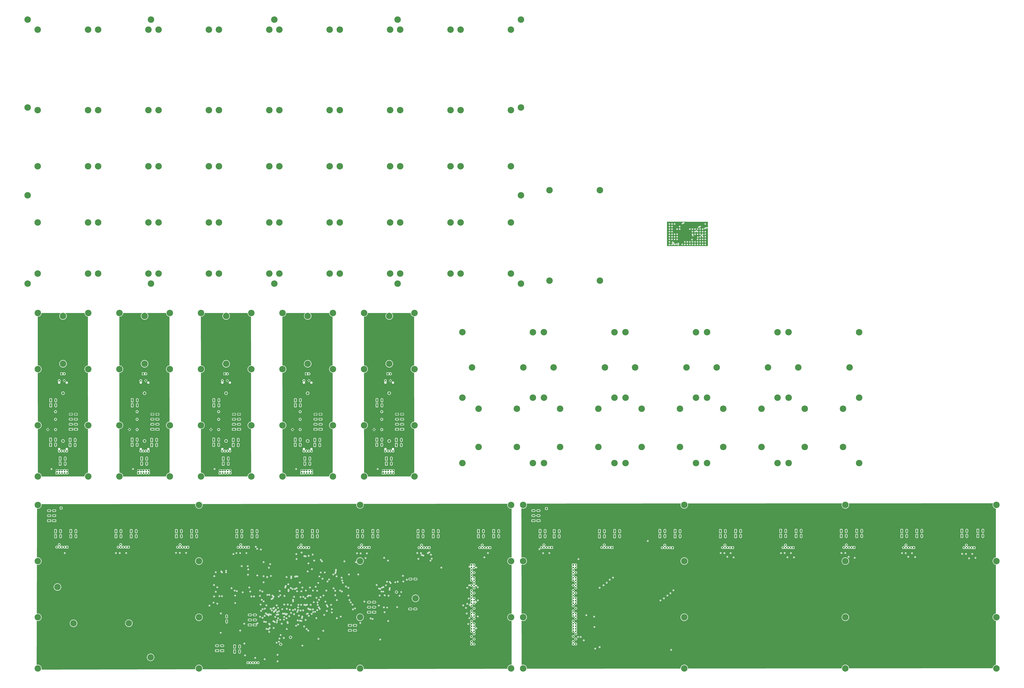
<source format=gbr>
%TF.GenerationSoftware,KiCad,Pcbnew,7.0.8*%
%TF.CreationDate,2023-11-15T12:02:34+01:00*%
%TF.ProjectId,JL,4a4c2e6b-6963-4616-945f-706362585858,rev?*%
%TF.SameCoordinates,Original*%
%TF.FileFunction,Copper,L2,Inr*%
%TF.FilePolarity,Positive*%
%FSLAX46Y46*%
G04 Gerber Fmt 4.6, Leading zero omitted, Abs format (unit mm)*
G04 Created by KiCad (PCBNEW 7.0.8) date 2023-11-15 12:02:34*
%MOMM*%
%LPD*%
G01*
G04 APERTURE LIST*
%TA.AperFunction,ComponentPad*%
%ADD10C,0.800000*%
%TD*%
%TA.AperFunction,ComponentPad*%
%ADD11C,6.400000*%
%TD*%
%TA.AperFunction,ComponentPad*%
%ADD12R,1.500000X3.000000*%
%TD*%
%TA.AperFunction,ComponentPad*%
%ADD13O,1.500000X3.000000*%
%TD*%
%TA.AperFunction,ComponentPad*%
%ADD14R,1.700000X1.700000*%
%TD*%
%TA.AperFunction,ComponentPad*%
%ADD15O,1.700000X1.700000*%
%TD*%
%TA.AperFunction,ComponentPad*%
%ADD16R,3.000000X1.500000*%
%TD*%
%TA.AperFunction,ComponentPad*%
%ADD17O,3.000000X1.500000*%
%TD*%
%TA.AperFunction,ComponentPad*%
%ADD18C,1.803400*%
%TD*%
%TA.AperFunction,ComponentPad*%
%ADD19C,2.000000*%
%TD*%
%TA.AperFunction,ComponentPad*%
%ADD20C,1.700000*%
%TD*%
%TA.AperFunction,ComponentPad*%
%ADD21C,2.400000*%
%TD*%
%TA.AperFunction,ComponentPad*%
%ADD22R,1.800000X1.800000*%
%TD*%
%TA.AperFunction,ComponentPad*%
%ADD23C,1.800000*%
%TD*%
%TA.AperFunction,ViaPad*%
%ADD24C,0.550000*%
%TD*%
%TA.AperFunction,ViaPad*%
%ADD25C,0.700000*%
%TD*%
%TA.AperFunction,ViaPad*%
%ADD26C,0.800000*%
%TD*%
G04 APERTURE END LIST*
D10*
%TO.N,N/C*%
%TO.C,H152*%
X300320682Y-615373023D03*
X301023626Y-613675967D03*
X301023626Y-617070079D03*
X302720682Y-612973023D03*
D11*
X302720682Y-615373023D03*
D10*
X302720682Y-617773023D03*
X304417738Y-613675967D03*
X304417738Y-617070079D03*
X305120682Y-615373023D03*
%TD*%
%TO.N,N/C*%
%TO.C,H267*%
X822950000Y-472050000D03*
X823652944Y-470352944D03*
X823652944Y-473747056D03*
X825350000Y-469650000D03*
D11*
X825350000Y-472050000D03*
D10*
X825350000Y-474450000D03*
X827047056Y-470352944D03*
X827047056Y-473747056D03*
X827750000Y-472050000D03*
%TD*%
%TO.N,N/C*%
%TO.C,H198*%
X381320682Y-452873023D03*
X382023626Y-451175967D03*
X382023626Y-454570079D03*
X383720682Y-450473023D03*
D11*
X383720682Y-452873023D03*
D10*
X383720682Y-455273023D03*
X385417738Y-451175967D03*
X385417738Y-454570079D03*
X386120682Y-452873023D03*
%TD*%
D12*
%TO.N,Net-(J502-Pin_1)*%
%TO.C,J510*%
X346470682Y-539623023D03*
X346470682Y-544623023D03*
D13*
%TO.N,Net-(J502-Pin_2)*%
X351470682Y-539623023D03*
X351470682Y-544623023D03*
%TD*%
D10*
%TO.N,N/C*%
%TO.C,H187*%
X381320682Y-615373023D03*
X382023626Y-613675967D03*
X382023626Y-617070079D03*
X383720682Y-612973023D03*
D11*
X383720682Y-615373023D03*
D10*
X383720682Y-617773023D03*
X385417738Y-613675967D03*
X385417738Y-617070079D03*
X386120682Y-615373023D03*
%TD*%
D12*
%TO.N,NEUT2*%
%TO.C,J8*%
X888579716Y-669546648D03*
X888579716Y-674546648D03*
D13*
%TO.N,LINE2*%
X893579716Y-669546648D03*
X893579716Y-674546648D03*
%TD*%
D10*
%TO.N,N/C*%
%TO.C,H108*%
X890302944Y-755346648D03*
X891005888Y-753649592D03*
X891005888Y-757043704D03*
X892702944Y-752946648D03*
D11*
X892702944Y-755346648D03*
D10*
X892702944Y-757746648D03*
X894400000Y-753649592D03*
X894400000Y-757043704D03*
X895102944Y-755346648D03*
%TD*%
%TO.N,N/C*%
%TO.C,H252*%
X741950000Y-537050000D03*
X742652944Y-535352944D03*
X742652944Y-538747056D03*
X744350000Y-534650000D03*
D11*
X744350000Y-537050000D03*
D10*
X744350000Y-539450000D03*
X746047056Y-535352944D03*
X746047056Y-538747056D03*
X746750000Y-537050000D03*
%TD*%
%TO.N,N/C*%
%TO.C,H258*%
X822950000Y-602050000D03*
X823652944Y-600352944D03*
X823652944Y-603747056D03*
X825350000Y-599650000D03*
D11*
X825350000Y-602050000D03*
D10*
X825350000Y-604450000D03*
X827047056Y-600352944D03*
X827047056Y-603747056D03*
X827750000Y-602050000D03*
%TD*%
%TO.N,N/C*%
%TO.C,H272*%
X888000000Y-586050000D03*
X888702944Y-584352944D03*
X888702944Y-587747056D03*
X890400000Y-583650000D03*
D11*
X890400000Y-586050000D03*
D10*
X890400000Y-588450000D03*
X892097056Y-584352944D03*
X892097056Y-587747056D03*
X892800000Y-586050000D03*
%TD*%
%TO.N,N/C*%
%TO.C,H235*%
X607000000Y-586050000D03*
X607702944Y-584352944D03*
X607702944Y-587747056D03*
X609400000Y-583650000D03*
D11*
X609400000Y-586050000D03*
D10*
X609400000Y-588450000D03*
X611097056Y-584352944D03*
X611097056Y-587747056D03*
X611800000Y-586050000D03*
%TD*%
%TO.N,N/C*%
%TO.C,H108*%
X88300682Y-643708023D03*
X89003626Y-642010967D03*
X89003626Y-645405079D03*
X90700682Y-641308023D03*
D11*
X90700682Y-643708023D03*
D10*
X90700682Y-646108023D03*
X92397738Y-642010967D03*
X92397738Y-645405079D03*
X93100682Y-643708023D03*
%TD*%
%TO.N,N/C*%
%TO.C,H270*%
X903950000Y-602050000D03*
X904652944Y-600352944D03*
X904652944Y-603747056D03*
X906350000Y-599650000D03*
D11*
X906350000Y-602050000D03*
D10*
X906350000Y-604450000D03*
X908047056Y-600352944D03*
X908047056Y-603747056D03*
X908750000Y-602050000D03*
%TD*%
%TO.N,N/C*%
%TO.C,H266*%
X813500000Y-507050000D03*
X814202944Y-505352944D03*
X814202944Y-508747056D03*
X815900000Y-504650000D03*
D11*
X815900000Y-507050000D03*
D10*
X815900000Y-509450000D03*
X817597056Y-505352944D03*
X817597056Y-508747056D03*
X818300000Y-507050000D03*
%TD*%
%TO.N,N/C*%
%TO.C,H256*%
X671902944Y-471997056D03*
X672605888Y-470300000D03*
X672605888Y-473694112D03*
X674302944Y-469597056D03*
D11*
X674302944Y-471997056D03*
D10*
X674302944Y-474397056D03*
X676000000Y-470300000D03*
X676000000Y-473694112D03*
X676702944Y-471997056D03*
%TD*%
%TO.N,N/C*%
%TO.C,H113*%
X219320682Y-564539689D03*
X220023626Y-562842633D03*
X220023626Y-566236745D03*
X221720682Y-562139689D03*
D11*
X221720682Y-564539689D03*
D10*
X221720682Y-566939689D03*
X223417738Y-562842633D03*
X223417738Y-566236745D03*
X224120682Y-564539689D03*
%TD*%
%TO.N,N/C*%
%TO.C,H108*%
X730302944Y-643679982D03*
X731005888Y-641982926D03*
X731005888Y-645377038D03*
X732702944Y-641279982D03*
D11*
X732702944Y-643679982D03*
D10*
X732702944Y-646079982D03*
X734400000Y-641982926D03*
X734400000Y-645377038D03*
X735102944Y-643679982D03*
%TD*%
D12*
%TO.N,/module-master/R_to_C_0*%
%TO.C,SW509*%
X265320682Y-578873023D03*
X265320682Y-583873023D03*
D13*
%TO.N,/module-master/A_to_ALQ305_0*%
X270320682Y-578873023D03*
X270320682Y-583873023D03*
%TD*%
D10*
%TO.N,N/C*%
%TO.C,H108*%
X408300682Y-643708023D03*
X409003626Y-642010967D03*
X409003626Y-645405079D03*
X410700682Y-641308023D03*
D11*
X410700682Y-643708023D03*
D10*
X410700682Y-646108023D03*
X412397738Y-642010967D03*
X412397738Y-645405079D03*
X413100682Y-643708023D03*
%TD*%
%TO.N,N/C*%
%TO.C,H157*%
X388150682Y-362891355D03*
X388853626Y-361194299D03*
X388853626Y-364588411D03*
X390550682Y-360491355D03*
D11*
X390550682Y-362891355D03*
D10*
X390550682Y-365291355D03*
X392247738Y-361194299D03*
X392247738Y-364588411D03*
X392950682Y-362891355D03*
%TD*%
%TO.N,N/C*%
%TO.C,H108*%
X596500000Y-420750000D03*
X597202944Y-419052944D03*
X597202944Y-422447056D03*
X598900000Y-418350000D03*
D11*
X598900000Y-420750000D03*
D10*
X598900000Y-423150000D03*
X600597056Y-419052944D03*
X600597056Y-422447056D03*
X601300000Y-420750000D03*
%TD*%
D14*
%TO.N,GATE_OUTPUT_4*%
%TO.C,J105*%
X359720682Y-686088023D03*
D15*
%TO.N,GND*%
X359720682Y-683548023D03*
%TO.N,GATE_4*%
X357180682Y-686088023D03*
%TO.N,GND*%
X357180682Y-683548023D03*
%TO.N,CV_OUTPUT_4*%
X354640682Y-686088023D03*
%TO.N,GND*%
X354640682Y-683548023D03*
%TO.N,RELAYS_4*%
X352100682Y-686088023D03*
%TO.N,+5VA*%
X352100682Y-683548023D03*
%TO.N,CV_4*%
X349560682Y-686088023D03*
%TO.N,GND*%
X349560682Y-683548023D03*
%TD*%
D10*
%TO.N,N/C*%
%TO.C,H153*%
X378150682Y-251224689D03*
X378853626Y-249527633D03*
X378853626Y-252921745D03*
X380550682Y-248824689D03*
D11*
X380550682Y-251224689D03*
D10*
X380550682Y-253624689D03*
X382247738Y-249527633D03*
X382247738Y-252921745D03*
X382950682Y-251224689D03*
%TD*%
%TO.N,N/C*%
%TO.C,H202*%
X412320682Y-564539689D03*
X413023626Y-562842633D03*
X413023626Y-566236745D03*
X414720682Y-562139689D03*
D11*
X414720682Y-564539689D03*
D10*
X414720682Y-566939689D03*
X416417738Y-562842633D03*
X416417738Y-566236745D03*
X417120682Y-564539689D03*
%TD*%
D12*
%TO.N,Net-(J502-Pin_1)*%
%TO.C,J502*%
X103470682Y-539623023D03*
X103470682Y-544623023D03*
D13*
%TO.N,Net-(J502-Pin_2)*%
X108470682Y-539623023D03*
X108470682Y-544623023D03*
%TD*%
D10*
%TO.N,N/C*%
%TO.C,H231*%
X558150682Y-171224689D03*
X558853626Y-169527633D03*
X558853626Y-172921745D03*
X560550682Y-168824689D03*
D11*
X560550682Y-171224689D03*
D10*
X560550682Y-173624689D03*
X562247738Y-169527633D03*
X562247738Y-172921745D03*
X562950682Y-171224689D03*
%TD*%
%TO.N,N/C*%
%TO.C,H177*%
X508150682Y-362891355D03*
X508853626Y-361194299D03*
X508853626Y-364588411D03*
X510550682Y-360491355D03*
D11*
X510550682Y-362891355D03*
D10*
X510550682Y-365291355D03*
X512247738Y-361194299D03*
X512247738Y-364588411D03*
X512950682Y-362891355D03*
%TD*%
%TO.N,N/C*%
%TO.C,H176*%
X558150682Y-413724689D03*
X558853626Y-412027633D03*
X558853626Y-415421745D03*
X560550682Y-411324689D03*
D11*
X560550682Y-413724689D03*
D10*
X560550682Y-416124689D03*
X562247738Y-412027633D03*
X562247738Y-415421745D03*
X562950682Y-413724689D03*
%TD*%
%TO.N,N/C*%
%TO.C,H123*%
X198150682Y-251224689D03*
X198853626Y-249527633D03*
X198853626Y-252921745D03*
X200550682Y-248824689D03*
D11*
X200550682Y-251224689D03*
D10*
X200550682Y-253624689D03*
X202247738Y-249527633D03*
X202247738Y-252921745D03*
X202950682Y-251224689D03*
%TD*%
%TO.N,N/C*%
%TO.C,H161*%
X388150682Y-251224689D03*
X388853626Y-249527633D03*
X388853626Y-252921745D03*
X390550682Y-248824689D03*
D11*
X390550682Y-251224689D03*
D10*
X390550682Y-253624689D03*
X392247738Y-249527633D03*
X392247738Y-252921745D03*
X392950682Y-251224689D03*
%TD*%
%TO.N,N/C*%
%TO.C,H132*%
X194300682Y-455874689D03*
X195003626Y-454177633D03*
X195003626Y-457571745D03*
X196700682Y-453474689D03*
D11*
X196700682Y-455874689D03*
D10*
X196700682Y-458274689D03*
X198397738Y-454177633D03*
X198397738Y-457571745D03*
X199100682Y-455874689D03*
%TD*%
D12*
%TO.N,NEUT*%
%TO.C,J503*%
X363410682Y-669798023D03*
X363410682Y-674798023D03*
D13*
%TO.N,LINE*%
X368410682Y-669798023D03*
X368410682Y-674798023D03*
%TD*%
D10*
%TO.N,N/C*%
%TO.C,H136*%
X318150682Y-413724689D03*
X318853626Y-412027633D03*
X318853626Y-415421745D03*
X320550682Y-411324689D03*
D11*
X320550682Y-413724689D03*
D10*
X320550682Y-416124689D03*
X322247738Y-412027633D03*
X322247738Y-415421745D03*
X322950682Y-413724689D03*
%TD*%
%TO.N,N/C*%
%TO.C,H108*%
X248300682Y-643708023D03*
X249003626Y-642010967D03*
X249003626Y-645405079D03*
X250700682Y-641308023D03*
D11*
X250700682Y-643708023D03*
D10*
X250700682Y-646108023D03*
X252397738Y-642010967D03*
X252397738Y-645405079D03*
X253100682Y-643708023D03*
%TD*%
%TO.N,N/C*%
%TO.C,H204*%
X412320682Y-508706356D03*
X413023626Y-507009300D03*
X413023626Y-510403412D03*
X414720682Y-506306356D03*
D11*
X414720682Y-508706356D03*
D10*
X414720682Y-511106356D03*
X416417738Y-507009300D03*
X416417738Y-510403412D03*
X417120682Y-508706356D03*
%TD*%
%TO.N,N/C*%
%TO.C,H236*%
X645000000Y-586050000D03*
X645702944Y-584352944D03*
X645702944Y-587747056D03*
X647400000Y-583650000D03*
D11*
X647400000Y-586050000D03*
D10*
X647400000Y-588450000D03*
X649097056Y-584352944D03*
X649097056Y-587747056D03*
X649800000Y-586050000D03*
%TD*%
%TO.N,N/C*%
%TO.C,H240*%
X660950000Y-537050000D03*
X661652944Y-535352944D03*
X661652944Y-538747056D03*
X663350000Y-534650000D03*
D11*
X663350000Y-537050000D03*
D10*
X663350000Y-539450000D03*
X665047056Y-535352944D03*
X665047056Y-538747056D03*
X665750000Y-537050000D03*
%TD*%
%TO.N,N/C*%
%TO.C,H215*%
X323121872Y-161229689D03*
X323824816Y-159532633D03*
X323824816Y-162926745D03*
X325521872Y-158829689D03*
D11*
X325521872Y-161229689D03*
D10*
X325521872Y-163629689D03*
X327218928Y-159532633D03*
X327218928Y-162926745D03*
X327921872Y-161229689D03*
%TD*%
%TO.N,N/C*%
%TO.C,H108*%
X564000000Y-586050000D03*
X564702944Y-584352944D03*
X564702944Y-587747056D03*
X566400000Y-583650000D03*
D11*
X566400000Y-586050000D03*
D10*
X566400000Y-588450000D03*
X568097056Y-584352944D03*
X568097056Y-587747056D03*
X568800000Y-586050000D03*
%TD*%
D12*
%TO.N,NEUT2*%
%TO.C,J15*%
X648429716Y-669846648D03*
X648429716Y-674846648D03*
D13*
%TO.N,LINE2*%
X653429716Y-669846648D03*
X653429716Y-674846648D03*
%TD*%
D10*
%TO.N,N/C*%
%TO.C,H191*%
X568121872Y-335896355D03*
X568824816Y-334199299D03*
X568824816Y-337593411D03*
X570521872Y-333496355D03*
D11*
X570521872Y-335896355D03*
D10*
X570521872Y-338296355D03*
X572218928Y-334199299D03*
X572218928Y-337593411D03*
X572921872Y-335896355D03*
%TD*%
%TO.N,N/C*%
%TO.C,H162*%
X300320682Y-564539689D03*
X301023626Y-562842633D03*
X301023626Y-566236745D03*
X302720682Y-562139689D03*
D11*
X302720682Y-564539689D03*
D10*
X302720682Y-566939689D03*
X304417738Y-562842633D03*
X304417738Y-566236745D03*
X305120682Y-564539689D03*
%TD*%
%TO.N,N/C*%
%TO.C,H229*%
X498150682Y-171224689D03*
X498853626Y-169527633D03*
X498853626Y-172921745D03*
X500550682Y-168824689D03*
D11*
X500550682Y-171224689D03*
D10*
X500550682Y-173624689D03*
X502247738Y-169527633D03*
X502247738Y-172921745D03*
X502950682Y-171224689D03*
%TD*%
%TO.N,N/C*%
%TO.C,H222*%
X268150682Y-171224689D03*
X268853626Y-169527633D03*
X268853626Y-172921745D03*
X270550682Y-168824689D03*
D11*
X270550682Y-171224689D03*
D10*
X270550682Y-173624689D03*
X272247738Y-169527633D03*
X272247738Y-172921745D03*
X272950682Y-171224689D03*
%TD*%
%TO.N,N/C*%
%TO.C,H185*%
X300320682Y-452873023D03*
X301023626Y-451175967D03*
X301023626Y-454570079D03*
X302720682Y-450473023D03*
D11*
X302720682Y-452873023D03*
D10*
X302720682Y-455273023D03*
X304417738Y-451175967D03*
X304417738Y-454570079D03*
X305120682Y-452873023D03*
%TD*%
D16*
%TO.N,GND*%
%TO.C,J120*%
X460580682Y-752135523D03*
X465580682Y-752135523D03*
D17*
%TO.N,GATE*%
X460580682Y-747135523D03*
X465580682Y-747135523D03*
%TD*%
D12*
%TO.N,/module-master/R_to_C_0*%
%TO.C,SW514*%
X446720682Y-579123023D03*
X446720682Y-584123023D03*
D13*
%TO.N,/module-master/SW_to_AQ-A_IN_0*%
X451720682Y-579123023D03*
X451720682Y-584123023D03*
%TD*%
D10*
%TO.N,N/C*%
%TO.C,H143*%
X318150682Y-251224689D03*
X318853626Y-249527633D03*
X318853626Y-252921745D03*
X320550682Y-248824689D03*
D11*
X320550682Y-251224689D03*
D10*
X320550682Y-253624689D03*
X322247738Y-249527633D03*
X322247738Y-252921745D03*
X322950682Y-251224689D03*
%TD*%
D14*
%TO.N,GATE_OUTPUT_8*%
%TO.C,J109*%
X600949716Y-686019982D03*
D15*
%TO.N,SECONDARY_GND*%
X600949716Y-683479982D03*
%TO.N,GATE_8*%
X598409716Y-686019982D03*
%TO.N,SECONDARY_GND*%
X598409716Y-683479982D03*
%TO.N,CV_OUTPUT_8*%
X595869716Y-686019982D03*
%TO.N,SECONDARY_GND*%
X595869716Y-683479982D03*
%TO.N,RELAYS_8*%
X593329716Y-686019982D03*
%TO.N,SECONDARY_5VA*%
X593329716Y-683479982D03*
%TO.N,CV_8*%
X590789716Y-686019982D03*
%TO.N,SECONDARY_GND*%
X590789716Y-683479982D03*
%TD*%
D10*
%TO.N,N/C*%
%TO.C,H247*%
X688000000Y-586050000D03*
X688702944Y-584352944D03*
X688702944Y-587747056D03*
X690400000Y-583650000D03*
D11*
X690400000Y-586050000D03*
D10*
X690400000Y-588450000D03*
X692097056Y-584352944D03*
X692097056Y-587747056D03*
X692800000Y-586050000D03*
%TD*%
%TO.N,N/C*%
%TO.C,H200*%
X412320682Y-615373023D03*
X413023626Y-613675967D03*
X413023626Y-617070079D03*
X414720682Y-612973023D03*
D11*
X414720682Y-615373023D03*
D10*
X414720682Y-617773023D03*
X416417738Y-613675967D03*
X416417738Y-617070079D03*
X417120682Y-615373023D03*
%TD*%
%TO.N,N/C*%
%TO.C,H194*%
X78121872Y-423729689D03*
X78824816Y-422032633D03*
X78824816Y-425426745D03*
X80521872Y-421329689D03*
D11*
X80521872Y-423729689D03*
D10*
X80521872Y-426129689D03*
X82218928Y-422032633D03*
X82218928Y-425426745D03*
X82921872Y-423729689D03*
%TD*%
%TO.N,N/C*%
%TO.C,H108*%
X88320682Y-452873023D03*
X89023626Y-451175967D03*
X89023626Y-454570079D03*
X90720682Y-450473023D03*
D11*
X90720682Y-452873023D03*
D10*
X90720682Y-455273023D03*
X92417738Y-451175967D03*
X92417738Y-454570079D03*
X93120682Y-452873023D03*
%TD*%
%TO.N,N/C*%
%TO.C,H108*%
X579950000Y-602050000D03*
X580652944Y-600352944D03*
X580652944Y-603747056D03*
X582350000Y-599650000D03*
D11*
X582350000Y-602050000D03*
D10*
X582350000Y-604450000D03*
X584047056Y-600352944D03*
X584047056Y-603747056D03*
X584750000Y-602050000D03*
%TD*%
%TO.N,N/C*%
%TO.C,H226*%
X388150682Y-171224689D03*
X388853626Y-169527633D03*
X388853626Y-172921745D03*
X390550682Y-168824689D03*
D11*
X390550682Y-171224689D03*
D10*
X390550682Y-173624689D03*
X392247738Y-169527633D03*
X392247738Y-172921745D03*
X392950682Y-171224689D03*
%TD*%
%TO.N,N/C*%
%TO.C,H244*%
X590902944Y-471997056D03*
X591605888Y-470300000D03*
X591605888Y-473694112D03*
X593302944Y-469597056D03*
D11*
X593302944Y-471997056D03*
D10*
X593302944Y-474397056D03*
X595000000Y-470300000D03*
X595000000Y-473694112D03*
X595702944Y-471997056D03*
%TD*%
D12*
%TO.N,NEUT2*%
%TO.C,J7*%
X903979716Y-669546648D03*
X903979716Y-674546648D03*
D13*
%TO.N,LINE2*%
X908979716Y-669546648D03*
X908979716Y-674546648D03*
%TD*%
D14*
%TO.N,GATE_OUTPUT_3*%
%TO.C,J104*%
X299780682Y-685788023D03*
D15*
%TO.N,GND*%
X299780682Y-683248023D03*
%TO.N,GATE_3*%
X297240682Y-685788023D03*
%TO.N,GND*%
X297240682Y-683248023D03*
%TO.N,CV_OUTPUT_3*%
X294700682Y-685788023D03*
%TO.N,GND*%
X294700682Y-683248023D03*
%TO.N,RELAYS_3*%
X292160682Y-685788023D03*
%TO.N,+5VA*%
X292160682Y-683248023D03*
%TO.N,CV_3*%
X289620682Y-685788023D03*
%TO.N,GND*%
X289620682Y-683248023D03*
%TD*%
D10*
%TO.N,N/C*%
%TO.C,H163*%
X250320682Y-508706356D03*
X251023626Y-507009300D03*
X251023626Y-510403412D03*
X252720682Y-506306356D03*
D11*
X252720682Y-508706356D03*
D10*
X252720682Y-511106356D03*
X254417738Y-507009300D03*
X254417738Y-510403412D03*
X255120682Y-508706356D03*
%TD*%
%TO.N,N/C*%
%TO.C,H224*%
X328150682Y-171224689D03*
X328853626Y-169527633D03*
X328853626Y-172921745D03*
X330550682Y-168824689D03*
D11*
X330550682Y-171224689D03*
D10*
X330550682Y-173624689D03*
X332247738Y-169527633D03*
X332247738Y-172921745D03*
X332950682Y-171224689D03*
%TD*%
D12*
%TO.N,NEUT2*%
%TO.C,J2*%
X589479716Y-669746648D03*
X589479716Y-674746648D03*
D13*
%TO.N,LINE2*%
X594479716Y-669746648D03*
X594479716Y-674746648D03*
%TD*%
D10*
%TO.N,N/C*%
%TO.C,H150*%
X378150682Y-307058022D03*
X378853626Y-305360966D03*
X378853626Y-308755078D03*
X380550682Y-304658022D03*
D11*
X380550682Y-307058022D03*
D10*
X380550682Y-309458022D03*
X382247738Y-305360966D03*
X382247738Y-308755078D03*
X382950682Y-307058022D03*
%TD*%
%TO.N,N/C*%
%TO.C,H126*%
X258150682Y-413724689D03*
X258853626Y-412027633D03*
X258853626Y-415421745D03*
X260550682Y-411324689D03*
D11*
X260550682Y-413724689D03*
D10*
X260550682Y-416124689D03*
X262247738Y-412027633D03*
X262247738Y-415421745D03*
X262950682Y-413724689D03*
%TD*%
D16*
%TO.N,NEUT*%
%TO.C,J202*%
X101890682Y-659358023D03*
X106890682Y-659358023D03*
D17*
%TO.N,LINE*%
X101890682Y-654358023D03*
X106890682Y-654358023D03*
%TO.N,Earth_Protective*%
X101890682Y-649358023D03*
X106890682Y-649358023D03*
%TD*%
D10*
%TO.N,N/C*%
%TO.C,H108*%
X408300682Y-699541356D03*
X409003626Y-697844300D03*
X409003626Y-701238412D03*
X410700682Y-697141356D03*
D11*
X410700682Y-699541356D03*
D10*
X410700682Y-701941356D03*
X412397738Y-697844300D03*
X412397738Y-701238412D03*
X413100682Y-699541356D03*
%TD*%
%TO.N,N/C*%
%TO.C,H108*%
X890302944Y-806179982D03*
X891005888Y-804482926D03*
X891005888Y-807877038D03*
X892702944Y-803779982D03*
D11*
X892702944Y-806179982D03*
D10*
X892702944Y-808579982D03*
X894400000Y-804482926D03*
X894400000Y-807877038D03*
X895102944Y-806179982D03*
%TD*%
%TO.N,N/C*%
%TO.C,H108*%
X730302944Y-806179982D03*
X731005888Y-804482926D03*
X731005888Y-807877038D03*
X732702944Y-803779982D03*
D11*
X732702944Y-806179982D03*
D10*
X732702944Y-808579982D03*
X734400000Y-804482926D03*
X734400000Y-807877038D03*
X735102944Y-806179982D03*
%TD*%
%TO.N,N/C*%
%TO.C,H165*%
X448150682Y-413724689D03*
X448853626Y-412027633D03*
X448853626Y-415421745D03*
X450550682Y-411324689D03*
D11*
X450550682Y-413724689D03*
D10*
X450550682Y-416124689D03*
X452247738Y-412027633D03*
X452247738Y-415421745D03*
X452950682Y-413724689D03*
%TD*%
%TO.N,N/C*%
%TO.C,H193*%
X381320682Y-508706356D03*
X382023626Y-507009300D03*
X382023626Y-510403412D03*
X383720682Y-506306356D03*
D11*
X383720682Y-508706356D03*
D10*
X383720682Y-511106356D03*
X385417738Y-507009300D03*
X385417738Y-510403412D03*
X386120682Y-508706356D03*
%TD*%
D14*
%TO.N,GND*%
%TO.C,J1*%
X311980682Y-800574689D03*
D15*
%TO.N,+5VA*%
X309440682Y-800574689D03*
%TO.N,+6V*%
X306900682Y-800574689D03*
%TO.N,/Power Supply/5VA Unfiltered*%
X304360682Y-800574689D03*
%TO.N,/Power Supply/Unfiltered-6V*%
X301820682Y-800574689D03*
%TO.N,+12V*%
X299280682Y-800574689D03*
%TD*%
D10*
%TO.N,N/C*%
%TO.C,H186*%
X331320682Y-615373023D03*
X332023626Y-613675967D03*
X332023626Y-617070079D03*
X333720682Y-612973023D03*
D11*
X333720682Y-615373023D03*
D10*
X333720682Y-617773023D03*
X335417738Y-613675967D03*
X335417738Y-617070079D03*
X336120682Y-615373023D03*
%TD*%
%TO.N,N/C*%
%TO.C,H146*%
X378150682Y-413724689D03*
X378853626Y-412027633D03*
X378853626Y-415421745D03*
X380550682Y-411324689D03*
D11*
X380550682Y-413724689D03*
D10*
X380550682Y-416124689D03*
X382247738Y-412027633D03*
X382247738Y-415421745D03*
X382950682Y-413724689D03*
%TD*%
D16*
%TO.N,unconnected-(U501-LOAD-1-Pad1)*%
%TO.C,U505*%
X447470682Y-568523023D03*
X452470682Y-568523023D03*
D17*
%TO.N,unconnected-(U501-LOAD-2-Pad2)*%
X447470682Y-563523023D03*
X452470682Y-563523023D03*
%TO.N,/module-master/SW_to_AQ-A_IN_0*%
X447470682Y-558523023D03*
X452470682Y-558523023D03*
%TO.N,_GND_0*%
X447470682Y-553523023D03*
X452470682Y-553523023D03*
%TD*%
D16*
%TO.N,unconnected-(U501-LOAD-1-Pad1)*%
%TO.C,U504*%
X366470682Y-568523023D03*
X371470682Y-568523023D03*
D17*
%TO.N,unconnected-(U501-LOAD-2-Pad2)*%
X366470682Y-563523023D03*
X371470682Y-563523023D03*
%TO.N,/module-master/SW_to_AQ-A_IN_0*%
X366470682Y-558523023D03*
X371470682Y-558523023D03*
%TO.N,_GND_0*%
X366470682Y-553523023D03*
X371470682Y-553523023D03*
%TD*%
D10*
%TO.N,N/C*%
%TO.C,H108*%
X1040302944Y-806179982D03*
X1041005888Y-804482926D03*
X1041005888Y-807877038D03*
X1042702944Y-803779982D03*
D11*
X1042702944Y-806179982D03*
D10*
X1042702944Y-808579982D03*
X1044400000Y-804482926D03*
X1044400000Y-807877038D03*
X1045102944Y-806179982D03*
%TD*%
%TO.N,N/C*%
%TO.C,H135*%
X268150682Y-413724689D03*
X268853626Y-412027633D03*
X268853626Y-415421745D03*
X270550682Y-411324689D03*
D11*
X270550682Y-413724689D03*
D10*
X270550682Y-416124689D03*
X272247738Y-412027633D03*
X272247738Y-415421745D03*
X272950682Y-413724689D03*
%TD*%
D12*
%TO.N,NEUT*%
%TO.C,J503*%
X423410682Y-669798023D03*
X423410682Y-674798023D03*
D13*
%TO.N,LINE*%
X428410682Y-669798023D03*
X428410682Y-674798023D03*
%TD*%
D12*
%TO.N,NEUT*%
%TO.C,J504*%
X528260682Y-669798023D03*
X528260682Y-674798023D03*
D13*
%TO.N,LINE*%
X533260682Y-669798023D03*
X533260682Y-674798023D03*
%TD*%
D10*
%TO.N,N/C*%
%TO.C,H166*%
X498150682Y-413724689D03*
X498853626Y-412027633D03*
X498853626Y-415421745D03*
X500550682Y-411324689D03*
D11*
X500550682Y-413724689D03*
D10*
X500550682Y-416124689D03*
X502247738Y-412027633D03*
X502247738Y-415421745D03*
X502950682Y-413724689D03*
%TD*%
%TO.N,N/C*%
%TO.C,H108*%
X138150682Y-362891355D03*
X138853626Y-361194299D03*
X138853626Y-364588411D03*
X140550682Y-360491355D03*
D11*
X140550682Y-362891355D03*
D10*
X140550682Y-365291355D03*
X142247738Y-361194299D03*
X142247738Y-364588411D03*
X142950682Y-362891355D03*
%TD*%
%TO.N,N/C*%
%TO.C,H108*%
X570302944Y-643679982D03*
X571005888Y-641982926D03*
X571005888Y-645377038D03*
X572702944Y-641279982D03*
D11*
X572702944Y-643679982D03*
D10*
X572702944Y-646079982D03*
X574400000Y-641982926D03*
X574400000Y-645377038D03*
X575102944Y-643679982D03*
%TD*%
D12*
%TO.N,/module-master/R_to_C_0*%
%TO.C,SW505*%
X203720682Y-579123023D03*
X203720682Y-584123023D03*
D13*
%TO.N,/module-master/SW_to_AQ-A_IN_0*%
X208720682Y-579123023D03*
X208720682Y-584123023D03*
%TD*%
D10*
%TO.N,N/C*%
%TO.C,H171*%
X448150682Y-251224689D03*
X448853626Y-249527633D03*
X448853626Y-252921745D03*
X450550682Y-248824689D03*
D11*
X450550682Y-251224689D03*
D10*
X450550682Y-253624689D03*
X452247738Y-249527633D03*
X452247738Y-252921745D03*
X452950682Y-251224689D03*
%TD*%
%TO.N,N/C*%
%TO.C,H108*%
X526000000Y-548050000D03*
X526702944Y-546352944D03*
X526702944Y-549747056D03*
X528400000Y-545650000D03*
D11*
X528400000Y-548050000D03*
D10*
X528400000Y-550450000D03*
X530097056Y-546352944D03*
X530097056Y-549747056D03*
X530800000Y-548050000D03*
%TD*%
%TO.N,N/C*%
%TO.C,H108*%
X248300682Y-806208023D03*
X249003626Y-804510967D03*
X249003626Y-807905079D03*
X250700682Y-803808023D03*
D11*
X250700682Y-806208023D03*
D10*
X250700682Y-808608023D03*
X252397738Y-804510967D03*
X252397738Y-807905079D03*
X253100682Y-806208023D03*
%TD*%
%TO.N,N/C*%
%TO.C,H108*%
X564000000Y-548050000D03*
X564702944Y-546352944D03*
X564702944Y-549747056D03*
X566400000Y-545650000D03*
D11*
X566400000Y-548050000D03*
D10*
X566400000Y-550450000D03*
X568097056Y-546352944D03*
X568097056Y-549747056D03*
X568800000Y-548050000D03*
%TD*%
D12*
%TO.N,NEUT*%
%TO.C,J503*%
X543410682Y-669798023D03*
X543410682Y-674798023D03*
D13*
%TO.N,LINE*%
X548410682Y-669798023D03*
X548410682Y-674798023D03*
%TD*%
D10*
%TO.N,N/C*%
%TO.C,H108*%
X408300682Y-755374689D03*
X409003626Y-753677633D03*
X409003626Y-757071745D03*
X410700682Y-752974689D03*
D11*
X410700682Y-755374689D03*
D10*
X410700682Y-757774689D03*
X412397738Y-753677633D03*
X412397738Y-757071745D03*
X413100682Y-755374689D03*
%TD*%
D12*
%TO.N,/module-master/R_to_C_0*%
%TO.C,SW515*%
X427320682Y-578873023D03*
X427320682Y-583873023D03*
D13*
%TO.N,/module-master/A_to_ALQ305_0*%
X432320682Y-578873023D03*
X432320682Y-583873023D03*
%TD*%
D18*
%TO.N,/module-master/A_to_ALQ305_0*%
%TO.C,K502*%
X189280682Y-568763023D03*
%TO.N,_GND_0*%
X181660682Y-568763023D03*
%TO.N,Net-(J502-Pin_2)*%
X189280682Y-558603023D03*
%TO.N,Net-(J502-Pin_1)*%
X189280682Y-550983023D03*
%TD*%
D10*
%TO.N,N/C*%
%TO.C,H122*%
X219320682Y-508706356D03*
X220023626Y-507009300D03*
X220023626Y-510403412D03*
X221720682Y-506306356D03*
D11*
X221720682Y-508706356D03*
D10*
X221720682Y-511106356D03*
X223417738Y-507009300D03*
X223417738Y-510403412D03*
X224120682Y-508706356D03*
%TD*%
%TO.N,N/C*%
%TO.C,H108*%
X138150682Y-251224689D03*
X138853626Y-249527633D03*
X138853626Y-252921745D03*
X140550682Y-248824689D03*
D11*
X140550682Y-251224689D03*
D10*
X140550682Y-253624689D03*
X142247738Y-249527633D03*
X142247738Y-252921745D03*
X142950682Y-251224689D03*
%TD*%
D12*
%TO.N,/Power Supply/PowerIn+*%
%TO.C,SW201*%
X286085682Y-784448023D03*
X286085682Y-789448023D03*
D13*
%TO.N,/Power Supply/POL-FET-D*%
X291085682Y-784448023D03*
X291085682Y-789448023D03*
%TD*%
D10*
%TO.N,N/C*%
%TO.C,H184*%
X250320682Y-452873023D03*
X251023626Y-451175967D03*
X251023626Y-454570079D03*
X252720682Y-450473023D03*
D11*
X252720682Y-452873023D03*
D10*
X252720682Y-455273023D03*
X254417738Y-451175967D03*
X254417738Y-454570079D03*
X255120682Y-452873023D03*
%TD*%
%TO.N,N/C*%
%TO.C,H151*%
X328150682Y-251224689D03*
X328853626Y-249527633D03*
X328853626Y-252921745D03*
X330550682Y-248824689D03*
D11*
X330550682Y-251224689D03*
D10*
X330550682Y-253624689D03*
X332247738Y-249527633D03*
X332247738Y-252921745D03*
X332950682Y-251224689D03*
%TD*%
%TO.N,N/C*%
%TO.C,H208*%
X412320682Y-452873023D03*
X413023626Y-451175967D03*
X413023626Y-454570079D03*
X414720682Y-450473023D03*
D11*
X414720682Y-452873023D03*
D10*
X414720682Y-455273023D03*
X416417738Y-451175967D03*
X416417738Y-454570079D03*
X417120682Y-452873023D03*
%TD*%
D12*
%TO.N,NEUT2*%
%TO.C,J17*%
X708429716Y-669646648D03*
X708429716Y-674646648D03*
D13*
%TO.N,LINE2*%
X713429716Y-669646648D03*
X713429716Y-674646648D03*
%TD*%
D10*
%TO.N,N/C*%
%TO.C,H108*%
X138320682Y-452873023D03*
X139023626Y-451175967D03*
X139023626Y-454570079D03*
X140720682Y-450473023D03*
D11*
X140720682Y-452873023D03*
D10*
X140720682Y-455273023D03*
X142417738Y-451175967D03*
X142417738Y-454570079D03*
X143120682Y-452873023D03*
%TD*%
%TO.N,N/C*%
%TO.C,H263*%
X752950000Y-537050000D03*
X753652944Y-535352944D03*
X753652944Y-538747056D03*
X755350000Y-534650000D03*
D11*
X755350000Y-537050000D03*
D10*
X755350000Y-539450000D03*
X757047056Y-535352944D03*
X757047056Y-538747056D03*
X757750000Y-537050000D03*
%TD*%
D12*
%TO.N,NEUT2*%
%TO.C,J3*%
X1024279716Y-669446648D03*
X1024279716Y-674446648D03*
D13*
%TO.N,LINE2*%
X1029279716Y-669446648D03*
X1029279716Y-674446648D03*
%TD*%
D10*
%TO.N,N/C*%
%TO.C,H111*%
X219320682Y-615373023D03*
X220023626Y-613675967D03*
X220023626Y-617070079D03*
X221720682Y-612973023D03*
D11*
X221720682Y-615373023D03*
D10*
X221720682Y-617773023D03*
X223417738Y-613675967D03*
X223417738Y-617070079D03*
X224120682Y-615373023D03*
%TD*%
D14*
%TO.N,GATE_CommonChannelOutput*%
%TO.C,J117*%
X521380682Y-703378023D03*
D15*
%TO.N,CV_CommonChannelOutput*%
X523920682Y-703378023D03*
%TO.N,\u002ARELAYS_14*%
X521380682Y-705918023D03*
%TO.N,\u002AGATE_8*%
X523920682Y-705918023D03*
%TO.N,CV_CommonChannelOutput*%
X521380682Y-708458023D03*
%TO.N,GND*%
X523920682Y-708458023D03*
%TO.N,\u002ACV_14*%
X521380682Y-710998023D03*
%TO.N,\u002ARELAYS_8*%
X523920682Y-710998023D03*
%TO.N,\u002ACV_8*%
X521380682Y-713538023D03*
%TO.N,GND*%
X523920682Y-713538023D03*
%TO.N,+5VA*%
X521380682Y-716078023D03*
%TO.N,GATE_CommonChannelOutput*%
X523920682Y-716078023D03*
%TO.N,\u002AGATE_9*%
X521380682Y-718618023D03*
%TO.N,GATE_CommonChannelOutput*%
X523920682Y-718618023D03*
%TO.N,GND*%
X521380682Y-721158023D03*
%TO.N,CV_CommonChannelOutput*%
X523920682Y-721158023D03*
%TO.N,\u002ARELAYS_9*%
X521380682Y-723698023D03*
%TO.N,+5VA*%
X523920682Y-723698023D03*
%TO.N,GND*%
X521380682Y-726238023D03*
%TO.N,\u002ACV_9*%
X523920682Y-726238023D03*
%TO.N,GATE_CommonChannelOutput*%
X521380682Y-728778023D03*
%TO.N,GND*%
X523920682Y-728778023D03*
%TO.N,\u002AGATE_15*%
X521380682Y-731318023D03*
%TO.N,\u002AGATE_10*%
X523920682Y-731318023D03*
%TO.N,CV_CommonChannelOutput*%
X521380682Y-733858023D03*
%TO.N,GND*%
X523920682Y-733858023D03*
%TO.N,CV_CommonChannelOutput*%
X521380682Y-736398023D03*
%TO.N,\u002ARELAYS_10*%
X523920682Y-736398023D03*
%TO.N,\u002ACV_10*%
X521380682Y-738938023D03*
%TO.N,+5VA*%
X523920682Y-738938023D03*
X521380682Y-741478023D03*
%TO.N,GATE_CommonChannelOutput*%
X523920682Y-741478023D03*
%TO.N,\u002AGATE_11*%
X521380682Y-744018023D03*
%TO.N,GND*%
X523920682Y-744018023D03*
X521380682Y-746558023D03*
%TO.N,CV_CommonChannelOutput*%
X523920682Y-746558023D03*
%TO.N,\u002ARELAYS_11*%
X521380682Y-749098023D03*
%TO.N,GND*%
X523920682Y-749098023D03*
%TO.N,+5VA*%
X521380682Y-751638023D03*
%TO.N,\u002ACV_11*%
X523920682Y-751638023D03*
%TO.N,GATE_CommonChannelOutput*%
X521380682Y-754178023D03*
%TO.N,+5VA*%
X523920682Y-754178023D03*
%TO.N,GND*%
X521380682Y-756718023D03*
%TO.N,\u002AGATE_12*%
X523920682Y-756718023D03*
%TO.N,CV_CommonChannelOutput*%
X521380682Y-759258023D03*
%TO.N,GND*%
X523920682Y-759258023D03*
%TO.N,+5VA*%
X521380682Y-761798023D03*
%TO.N,\u002ARELAYS_12*%
X523920682Y-761798023D03*
%TO.N,\u002ACV_12*%
X521380682Y-764338023D03*
%TO.N,\u002ACV_15*%
X523920682Y-764338023D03*
%TO.N,\u002ARELAYS_15*%
X521380682Y-766878023D03*
%TO.N,GATE_CommonChannelOutput*%
X523920682Y-766878023D03*
%TO.N,\u002AGATE_13*%
X521380682Y-769418023D03*
%TO.N,+5VA*%
X523920682Y-769418023D03*
%TO.N,GND*%
X521380682Y-771958023D03*
%TO.N,CV_CommonChannelOutput*%
X523920682Y-771958023D03*
%TO.N,\u002ARELAYS_13*%
X521380682Y-774498023D03*
%TO.N,GND*%
X523920682Y-774498023D03*
X521380682Y-777038023D03*
%TO.N,\u002ACV_13*%
X523920682Y-777038023D03*
%TO.N,GATE_CommonChannelOutput*%
X521380682Y-779578023D03*
%TO.N,GND*%
X523920682Y-779578023D03*
%TO.N,+5VA*%
X521380682Y-782118023D03*
%TO.N,\u002AGATE_14*%
X523920682Y-782118023D03*
%TD*%
D12*
%TO.N,/module-master/R_to_C_0*%
%TO.C,SW508*%
X284720682Y-579123023D03*
X284720682Y-584123023D03*
D13*
%TO.N,/module-master/SW_to_AQ-A_IN_0*%
X289720682Y-579123023D03*
X289720682Y-584123023D03*
%TD*%
D10*
%TO.N,N/C*%
%TO.C,H190*%
X381320682Y-564539689D03*
X382023626Y-562842633D03*
X382023626Y-566236745D03*
X383720682Y-562139689D03*
D11*
X383720682Y-564539689D03*
D10*
X383720682Y-566939689D03*
X385417738Y-562842633D03*
X385417738Y-566236745D03*
X386120682Y-564539689D03*
%TD*%
%TO.N,N/C*%
%TO.C,H225*%
X378150682Y-171224689D03*
X378853626Y-169527633D03*
X378853626Y-172921745D03*
X380550682Y-168824689D03*
D11*
X380550682Y-171224689D03*
D10*
X380550682Y-173624689D03*
X382247738Y-169527633D03*
X382247738Y-172921745D03*
X382950682Y-171224689D03*
%TD*%
%TO.N,N/C*%
%TO.C,H237*%
X607000000Y-548050000D03*
X607702944Y-546352944D03*
X607702944Y-549747056D03*
X609400000Y-545650000D03*
D11*
X609400000Y-548050000D03*
D10*
X609400000Y-550450000D03*
X611097056Y-546352944D03*
X611097056Y-549747056D03*
X611800000Y-548050000D03*
%TD*%
%TO.N,N/C*%
%TO.C,H178*%
X558150682Y-362891355D03*
X558853626Y-361194299D03*
X558853626Y-364588411D03*
X560550682Y-360491355D03*
D11*
X560550682Y-362891355D03*
D10*
X560550682Y-365291355D03*
X562247738Y-361194299D03*
X562247738Y-364588411D03*
X562950682Y-362891355D03*
%TD*%
%TO.N,N/C*%
%TO.C,H201*%
X462320682Y-615373023D03*
X463023626Y-613675967D03*
X463023626Y-617070079D03*
X464720682Y-612973023D03*
D11*
X464720682Y-615373023D03*
D10*
X464720682Y-617773023D03*
X466417738Y-613675967D03*
X466417738Y-617070079D03*
X467120682Y-615373023D03*
%TD*%
D12*
%TO.N,GND*%
%TO.C,SW302*%
X273225682Y-754500523D03*
X273225682Y-759500523D03*
D13*
%TO.N,Net-(U302-TR)*%
X278225682Y-754500523D03*
X278225682Y-759500523D03*
%TD*%
D16*
%TO.N,unconnected-(U501-LOAD-1-Pad1)*%
%TO.C,U501*%
X123470682Y-568523023D03*
X128470682Y-568523023D03*
D17*
%TO.N,unconnected-(U501-LOAD-2-Pad2)*%
X123470682Y-563523023D03*
X128470682Y-563523023D03*
%TO.N,/module-master/SW_to_AQ-A_IN_0*%
X123470682Y-558523023D03*
X128470682Y-558523023D03*
%TO.N,_GND_0*%
X123470682Y-553523023D03*
X128470682Y-553523023D03*
%TD*%
D10*
%TO.N,N/C*%
%TO.C,H239*%
X590950000Y-537050000D03*
X591652944Y-535352944D03*
X591652944Y-538747056D03*
X593350000Y-534650000D03*
D11*
X593350000Y-537050000D03*
D10*
X593350000Y-539450000D03*
X595047056Y-535352944D03*
X595047056Y-538747056D03*
X595750000Y-537050000D03*
%TD*%
D12*
%TO.N,NEUT*%
%TO.C,J503*%
X483410682Y-669798023D03*
X483410682Y-674798023D03*
D13*
%TO.N,LINE*%
X488410682Y-669798023D03*
X488410682Y-674798023D03*
%TD*%
D10*
%TO.N,N/C*%
%TO.C,H158*%
X438150682Y-362891355D03*
X438853626Y-361194299D03*
X438853626Y-364588411D03*
X440550682Y-360491355D03*
D11*
X440550682Y-362891355D03*
D10*
X440550682Y-365291355D03*
X442247738Y-361194299D03*
X442247738Y-364588411D03*
X442950682Y-362891355D03*
%TD*%
D12*
%TO.N,_GATE_0*%
%TO.C,SW504*%
X193820682Y-597623023D03*
X193820682Y-602623023D03*
D13*
%TO.N,_GATE_OUTPUT_0*%
X198820682Y-597623023D03*
X198820682Y-602623023D03*
%TD*%
D14*
%TO.N,GATE_OUTPUT_15*%
%TO.C,J116*%
X1020609716Y-686219982D03*
D15*
%TO.N,SECONDARY_GND*%
X1020609716Y-683679982D03*
%TO.N,GATE_15*%
X1018069716Y-686219982D03*
%TO.N,SECONDARY_GND*%
X1018069716Y-683679982D03*
%TO.N,CV_OUTPUT_15*%
X1015529716Y-686219982D03*
%TO.N,SECONDARY_GND*%
X1015529716Y-683679982D03*
%TO.N,RELAYS_15*%
X1012989716Y-686219982D03*
%TO.N,SECONDARY_5VA*%
X1012989716Y-683679982D03*
%TO.N,CV_15*%
X1010449716Y-686219982D03*
%TO.N,SECONDARY_GND*%
X1010449716Y-683679982D03*
%TD*%
D12*
%TO.N,_GATE_0*%
%TO.C,SW513*%
X436820682Y-597623023D03*
X436820682Y-602623023D03*
D13*
%TO.N,_GATE_OUTPUT_0*%
X441820682Y-597623023D03*
X441820682Y-602623023D03*
%TD*%
D10*
%TO.N,N/C*%
%TO.C,H108*%
X570302944Y-699513315D03*
X571005888Y-697816259D03*
X571005888Y-701210371D03*
X572702944Y-697113315D03*
D11*
X572702944Y-699513315D03*
D10*
X572702944Y-701913315D03*
X574400000Y-697816259D03*
X574400000Y-701210371D03*
X575102944Y-699513315D03*
%TD*%
%TO.N,N/C*%
%TO.C,H250*%
X726000000Y-548050000D03*
X726702944Y-546352944D03*
X726702944Y-549747056D03*
X728400000Y-545650000D03*
D11*
X728400000Y-548050000D03*
D10*
X728400000Y-550450000D03*
X730097056Y-546352944D03*
X730097056Y-549747056D03*
X730800000Y-548050000D03*
%TD*%
%TO.N,N/C*%
%TO.C,H118*%
X198150682Y-362891355D03*
X198853626Y-361194299D03*
X198853626Y-364588411D03*
X200550682Y-360491355D03*
D11*
X200550682Y-362891355D03*
D10*
X200550682Y-365291355D03*
X202247738Y-361194299D03*
X202247738Y-364588411D03*
X202950682Y-362891355D03*
%TD*%
%TO.N,N/C*%
%TO.C,H275*%
X833950000Y-537050000D03*
X834652944Y-535352944D03*
X834652944Y-538747056D03*
X836350000Y-534650000D03*
D11*
X836350000Y-537050000D03*
D10*
X836350000Y-539450000D03*
X838047056Y-535352944D03*
X838047056Y-538747056D03*
X838750000Y-537050000D03*
%TD*%
D12*
%TO.N,NEUT2*%
%TO.C,J11*%
X828429716Y-669546648D03*
X828429716Y-674546648D03*
D13*
%TO.N,LINE2*%
X833429716Y-669546648D03*
X833429716Y-674546648D03*
%TD*%
D12*
%TO.N,/module-master/R_to_C_0*%
%TO.C,SW511*%
X365720682Y-579123023D03*
X365720682Y-584123023D03*
D13*
%TO.N,/module-master/SW_to_AQ-A_IN_0*%
X370720682Y-579123023D03*
X370720682Y-584123023D03*
%TD*%
D12*
%TO.N,/module-master/R_to_C_0*%
%TO.C,SW502*%
X122720682Y-579123023D03*
X122720682Y-584123023D03*
D13*
%TO.N,/module-master/SW_to_AQ-A_IN_0*%
X127720682Y-579123023D03*
X127720682Y-584123023D03*
%TD*%
D10*
%TO.N,N/C*%
%TO.C,H108*%
X88320682Y-564539689D03*
X89023626Y-562842633D03*
X89023626Y-566236745D03*
X90720682Y-562139689D03*
D11*
X90720682Y-564539689D03*
D10*
X90720682Y-566939689D03*
X92417738Y-562842633D03*
X92417738Y-566236745D03*
X93120682Y-564539689D03*
%TD*%
%TO.N,N/C*%
%TO.C,H230*%
X508150682Y-171224689D03*
X508853626Y-169527633D03*
X508853626Y-172921745D03*
X510550682Y-168824689D03*
D11*
X510550682Y-171224689D03*
D10*
X510550682Y-173624689D03*
X512247738Y-169527633D03*
X512247738Y-172921745D03*
X512950682Y-171224689D03*
%TD*%
%TO.N,N/C*%
%TO.C,H108*%
X408300682Y-806208023D03*
X409003626Y-804510967D03*
X409003626Y-807905079D03*
X410700682Y-803808023D03*
D11*
X410700682Y-806208023D03*
D10*
X410700682Y-808608023D03*
X412397738Y-804510967D03*
X412397738Y-807905079D03*
X413100682Y-806208023D03*
%TD*%
%TO.N,N/C*%
%TO.C,H206*%
X437300682Y-503374689D03*
X438003626Y-501677633D03*
X438003626Y-505071745D03*
X439700682Y-500974689D03*
D11*
X439700682Y-503374689D03*
D10*
X439700682Y-505774689D03*
X441397738Y-501677633D03*
X441397738Y-505071745D03*
X442100682Y-503374689D03*
%TD*%
%TO.N,N/C*%
%TO.C,H276*%
X903950000Y-537050000D03*
X904652944Y-535352944D03*
X904652944Y-538747056D03*
X906350000Y-534650000D03*
D11*
X906350000Y-537050000D03*
D10*
X906350000Y-539450000D03*
X908047056Y-535352944D03*
X908047056Y-538747056D03*
X908750000Y-537050000D03*
%TD*%
%TO.N,N/C*%
%TO.C,H108*%
X526000000Y-586050000D03*
X526702944Y-584352944D03*
X526702944Y-587747056D03*
X528400000Y-583650000D03*
D11*
X528400000Y-586050000D03*
D10*
X528400000Y-588450000D03*
X530097056Y-584352944D03*
X530097056Y-587747056D03*
X530800000Y-586050000D03*
%TD*%
%TO.N,N/C*%
%TO.C,H108*%
X138320682Y-615373023D03*
X139023626Y-613675967D03*
X139023626Y-617070079D03*
X140720682Y-612973023D03*
D11*
X140720682Y-615373023D03*
D10*
X140720682Y-617773023D03*
X142417738Y-613675967D03*
X142417738Y-617070079D03*
X143120682Y-615373023D03*
%TD*%
%TO.N,N/C*%
%TO.C,H188*%
X568121872Y-248563022D03*
X568824816Y-246865966D03*
X568824816Y-250260078D03*
X570521872Y-246163022D03*
D11*
X570521872Y-248563022D03*
D10*
X570521872Y-250963022D03*
X572218928Y-246865966D03*
X572218928Y-250260078D03*
X572921872Y-248563022D03*
%TD*%
%TO.N,N/C*%
%TO.C,H233*%
X590950000Y-602050000D03*
X591652944Y-600352944D03*
X591652944Y-603747056D03*
X593350000Y-599650000D03*
D11*
X593350000Y-602050000D03*
D10*
X593350000Y-604450000D03*
X595047056Y-600352944D03*
X595047056Y-603747056D03*
X595750000Y-602050000D03*
%TD*%
%TO.N,N/C*%
%TO.C,H108*%
X509950000Y-602050000D03*
X510652944Y-600352944D03*
X510652944Y-603747056D03*
X512350000Y-599650000D03*
D11*
X512350000Y-602050000D03*
D10*
X512350000Y-604450000D03*
X514047056Y-600352944D03*
X514047056Y-603747056D03*
X514750000Y-602050000D03*
%TD*%
%TO.N,N/C*%
%TO.C,H154*%
X250320682Y-564539689D03*
X251023626Y-562842633D03*
X251023626Y-566236745D03*
X252720682Y-562139689D03*
D11*
X252720682Y-564539689D03*
D10*
X252720682Y-566939689D03*
X254417738Y-562842633D03*
X254417738Y-566236745D03*
X255120682Y-564539689D03*
%TD*%
%TO.N,N/C*%
%TO.C,H195*%
X356300682Y-503374689D03*
X357003626Y-501677633D03*
X357003626Y-505071745D03*
X358700682Y-500974689D03*
D11*
X358700682Y-503374689D03*
D10*
X358700682Y-505774689D03*
X360397738Y-501677633D03*
X360397738Y-505071745D03*
X361100682Y-503374689D03*
%TD*%
%TO.N,N/C*%
%TO.C,H108*%
X113300682Y-503374689D03*
X114003626Y-501677633D03*
X114003626Y-505071745D03*
X115700682Y-500974689D03*
D11*
X115700682Y-503374689D03*
D10*
X115700682Y-505774689D03*
X117397738Y-501677633D03*
X117397738Y-505071745D03*
X118100682Y-503374689D03*
%TD*%
%TO.N,N/C*%
%TO.C,H133*%
X169320682Y-452873023D03*
X170023626Y-451175967D03*
X170023626Y-454570079D03*
X171720682Y-450473023D03*
D11*
X171720682Y-452873023D03*
D10*
X171720682Y-455273023D03*
X173417738Y-451175967D03*
X173417738Y-454570079D03*
X174120682Y-452873023D03*
%TD*%
%TO.N,N/C*%
%TO.C,H108*%
X88320682Y-508706356D03*
X89023626Y-507009300D03*
X89023626Y-510403412D03*
X90720682Y-506306356D03*
D11*
X90720682Y-508706356D03*
D10*
X90720682Y-511106356D03*
X92417738Y-507009300D03*
X92417738Y-510403412D03*
X93120682Y-508706356D03*
%TD*%
%TO.N,N/C*%
%TO.C,H188*%
X78121872Y-248563022D03*
X78824816Y-246865966D03*
X78824816Y-250260078D03*
X80521872Y-246163022D03*
D11*
X80521872Y-248563022D03*
D10*
X80521872Y-250963022D03*
X82218928Y-246865966D03*
X82218928Y-250260078D03*
X82921872Y-248563022D03*
%TD*%
%TO.N,N/C*%
%TO.C,H121*%
X148150682Y-251224689D03*
X148853626Y-249527633D03*
X148853626Y-252921745D03*
X150550682Y-248824689D03*
D11*
X150550682Y-251224689D03*
D10*
X150550682Y-253624689D03*
X152247738Y-249527633D03*
X152247738Y-252921745D03*
X152950682Y-251224689D03*
%TD*%
%TO.N,N/C*%
%TO.C,H109*%
X169320682Y-615373023D03*
X170023626Y-613675967D03*
X170023626Y-617070079D03*
X171720682Y-612973023D03*
D11*
X171720682Y-615373023D03*
D10*
X171720682Y-617773023D03*
X173417738Y-613675967D03*
X173417738Y-617070079D03*
X174120682Y-615373023D03*
%TD*%
%TO.N,N/C*%
%TO.C,H108*%
X579950000Y-472050000D03*
X580652944Y-470352944D03*
X580652944Y-473747056D03*
X582350000Y-469650000D03*
D11*
X582350000Y-472050000D03*
D10*
X582350000Y-474450000D03*
X584047056Y-470352944D03*
X584047056Y-473747056D03*
X584750000Y-472050000D03*
%TD*%
%TO.N,N/C*%
%TO.C,H108*%
X558300682Y-806208023D03*
X559003626Y-804510967D03*
X559003626Y-807905079D03*
X560700682Y-803808023D03*
D11*
X560700682Y-806208023D03*
D10*
X560700682Y-808608023D03*
X562397738Y-804510967D03*
X562397738Y-807905079D03*
X563100682Y-806208023D03*
%TD*%
%TO.N,N/C*%
%TO.C,H128*%
X258150682Y-362891355D03*
X258853626Y-361194299D03*
X258853626Y-364588411D03*
X260550682Y-360491355D03*
D11*
X260550682Y-362891355D03*
D10*
X260550682Y-365291355D03*
X262247738Y-361194299D03*
X262247738Y-364588411D03*
X262950682Y-362891355D03*
%TD*%
D14*
%TO.N,GATE_OUTPUT_2*%
%TO.C,J103*%
X239620682Y-685748023D03*
D15*
%TO.N,GND*%
X239620682Y-683208023D03*
%TO.N,GATE_2*%
X237080682Y-685748023D03*
%TO.N,GND*%
X237080682Y-683208023D03*
%TO.N,CV_OUTPUT_2*%
X234540682Y-685748023D03*
%TO.N,GND*%
X234540682Y-683208023D03*
%TO.N,RELAYS_2*%
X232000682Y-685748023D03*
%TO.N,+5VA*%
X232000682Y-683208023D03*
%TO.N,CV_2*%
X229460682Y-685748023D03*
%TO.N,GND*%
X229460682Y-683208023D03*
%TD*%
D12*
%TO.N,NEUT*%
%TO.C,J504*%
X288260682Y-669798023D03*
X288260682Y-674798023D03*
D13*
%TO.N,LINE*%
X293260682Y-669798023D03*
X293260682Y-674798023D03*
%TD*%
D10*
%TO.N,N/C*%
%TO.C,H108*%
X138150682Y-171224689D03*
X138853626Y-169527633D03*
X138853626Y-172921745D03*
X140550682Y-168824689D03*
D11*
X140550682Y-171224689D03*
D10*
X140550682Y-173624689D03*
X142247738Y-169527633D03*
X142247738Y-172921745D03*
X142950682Y-171224689D03*
%TD*%
%TO.N,N/C*%
%TO.C,H245*%
X671950000Y-602050000D03*
X672652944Y-600352944D03*
X672652944Y-603747056D03*
X674350000Y-599650000D03*
D11*
X674350000Y-602050000D03*
D10*
X674350000Y-604450000D03*
X676047056Y-600352944D03*
X676047056Y-603747056D03*
X676750000Y-602050000D03*
%TD*%
%TO.N,N/C*%
%TO.C,H119*%
X148150682Y-307058022D03*
X148853626Y-305360966D03*
X148853626Y-308755078D03*
X150550682Y-304658022D03*
D11*
X150550682Y-307058022D03*
D10*
X150550682Y-309458022D03*
X152247738Y-305360966D03*
X152247738Y-308755078D03*
X152950682Y-307058022D03*
%TD*%
%TO.N,N/C*%
%TO.C,H407*%
X107770682Y-725298023D03*
X108473626Y-723600967D03*
X108473626Y-726995079D03*
X110170682Y-722898023D03*
D11*
X110170682Y-725298023D03*
D10*
X110170682Y-727698023D03*
X111867738Y-723600967D03*
X111867738Y-726995079D03*
X112570682Y-725298023D03*
%TD*%
D12*
%TO.N,_GATE_0*%
%TO.C,SW510*%
X355820682Y-597623023D03*
X355820682Y-602623023D03*
D13*
%TO.N,_GATE_OUTPUT_0*%
X360820682Y-597623023D03*
X360820682Y-602623023D03*
%TD*%
D14*
%TO.N,GATE_OUTPUT_13*%
%TO.C,J114*%
X901339716Y-686009982D03*
D15*
%TO.N,SECONDARY_GND*%
X901339716Y-683469982D03*
%TO.N,GATE_13*%
X898799716Y-686009982D03*
%TO.N,SECONDARY_GND*%
X898799716Y-683469982D03*
%TO.N,CV_OUTPUT_13*%
X896259716Y-686009982D03*
%TO.N,SECONDARY_GND*%
X896259716Y-683469982D03*
%TO.N,RELAYS_13*%
X893719716Y-686009982D03*
%TO.N,SECONDARY_5VA*%
X893719716Y-683469982D03*
%TO.N,CV_13*%
X891179716Y-686009982D03*
%TO.N,SECONDARY_GND*%
X891179716Y-683469982D03*
%TD*%
D10*
%TO.N,N/C*%
%TO.C,H142*%
X268150682Y-251224689D03*
X268853626Y-249527633D03*
X268853626Y-252921745D03*
X270550682Y-248824689D03*
D11*
X270550682Y-251224689D03*
D10*
X270550682Y-253624689D03*
X272247738Y-249527633D03*
X272247738Y-252921745D03*
X272950682Y-251224689D03*
%TD*%
%TO.N,N/C*%
%TO.C,H213*%
X568121872Y-423729689D03*
X568824816Y-422032633D03*
X568824816Y-425426745D03*
X570521872Y-421329689D03*
D11*
X570521872Y-423729689D03*
D10*
X570521872Y-426129689D03*
X572218928Y-422032633D03*
X572218928Y-425426745D03*
X572921872Y-423729689D03*
%TD*%
D12*
%TO.N,NEUT2*%
%TO.C,J9*%
X843779716Y-669546648D03*
X843779716Y-674546648D03*
D13*
%TO.N,LINE2*%
X848779716Y-669546648D03*
X848779716Y-674546648D03*
%TD*%
D14*
%TO.N,GATE_OUTPUT_1*%
%TO.C,J102*%
X180620682Y-685648023D03*
D15*
%TO.N,GND*%
X180620682Y-683108023D03*
%TO.N,GATE_1*%
X178080682Y-685648023D03*
%TO.N,GND*%
X178080682Y-683108023D03*
%TO.N,CV_OUTPUT_1*%
X175540682Y-685648023D03*
%TO.N,GND*%
X175540682Y-683108023D03*
%TO.N,RELAYS_1*%
X173000682Y-685648023D03*
%TO.N,+5VA*%
X173000682Y-683108023D03*
%TO.N,CV_1*%
X170460682Y-685648023D03*
%TO.N,GND*%
X170460682Y-683108023D03*
%TD*%
D18*
%TO.N,/module-master/A_to_ALQ305_0*%
%TO.C,K504*%
X351280682Y-568763023D03*
%TO.N,_GND_0*%
X343660682Y-568763023D03*
%TO.N,Net-(J502-Pin_2)*%
X351280682Y-558603023D03*
%TO.N,Net-(J502-Pin_1)*%
X351280682Y-550983023D03*
%TD*%
D10*
%TO.N,N/C*%
%TO.C,H246*%
X741950000Y-602050000D03*
X742652944Y-600352944D03*
X742652944Y-603747056D03*
X744350000Y-599650000D03*
D11*
X744350000Y-602050000D03*
D10*
X744350000Y-604450000D03*
X746047056Y-600352944D03*
X746047056Y-603747056D03*
X746750000Y-602050000D03*
%TD*%
%TO.N,N/C*%
%TO.C,H108*%
X509902944Y-471997056D03*
X510605888Y-470300000D03*
X510605888Y-473694112D03*
X512302944Y-469597056D03*
D11*
X512302944Y-471997056D03*
D10*
X512302944Y-474397056D03*
X514000000Y-470300000D03*
X514000000Y-473694112D03*
X514702944Y-471997056D03*
%TD*%
%TO.N,N/C*%
%TO.C,H108*%
X88300682Y-699541356D03*
X89003626Y-697844300D03*
X89003626Y-701238412D03*
X90700682Y-697141356D03*
D11*
X90700682Y-699541356D03*
D10*
X90700682Y-701941356D03*
X92397738Y-697844300D03*
X92397738Y-701238412D03*
X93100682Y-699541356D03*
%TD*%
%TO.N,N/C*%
%TO.C,H214*%
X200621872Y-161229689D03*
X201324816Y-159532633D03*
X201324816Y-162926745D03*
X203021872Y-158829689D03*
D11*
X203021872Y-161229689D03*
D10*
X203021872Y-163629689D03*
X204718928Y-159532633D03*
X204718928Y-162926745D03*
X205421872Y-161229689D03*
%TD*%
D14*
%TO.N,GATE_OUTPUT_11*%
%TO.C,J112*%
X780749716Y-686119982D03*
D15*
%TO.N,SECONDARY_GND*%
X780749716Y-683579982D03*
%TO.N,GATE_11*%
X778209716Y-686119982D03*
%TO.N,SECONDARY_GND*%
X778209716Y-683579982D03*
%TO.N,CV_OUTPUT_11*%
X775669716Y-686119982D03*
%TO.N,SECONDARY_GND*%
X775669716Y-683579982D03*
%TO.N,RELAYS_11*%
X773129716Y-686119982D03*
%TO.N,SECONDARY_5VA*%
X773129716Y-683579982D03*
%TO.N,CV_11*%
X770589716Y-686119982D03*
%TO.N,SECONDARY_GND*%
X770589716Y-683579982D03*
%TD*%
D10*
%TO.N,N/C*%
%TO.C,H169*%
X448150682Y-307058022D03*
X448853626Y-305360966D03*
X448853626Y-308755078D03*
X450550682Y-304658022D03*
D11*
X450550682Y-307058022D03*
D10*
X450550682Y-309458022D03*
X452247738Y-305360966D03*
X452247738Y-308755078D03*
X452950682Y-307058022D03*
%TD*%
%TO.N,N/C*%
%TO.C,H180*%
X558150682Y-307058022D03*
X558853626Y-305360966D03*
X558853626Y-308755078D03*
X560550682Y-304658022D03*
D11*
X560550682Y-307058022D03*
D10*
X560550682Y-309458022D03*
X562247738Y-305360966D03*
X562247738Y-308755078D03*
X562950682Y-307058022D03*
%TD*%
D12*
%TO.N,NEUT*%
%TO.C,J503*%
X123410682Y-669798023D03*
X123410682Y-674798023D03*
D13*
%TO.N,LINE*%
X128410682Y-669798023D03*
X128410682Y-674798023D03*
%TD*%
D10*
%TO.N,N/C*%
%TO.C,H108*%
X138150682Y-307058022D03*
X138853626Y-305360966D03*
X138853626Y-308755078D03*
X140550682Y-304658022D03*
D11*
X140550682Y-307058022D03*
D10*
X140550682Y-309458022D03*
X142247738Y-305360966D03*
X142247738Y-308755078D03*
X142950682Y-307058022D03*
%TD*%
%TO.N,N/C*%
%TO.C,H138*%
X318150682Y-362891355D03*
X318853626Y-361194299D03*
X318853626Y-364588411D03*
X320550682Y-360491355D03*
D11*
X320550682Y-362891355D03*
D10*
X320550682Y-365291355D03*
X322247738Y-361194299D03*
X322247738Y-364588411D03*
X322950682Y-362891355D03*
%TD*%
D12*
%TO.N,Net-(J502-Pin_1)*%
%TO.C,J506*%
X184470682Y-539623023D03*
X184470682Y-544623023D03*
D13*
%TO.N,Net-(J502-Pin_2)*%
X189470682Y-539623023D03*
X189470682Y-544623023D03*
%TD*%
D10*
%TO.N,N/C*%
%TO.C,H234*%
X660950000Y-602050000D03*
X661652944Y-600352944D03*
X661652944Y-603747056D03*
X663350000Y-599650000D03*
D11*
X663350000Y-602050000D03*
D10*
X663350000Y-604450000D03*
X665047056Y-600352944D03*
X665047056Y-603747056D03*
X665750000Y-602050000D03*
%TD*%
D12*
%TO.N,/module-master/R_to_C_0*%
%TO.C,SW503*%
X103320682Y-578873023D03*
X103320682Y-583873023D03*
D13*
%TO.N,/module-master/A_to_ALQ305_0*%
X108320682Y-578873023D03*
X108320682Y-583873023D03*
%TD*%
D10*
%TO.N,N/C*%
%TO.C,H160*%
X438150682Y-307058022D03*
X438853626Y-305360966D03*
X438853626Y-308755078D03*
X440550682Y-304658022D03*
D11*
X440550682Y-307058022D03*
D10*
X440550682Y-309458022D03*
X442247738Y-305360966D03*
X442247738Y-308755078D03*
X442950682Y-307058022D03*
%TD*%
%TO.N,N/C*%
%TO.C,H219*%
X198150682Y-171224689D03*
X198853626Y-169527633D03*
X198853626Y-172921745D03*
X200550682Y-168824689D03*
D11*
X200550682Y-171224689D03*
D10*
X200550682Y-173624689D03*
X202247738Y-169527633D03*
X202247738Y-172921745D03*
X202950682Y-171224689D03*
%TD*%
%TO.N,N/C*%
%TO.C,H155*%
X388150682Y-413724689D03*
X388853626Y-412027633D03*
X388853626Y-415421745D03*
X390550682Y-411324689D03*
D11*
X390550682Y-413724689D03*
D10*
X390550682Y-416124689D03*
X392247738Y-412027633D03*
X392247738Y-415421745D03*
X392950682Y-413724689D03*
%TD*%
%TO.N,N/C*%
%TO.C,H248*%
X726000000Y-586050000D03*
X726702944Y-584352944D03*
X726702944Y-587747056D03*
X728400000Y-583650000D03*
D11*
X728400000Y-586050000D03*
D10*
X728400000Y-588450000D03*
X730097056Y-584352944D03*
X730097056Y-587747056D03*
X730800000Y-586050000D03*
%TD*%
%TO.N,N/C*%
%TO.C,H114*%
X169320682Y-508706356D03*
X170023626Y-507009300D03*
X170023626Y-510403412D03*
X171720682Y-506306356D03*
D11*
X171720682Y-508706356D03*
D10*
X171720682Y-511106356D03*
X173417738Y-507009300D03*
X173417738Y-510403412D03*
X174120682Y-508706356D03*
%TD*%
%TO.N,N/C*%
%TO.C,H108*%
X88150682Y-362891355D03*
X88853626Y-361194299D03*
X88853626Y-364588411D03*
X90550682Y-360491355D03*
D11*
X90550682Y-362891355D03*
D10*
X90550682Y-365291355D03*
X92247738Y-361194299D03*
X92247738Y-364588411D03*
X92950682Y-362891355D03*
%TD*%
%TO.N,N/C*%
%TO.C,H108*%
X88150682Y-413724689D03*
X88853626Y-412027633D03*
X88853626Y-415421745D03*
X90550682Y-411324689D03*
D11*
X90550682Y-413724689D03*
D10*
X90550682Y-416124689D03*
X92247738Y-412027633D03*
X92247738Y-415421745D03*
X92950682Y-413724689D03*
%TD*%
%TO.N,N/C*%
%TO.C,H124*%
X194300682Y-503374689D03*
X195003626Y-501677633D03*
X195003626Y-505071745D03*
X196700682Y-500974689D03*
D11*
X196700682Y-503374689D03*
D10*
X196700682Y-505774689D03*
X198397738Y-501677633D03*
X198397738Y-505071745D03*
X199100682Y-503374689D03*
%TD*%
%TO.N,N/C*%
%TO.C,H227*%
X438150682Y-171224689D03*
X438853626Y-169527633D03*
X438853626Y-172921745D03*
X440550682Y-168824689D03*
D11*
X440550682Y-171224689D03*
D10*
X440550682Y-173624689D03*
X442247738Y-169527633D03*
X442247738Y-172921745D03*
X442950682Y-171224689D03*
%TD*%
%TO.N,N/C*%
%TO.C,H108*%
X248300682Y-755374689D03*
X249003626Y-753677633D03*
X249003626Y-757071745D03*
X250700682Y-752974689D03*
D11*
X250700682Y-755374689D03*
D10*
X250700682Y-757774689D03*
X252397738Y-753677633D03*
X252397738Y-757071745D03*
X253100682Y-755374689D03*
%TD*%
D16*
%TO.N,unconnected-(U501-LOAD-1-Pad1)*%
%TO.C,U502*%
X204470682Y-568523023D03*
X209470682Y-568523023D03*
D17*
%TO.N,unconnected-(U501-LOAD-2-Pad2)*%
X204470682Y-563523023D03*
X209470682Y-563523023D03*
%TO.N,/module-master/SW_to_AQ-A_IN_0*%
X204470682Y-558523023D03*
X209470682Y-558523023D03*
%TO.N,_GND_0*%
X204470682Y-553523023D03*
X209470682Y-553523023D03*
%TD*%
D10*
%TO.N,N/C*%
%TO.C,H108*%
X579950000Y-537050000D03*
X580652944Y-535352944D03*
X580652944Y-538747056D03*
X582350000Y-534650000D03*
D11*
X582350000Y-537050000D03*
D10*
X582350000Y-539450000D03*
X584047056Y-535352944D03*
X584047056Y-538747056D03*
X584750000Y-537050000D03*
%TD*%
%TO.N,N/C*%
%TO.C,H108*%
X890302944Y-643679982D03*
X891005888Y-641982926D03*
X891005888Y-645377038D03*
X892702944Y-641279982D03*
D11*
X892702944Y-643679982D03*
D10*
X892702944Y-646079982D03*
X894400000Y-641982926D03*
X894400000Y-645377038D03*
X895102944Y-643679982D03*
%TD*%
%TO.N,N/C*%
%TO.C,H189*%
X331320682Y-564539689D03*
X332023626Y-562842633D03*
X332023626Y-566236745D03*
X333720682Y-562139689D03*
D11*
X333720682Y-564539689D03*
D10*
X333720682Y-566939689D03*
X335417738Y-562842633D03*
X335417738Y-566236745D03*
X336120682Y-564539689D03*
%TD*%
%TO.N,N/C*%
%TO.C,H264*%
X822950000Y-537050000D03*
X823652944Y-535352944D03*
X823652944Y-538747056D03*
X825350000Y-534650000D03*
D11*
X825350000Y-537050000D03*
D10*
X825350000Y-539450000D03*
X827047056Y-535352944D03*
X827047056Y-538747056D03*
X827750000Y-537050000D03*
%TD*%
D12*
%TO.N,NEUT2*%
%TO.C,J13*%
X768579716Y-669746648D03*
X768579716Y-674746648D03*
D13*
%TO.N,LINE2*%
X773579716Y-669746648D03*
X773579716Y-674746648D03*
%TD*%
D10*
%TO.N,N/C*%
%TO.C,H192*%
X331320682Y-508706356D03*
X332023626Y-507009300D03*
X332023626Y-510403412D03*
X333720682Y-506306356D03*
D11*
X333720682Y-508706356D03*
D10*
X333720682Y-511106356D03*
X335417738Y-507009300D03*
X335417738Y-510403412D03*
X336120682Y-508706356D03*
%TD*%
D12*
%TO.N,/module-master/R_to_C_0*%
%TO.C,SW506*%
X184320682Y-578873023D03*
X184320682Y-583873023D03*
D13*
%TO.N,/module-master/A_to_ALQ305_0*%
X189320682Y-578873023D03*
X189320682Y-583873023D03*
%TD*%
D10*
%TO.N,N/C*%
%TO.C,H179*%
X508150682Y-307058022D03*
X508853626Y-305360966D03*
X508853626Y-308755078D03*
X510550682Y-304658022D03*
D11*
X510550682Y-307058022D03*
D10*
X510550682Y-309458022D03*
X512247738Y-305360966D03*
X512247738Y-308755078D03*
X512950682Y-307058022D03*
%TD*%
%TO.N,N/C*%
%TO.C,H209*%
X462320682Y-452873023D03*
X463023626Y-451175967D03*
X463023626Y-454570079D03*
X464720682Y-450473023D03*
D11*
X464720682Y-452873023D03*
D10*
X464720682Y-455273023D03*
X466417738Y-451175967D03*
X466417738Y-454570079D03*
X467120682Y-452873023D03*
%TD*%
%TO.N,N/C*%
%TO.C,H277*%
X843500000Y-507050000D03*
X844202944Y-505352944D03*
X844202944Y-508747056D03*
X845900000Y-504650000D03*
D11*
X845900000Y-507050000D03*
D10*
X845900000Y-509450000D03*
X847597056Y-505352944D03*
X847597056Y-508747056D03*
X848300000Y-507050000D03*
%TD*%
%TO.N,N/C*%
%TO.C,H197*%
X331320682Y-452873023D03*
X332023626Y-451175967D03*
X332023626Y-454570079D03*
X333720682Y-450473023D03*
D11*
X333720682Y-452873023D03*
D10*
X333720682Y-455273023D03*
X335417738Y-451175967D03*
X335417738Y-454570079D03*
X336120682Y-452873023D03*
%TD*%
%TO.N,N/C*%
%TO.C,H120*%
X198150682Y-307058022D03*
X198853626Y-305360966D03*
X198853626Y-308755078D03*
X200550682Y-304658022D03*
D11*
X200550682Y-307058022D03*
D10*
X200550682Y-309458022D03*
X202247738Y-305360966D03*
X202247738Y-308755078D03*
X202950682Y-307058022D03*
%TD*%
D18*
%TO.N,/module-master/A_to_ALQ305_0*%
%TO.C,K505*%
X432280682Y-568763023D03*
%TO.N,_GND_0*%
X424660682Y-568763023D03*
%TO.N,Net-(J502-Pin_2)*%
X432280682Y-558603023D03*
%TO.N,Net-(J502-Pin_1)*%
X432280682Y-550983023D03*
%TD*%
D10*
%TO.N,N/C*%
%TO.C,H164*%
X438150682Y-251224689D03*
X438853626Y-249527633D03*
X438853626Y-252921745D03*
X440550682Y-248824689D03*
D11*
X440550682Y-251224689D03*
D10*
X440550682Y-253624689D03*
X442247738Y-249527633D03*
X442247738Y-252921745D03*
X442950682Y-251224689D03*
%TD*%
%TO.N,N/C*%
%TO.C,H405*%
X200270682Y-795198023D03*
X200973626Y-793500967D03*
X200973626Y-796895079D03*
X202670682Y-792798023D03*
D11*
X202670682Y-795198023D03*
D10*
X202670682Y-797598023D03*
X204367738Y-793500967D03*
X204367738Y-796895079D03*
X205070682Y-795198023D03*
%TD*%
%TO.N,N/C*%
%TO.C,H257*%
X752950000Y-602050000D03*
X753652944Y-600352944D03*
X753652944Y-603747056D03*
X755350000Y-599650000D03*
D11*
X755350000Y-602050000D03*
D10*
X755350000Y-604450000D03*
X757047056Y-600352944D03*
X757047056Y-603747056D03*
X757750000Y-602050000D03*
%TD*%
%TO.N,N/C*%
%TO.C,H175*%
X508150682Y-413724689D03*
X508853626Y-412027633D03*
X508853626Y-415421745D03*
X510550682Y-411324689D03*
D11*
X510550682Y-413724689D03*
D10*
X510550682Y-416124689D03*
X512247738Y-412027633D03*
X512247738Y-415421745D03*
X512950682Y-413724689D03*
%TD*%
%TO.N,N/C*%
%TO.C,H108*%
X88150682Y-251224689D03*
X88853626Y-249527633D03*
X88853626Y-252921745D03*
X90550682Y-248824689D03*
D11*
X90550682Y-251224689D03*
D10*
X90550682Y-253624689D03*
X92247738Y-249527633D03*
X92247738Y-252921745D03*
X92950682Y-251224689D03*
%TD*%
%TO.N,N/C*%
%TO.C,H141*%
X219320682Y-452873023D03*
X220023626Y-451175967D03*
X220023626Y-454570079D03*
X221720682Y-450473023D03*
D11*
X221720682Y-452873023D03*
D10*
X221720682Y-455273023D03*
X223417738Y-451175967D03*
X223417738Y-454570079D03*
X224120682Y-452873023D03*
%TD*%
%TO.N,N/C*%
%TO.C,H228*%
X448150682Y-171224689D03*
X448853626Y-169527633D03*
X448853626Y-172921745D03*
X450550682Y-168824689D03*
D11*
X450550682Y-171224689D03*
D10*
X450550682Y-173624689D03*
X452247738Y-169527633D03*
X452247738Y-172921745D03*
X452950682Y-171224689D03*
%TD*%
%TO.N,N/C*%
%TO.C,H108*%
X730302944Y-755346648D03*
X731005888Y-753649592D03*
X731005888Y-757043704D03*
X732702944Y-752946648D03*
D11*
X732702944Y-755346648D03*
D10*
X732702944Y-757746648D03*
X734400000Y-753649592D03*
X734400000Y-757043704D03*
X735102944Y-755346648D03*
%TD*%
%TO.N,N/C*%
%TO.C,H265*%
X762500000Y-507050000D03*
X763202944Y-505352944D03*
X763202944Y-508747056D03*
X764900000Y-504650000D03*
D11*
X764900000Y-507050000D03*
D10*
X764900000Y-509450000D03*
X766597056Y-505352944D03*
X766597056Y-508747056D03*
X767300000Y-507050000D03*
%TD*%
%TO.N,N/C*%
%TO.C,H253*%
X681500000Y-507050000D03*
X682202944Y-505352944D03*
X682202944Y-508747056D03*
X683900000Y-504650000D03*
D11*
X683900000Y-507050000D03*
D10*
X683900000Y-509450000D03*
X685597056Y-505352944D03*
X685597056Y-508747056D03*
X686300000Y-507050000D03*
%TD*%
%TO.N,N/C*%
%TO.C,H108*%
X646500000Y-330800000D03*
X647202944Y-329102944D03*
X647202944Y-332497056D03*
X648900000Y-328400000D03*
D11*
X648900000Y-330800000D03*
D10*
X648900000Y-333200000D03*
X650597056Y-329102944D03*
X650597056Y-332497056D03*
X651300000Y-330800000D03*
%TD*%
%TO.N,N/C*%
%TO.C,H211*%
X323121872Y-423729689D03*
X323824816Y-422032633D03*
X323824816Y-425426745D03*
X325521872Y-421329689D03*
D11*
X325521872Y-423729689D03*
D10*
X325521872Y-426129689D03*
X327218928Y-422032633D03*
X327218928Y-425426745D03*
X327921872Y-423729689D03*
%TD*%
%TO.N,N/C*%
%TO.C,H116*%
X198150682Y-413724689D03*
X198853626Y-412027633D03*
X198853626Y-415421745D03*
X200550682Y-411324689D03*
D11*
X200550682Y-413724689D03*
D10*
X200550682Y-416124689D03*
X202247738Y-412027633D03*
X202247738Y-415421745D03*
X202950682Y-413724689D03*
%TD*%
%TO.N,N/C*%
%TO.C,H108*%
X88300682Y-806208023D03*
X89003626Y-804510967D03*
X89003626Y-807905079D03*
X90700682Y-803808023D03*
D11*
X90700682Y-806208023D03*
D10*
X90700682Y-808608023D03*
X92397738Y-804510967D03*
X92397738Y-807905079D03*
X93100682Y-806208023D03*
%TD*%
%TO.N,N/C*%
%TO.C,H112*%
X169320682Y-564539689D03*
X170023626Y-562842633D03*
X170023626Y-566236745D03*
X171720682Y-562139689D03*
D11*
X171720682Y-564539689D03*
D10*
X171720682Y-566939689D03*
X173417738Y-562842633D03*
X173417738Y-566236745D03*
X174120682Y-564539689D03*
%TD*%
%TO.N,N/C*%
%TO.C,H108*%
X570302944Y-755346648D03*
X571005888Y-753649592D03*
X571005888Y-757043704D03*
X572702944Y-752946648D03*
D11*
X572702944Y-755346648D03*
D10*
X572702944Y-757746648D03*
X574400000Y-753649592D03*
X574400000Y-757043704D03*
X575102944Y-755346648D03*
%TD*%
D14*
%TO.N,GATE_OUTPUT_6*%
%TO.C,J107*%
X479420682Y-686148023D03*
D15*
%TO.N,GND*%
X479420682Y-683608023D03*
%TO.N,GATE_6*%
X476880682Y-686148023D03*
%TO.N,GND*%
X476880682Y-683608023D03*
%TO.N,CV_OUTPUT_6*%
X474340682Y-686148023D03*
%TO.N,GND*%
X474340682Y-683608023D03*
%TO.N,RELAYS_6*%
X471800682Y-686148023D03*
%TO.N,+5VA*%
X471800682Y-683608023D03*
%TO.N,CV_6*%
X469260682Y-686148023D03*
%TO.N,GND*%
X469260682Y-683608023D03*
%TD*%
D10*
%TO.N,N/C*%
%TO.C,H170*%
X498150682Y-307058022D03*
X498853626Y-305360966D03*
X498853626Y-308755078D03*
X500550682Y-304658022D03*
D11*
X500550682Y-307058022D03*
D10*
X500550682Y-309458022D03*
X502247738Y-305360966D03*
X502247738Y-308755078D03*
X502950682Y-307058022D03*
%TD*%
%TO.N,N/C*%
%TO.C,H216*%
X445621872Y-161229689D03*
X446324816Y-159532633D03*
X446324816Y-162926745D03*
X448021872Y-158829689D03*
D11*
X448021872Y-161229689D03*
D10*
X448021872Y-163629689D03*
X449718928Y-159532633D03*
X449718928Y-162926745D03*
X450421872Y-161229689D03*
%TD*%
%TO.N,N/C*%
%TO.C,H145*%
X328150682Y-413724689D03*
X328853626Y-412027633D03*
X328853626Y-415421745D03*
X330550682Y-411324689D03*
D11*
X330550682Y-413724689D03*
D10*
X330550682Y-416124689D03*
X332247738Y-412027633D03*
X332247738Y-415421745D03*
X332950682Y-413724689D03*
%TD*%
%TO.N,N/C*%
%TO.C,H260*%
X807000000Y-586050000D03*
X807702944Y-584352944D03*
X807702944Y-587747056D03*
X809400000Y-583650000D03*
D11*
X809400000Y-586050000D03*
D10*
X809400000Y-588450000D03*
X811097056Y-584352944D03*
X811097056Y-587747056D03*
X811800000Y-586050000D03*
%TD*%
D12*
%TO.N,NEUT2*%
%TO.C,J12*%
X783679716Y-669646648D03*
X783679716Y-674646648D03*
D13*
%TO.N,LINE2*%
X788679716Y-669646648D03*
X788679716Y-674646648D03*
%TD*%
D10*
%TO.N,N/C*%
%TO.C,H108*%
X570500000Y-507050000D03*
X571202944Y-505352944D03*
X571202944Y-508747056D03*
X572900000Y-504650000D03*
D11*
X572900000Y-507050000D03*
D10*
X572900000Y-509450000D03*
X574597056Y-505352944D03*
X574597056Y-508747056D03*
X575300000Y-507050000D03*
%TD*%
%TO.N,N/C*%
%TO.C,H183*%
X558150682Y-251224689D03*
X558853626Y-249527633D03*
X558853626Y-252921745D03*
X560550682Y-248824689D03*
D11*
X560550682Y-251224689D03*
D10*
X560550682Y-253624689D03*
X562247738Y-249527633D03*
X562247738Y-252921745D03*
X562950682Y-251224689D03*
%TD*%
%TO.N,N/C*%
%TO.C,H108*%
X730302944Y-699513315D03*
X731005888Y-697816259D03*
X731005888Y-701210371D03*
X732702944Y-697113315D03*
D11*
X732702944Y-699513315D03*
D10*
X732702944Y-701913315D03*
X734400000Y-697816259D03*
X734400000Y-701210371D03*
X735102944Y-699513315D03*
%TD*%
%TO.N,N/C*%
%TO.C,H108*%
X890302944Y-699513315D03*
X891005888Y-697816259D03*
X891005888Y-701210371D03*
X892702944Y-697113315D03*
D11*
X892702944Y-699513315D03*
D10*
X892702944Y-701913315D03*
X894400000Y-697816259D03*
X894400000Y-701210371D03*
X895102944Y-699513315D03*
%TD*%
%TO.N,N/C*%
%TO.C,H274*%
X888000000Y-548050000D03*
X888702944Y-546352944D03*
X888702944Y-549747056D03*
X890400000Y-545650000D03*
D11*
X890400000Y-548050000D03*
D10*
X890400000Y-550450000D03*
X892097056Y-546352944D03*
X892097056Y-549747056D03*
X892800000Y-548050000D03*
%TD*%
%TO.N,N/C*%
%TO.C,H205*%
X462320682Y-508706356D03*
X463023626Y-507009300D03*
X463023626Y-510403412D03*
X464720682Y-506306356D03*
D11*
X464720682Y-508706356D03*
D10*
X464720682Y-511106356D03*
X466417738Y-507009300D03*
X466417738Y-510403412D03*
X467120682Y-508706356D03*
%TD*%
%TO.N,N/C*%
%TO.C,H108*%
X113300682Y-455874689D03*
X114003626Y-454177633D03*
X114003626Y-457571745D03*
X115700682Y-453474689D03*
D11*
X115700682Y-455874689D03*
D10*
X115700682Y-458274689D03*
X117397738Y-454177633D03*
X117397738Y-457571745D03*
X118100682Y-455874689D03*
%TD*%
D19*
%TO.N,CLK*%
%TO.C,TP401*%
X446830682Y-730298023D03*
%TD*%
D10*
%TO.N,N/C*%
%TO.C,H223*%
X318150682Y-171224689D03*
X318853626Y-169527633D03*
X318853626Y-172921745D03*
X320550682Y-168824689D03*
D11*
X320550682Y-171224689D03*
D10*
X320550682Y-173624689D03*
X322247738Y-169527633D03*
X322247738Y-172921745D03*
X322950682Y-171224689D03*
%TD*%
D12*
%TO.N,NEUT2*%
%TO.C,J10*%
X723579716Y-669746648D03*
X723579716Y-674746648D03*
D13*
%TO.N,LINE2*%
X728579716Y-669746648D03*
X728579716Y-674746648D03*
%TD*%
D10*
%TO.N,N/C*%
%TO.C,H220*%
X208150682Y-171224689D03*
X208853626Y-169527633D03*
X208853626Y-172921745D03*
X210550682Y-168824689D03*
D11*
X210550682Y-171224689D03*
D10*
X210550682Y-173624689D03*
X212247738Y-169527633D03*
X212247738Y-172921745D03*
X212950682Y-171224689D03*
%TD*%
D12*
%TO.N,NEUT*%
%TO.C,J504*%
X408260682Y-669798023D03*
X408260682Y-674798023D03*
D13*
%TO.N,LINE*%
X413260682Y-669798023D03*
X413260682Y-674798023D03*
%TD*%
D10*
%TO.N,N/C*%
%TO.C,H255*%
X741950000Y-472050000D03*
X742652944Y-470352944D03*
X742652944Y-473747056D03*
X744350000Y-469650000D03*
D11*
X744350000Y-472050000D03*
D10*
X744350000Y-474450000D03*
X746047056Y-470352944D03*
X746047056Y-473747056D03*
X746750000Y-472050000D03*
%TD*%
%TO.N,N/C*%
%TO.C,H238*%
X645000000Y-548050000D03*
X645702944Y-546352944D03*
X645702944Y-549747056D03*
X647400000Y-545650000D03*
D11*
X647400000Y-548050000D03*
D10*
X647400000Y-550450000D03*
X649097056Y-546352944D03*
X649097056Y-549747056D03*
X649800000Y-548050000D03*
%TD*%
%TO.N,N/C*%
%TO.C,H131*%
X208150682Y-251224689D03*
X208853626Y-249527633D03*
X208853626Y-252921745D03*
X210550682Y-248824689D03*
D11*
X210550682Y-251224689D03*
D10*
X210550682Y-253624689D03*
X212247738Y-249527633D03*
X212247738Y-252921745D03*
X212950682Y-251224689D03*
%TD*%
%TO.N,N/C*%
%TO.C,H108*%
X78121872Y-161229689D03*
X78824816Y-159532633D03*
X78824816Y-162926745D03*
X80521872Y-158829689D03*
D11*
X80521872Y-161229689D03*
D10*
X80521872Y-163629689D03*
X82218928Y-159532633D03*
X82218928Y-162926745D03*
X82921872Y-161229689D03*
%TD*%
%TO.N,N/C*%
%TO.C,H130*%
X258150682Y-307058022D03*
X258853626Y-305360966D03*
X258853626Y-308755078D03*
X260550682Y-304658022D03*
D11*
X260550682Y-307058022D03*
D10*
X260550682Y-309458022D03*
X262247738Y-305360966D03*
X262247738Y-308755078D03*
X262950682Y-307058022D03*
%TD*%
%TO.N,N/C*%
%TO.C,H147*%
X328150682Y-362891355D03*
X328853626Y-361194299D03*
X328853626Y-364588411D03*
X330550682Y-360491355D03*
D11*
X330550682Y-362891355D03*
D10*
X330550682Y-365291355D03*
X332247738Y-361194299D03*
X332247738Y-364588411D03*
X332950682Y-362891355D03*
%TD*%
%TO.N,N/C*%
%TO.C,H108*%
X570302944Y-806179982D03*
X571005888Y-804482926D03*
X571005888Y-807877038D03*
X572702944Y-803779982D03*
D11*
X572702944Y-806179982D03*
D10*
X572702944Y-808579982D03*
X574400000Y-804482926D03*
X574400000Y-807877038D03*
X575102944Y-806179982D03*
%TD*%
D18*
%TO.N,/module-master/A_to_ALQ305_0*%
%TO.C,K503*%
X270280682Y-568763023D03*
%TO.N,_GND_0*%
X262660682Y-568763023D03*
%TO.N,Net-(J502-Pin_2)*%
X270280682Y-558603023D03*
%TO.N,Net-(J502-Pin_1)*%
X270280682Y-550983023D03*
%TD*%
D10*
%TO.N,N/C*%
%TO.C,H108*%
X596500000Y-330800000D03*
X597202944Y-329102944D03*
X597202944Y-332497056D03*
X598900000Y-328400000D03*
D11*
X598900000Y-330800000D03*
D10*
X598900000Y-333200000D03*
X600597056Y-329102944D03*
X600597056Y-332497056D03*
X601300000Y-330800000D03*
%TD*%
D14*
%TO.N,GATE_OUTPUT_10*%
%TO.C,J111*%
X720969716Y-686219982D03*
D15*
%TO.N,SECONDARY_GND*%
X720969716Y-683679982D03*
%TO.N,GATE_10*%
X718429716Y-686219982D03*
%TO.N,SECONDARY_GND*%
X718429716Y-683679982D03*
%TO.N,CV_OUTPUT_10*%
X715889716Y-686219982D03*
%TO.N,SECONDARY_GND*%
X715889716Y-683679982D03*
%TO.N,RELAYS_10*%
X713349716Y-686219982D03*
%TO.N,SECONDARY_5VA*%
X713349716Y-683679982D03*
%TO.N,CV_10*%
X710809716Y-686219982D03*
%TO.N,SECONDARY_GND*%
X710809716Y-683679982D03*
%TD*%
D10*
%TO.N,N/C*%
%TO.C,H108*%
X138150682Y-413724689D03*
X138853626Y-412027633D03*
X138853626Y-415421745D03*
X140550682Y-411324689D03*
D11*
X140550682Y-413724689D03*
D10*
X140550682Y-416124689D03*
X142247738Y-412027633D03*
X142247738Y-415421745D03*
X142950682Y-413724689D03*
%TD*%
%TO.N,N/C*%
%TO.C,H249*%
X688000000Y-548050000D03*
X688702944Y-546352944D03*
X688702944Y-549747056D03*
X690400000Y-545650000D03*
D11*
X690400000Y-548050000D03*
D10*
X690400000Y-550450000D03*
X692097056Y-546352944D03*
X692097056Y-549747056D03*
X692800000Y-548050000D03*
%TD*%
%TO.N,N/C*%
%TO.C,H207*%
X437300682Y-455874689D03*
X438003626Y-454177633D03*
X438003626Y-457571745D03*
X439700682Y-453474689D03*
D11*
X439700682Y-455874689D03*
D10*
X439700682Y-458274689D03*
X441397738Y-454177633D03*
X441397738Y-457571745D03*
X442100682Y-455874689D03*
%TD*%
%TO.N,N/C*%
%TO.C,H108*%
X509950000Y-537050000D03*
X510652944Y-535352944D03*
X510652944Y-538747056D03*
X512350000Y-534650000D03*
D11*
X512350000Y-537050000D03*
D10*
X512350000Y-539450000D03*
X514047056Y-535352944D03*
X514047056Y-538747056D03*
X514750000Y-537050000D03*
%TD*%
%TO.N,N/C*%
%TO.C,H108*%
X88150682Y-171224689D03*
X88853626Y-169527633D03*
X88853626Y-172921745D03*
X90550682Y-168824689D03*
D11*
X90550682Y-171224689D03*
D10*
X90550682Y-173624689D03*
X92247738Y-169527633D03*
X92247738Y-172921745D03*
X92950682Y-171224689D03*
%TD*%
%TO.N,N/C*%
%TO.C,H174*%
X275300682Y-503374689D03*
X276003626Y-501677633D03*
X276003626Y-505071745D03*
X277700682Y-500974689D03*
D11*
X277700682Y-503374689D03*
D10*
X277700682Y-505774689D03*
X279397738Y-501677633D03*
X279397738Y-505071745D03*
X280100682Y-503374689D03*
%TD*%
%TO.N,N/C*%
%TO.C,H241*%
X600500000Y-507050000D03*
X601202944Y-505352944D03*
X601202944Y-508747056D03*
X602900000Y-504650000D03*
D11*
X602900000Y-507050000D03*
D10*
X602900000Y-509450000D03*
X604597056Y-505352944D03*
X604597056Y-508747056D03*
X605300000Y-507050000D03*
%TD*%
D14*
%TO.N,GATE_OUTPUT_0*%
%TO.C,J101*%
X119620682Y-685648023D03*
D15*
%TO.N,GND*%
X119620682Y-683108023D03*
%TO.N,GATE_0*%
X117080682Y-685648023D03*
%TO.N,GND*%
X117080682Y-683108023D03*
%TO.N,CV_OUTPUT_0*%
X114540682Y-685648023D03*
%TO.N,GND*%
X114540682Y-683108023D03*
%TO.N,RELAYS_0*%
X112000682Y-685648023D03*
%TO.N,+5VA*%
X112000682Y-683108023D03*
%TO.N,CV_0*%
X109460682Y-685648023D03*
%TO.N,GND*%
X109460682Y-683108023D03*
%TD*%
D10*
%TO.N,N/C*%
%TO.C,H137*%
X268150682Y-362891355D03*
X268853626Y-361194299D03*
X268853626Y-364588411D03*
X270550682Y-360491355D03*
D11*
X270550682Y-362891355D03*
D10*
X270550682Y-365291355D03*
X272247738Y-361194299D03*
X272247738Y-364588411D03*
X272950682Y-362891355D03*
%TD*%
%TO.N,N/C*%
%TO.C,H140*%
X318150682Y-307058022D03*
X318853626Y-305360966D03*
X318853626Y-308755078D03*
X320550682Y-304658022D03*
D11*
X320550682Y-307058022D03*
D10*
X320550682Y-309458022D03*
X322247738Y-305360966D03*
X322247738Y-308755078D03*
X322950682Y-307058022D03*
%TD*%
%TO.N,N/C*%
%TO.C,H199*%
X568121872Y-161229689D03*
X568824816Y-159532633D03*
X568824816Y-162926745D03*
X570521872Y-158829689D03*
D11*
X570521872Y-161229689D03*
D10*
X570521872Y-163629689D03*
X572218928Y-159532633D03*
X572218928Y-162926745D03*
X572921872Y-161229689D03*
%TD*%
%TO.N,N/C*%
%TO.C,H251*%
X671950000Y-537050000D03*
X672652944Y-535352944D03*
X672652944Y-538747056D03*
X674350000Y-534650000D03*
D11*
X674350000Y-537050000D03*
D10*
X674350000Y-539450000D03*
X676047056Y-535352944D03*
X676047056Y-538747056D03*
X676750000Y-537050000D03*
%TD*%
D12*
%TO.N,NEUT*%
%TO.C,J503*%
X183410682Y-669798023D03*
X183410682Y-674798023D03*
D13*
%TO.N,LINE*%
X188410682Y-669798023D03*
X188410682Y-674798023D03*
%TD*%
D10*
%TO.N,N/C*%
%TO.C,H212*%
X445621872Y-423729689D03*
X446324816Y-422032633D03*
X446324816Y-425426745D03*
X448021872Y-421329689D03*
D11*
X448021872Y-423729689D03*
D10*
X448021872Y-426129689D03*
X449718928Y-422032633D03*
X449718928Y-425426745D03*
X450421872Y-423729689D03*
%TD*%
%TO.N,N/C*%
%TO.C,H196*%
X356300682Y-455874689D03*
X357003626Y-454177633D03*
X357003626Y-457571745D03*
X358700682Y-453474689D03*
D11*
X358700682Y-455874689D03*
D10*
X358700682Y-458274689D03*
X360397738Y-454177633D03*
X360397738Y-457571745D03*
X361100682Y-455874689D03*
%TD*%
D12*
%TO.N,NEUT*%
%TO.C,J503*%
X303410682Y-669798023D03*
X303410682Y-674798023D03*
D13*
%TO.N,LINE*%
X308410682Y-669798023D03*
X308410682Y-674798023D03*
%TD*%
D10*
%TO.N,N/C*%
%TO.C,H273*%
X850000000Y-548050000D03*
X850702944Y-546352944D03*
X850702944Y-549747056D03*
X852400000Y-545650000D03*
D11*
X852400000Y-548050000D03*
D10*
X852400000Y-550450000D03*
X854097056Y-546352944D03*
X854097056Y-549747056D03*
X854800000Y-548050000D03*
%TD*%
D12*
%TO.N,NEUT*%
%TO.C,J504*%
X168260682Y-669798023D03*
X168260682Y-674798023D03*
D13*
%TO.N,LINE*%
X173260682Y-669798023D03*
X173260682Y-674798023D03*
%TD*%
D10*
%TO.N,N/C*%
%TO.C,H108*%
X558300682Y-755374689D03*
X559003626Y-753677633D03*
X559003626Y-757071745D03*
X560700682Y-752974689D03*
D11*
X560700682Y-755374689D03*
D10*
X560700682Y-757774689D03*
X562397738Y-753677633D03*
X562397738Y-757071745D03*
X563100682Y-755374689D03*
%TD*%
D16*
%TO.N,/Power Supply/PowerIn-*%
%TO.C,J201*%
X268735682Y-788598023D03*
X273735682Y-788598023D03*
D17*
%TO.N,/Power Supply/PowerIn+*%
X268735682Y-783598023D03*
X273735682Y-783598023D03*
%TD*%
D10*
%TO.N,N/C*%
%TO.C,H108*%
X88150682Y-307058022D03*
X88853626Y-305360966D03*
X88853626Y-308755078D03*
X90550682Y-304658022D03*
D11*
X90550682Y-307058022D03*
D10*
X90550682Y-309458022D03*
X92247738Y-305360966D03*
X92247738Y-308755078D03*
X92950682Y-307058022D03*
%TD*%
D12*
%TO.N,NEUT2*%
%TO.C,J4*%
X1008379716Y-669446648D03*
X1008379716Y-674446648D03*
D13*
%TO.N,LINE2*%
X1013379716Y-669446648D03*
X1013379716Y-674446648D03*
%TD*%
D10*
%TO.N,N/C*%
%TO.C,H110*%
X463383626Y-736521800D03*
X464086570Y-734824744D03*
X464086570Y-738218856D03*
X465783626Y-734121800D03*
D11*
X465783626Y-736521800D03*
D10*
X465783626Y-738921800D03*
X467480682Y-734824744D03*
X467480682Y-738218856D03*
X468183626Y-736521800D03*
%TD*%
%TO.N,N/C*%
%TO.C,H168*%
X498150682Y-362891355D03*
X498853626Y-361194299D03*
X498853626Y-364588411D03*
X500550682Y-360491355D03*
D11*
X500550682Y-362891355D03*
D10*
X500550682Y-365291355D03*
X502247738Y-361194299D03*
X502247738Y-364588411D03*
X502950682Y-362891355D03*
%TD*%
%TO.N,N/C*%
%TO.C,H102*%
X123717711Y-761375658D03*
X124420655Y-759678602D03*
X124420655Y-763072714D03*
X126117711Y-758975658D03*
D11*
X126117711Y-761375658D03*
D10*
X126117711Y-763775658D03*
X127814767Y-759678602D03*
X127814767Y-763072714D03*
X128517711Y-761375658D03*
%TD*%
%TO.N,N/C*%
%TO.C,H242*%
X651500000Y-507050000D03*
X652202944Y-505352944D03*
X652202944Y-508747056D03*
X653900000Y-504650000D03*
D11*
X653900000Y-507050000D03*
D10*
X653900000Y-509450000D03*
X655597056Y-505352944D03*
X655597056Y-508747056D03*
X656300000Y-507050000D03*
%TD*%
D19*
%TO.N,+6V*%
%TO.C,TP204*%
X341660682Y-775298023D03*
%TD*%
D14*
%TO.N,GATE_OUTPUT_7*%
%TO.C,J108*%
X539700682Y-686148023D03*
D15*
%TO.N,GND*%
X539700682Y-683608023D03*
%TO.N,GATE_7*%
X537160682Y-686148023D03*
%TO.N,GND*%
X537160682Y-683608023D03*
%TO.N,CV_OUTPUT_7*%
X534620682Y-686148023D03*
%TO.N,GND*%
X534620682Y-683608023D03*
%TO.N,RELAYS_7*%
X532080682Y-686148023D03*
%TO.N,+5VA*%
X532080682Y-683608023D03*
%TO.N,CV_7*%
X529540682Y-686148023D03*
%TO.N,GND*%
X529540682Y-683608023D03*
%TD*%
D10*
%TO.N,N/C*%
%TO.C,H191*%
X78121872Y-335896355D03*
X78824816Y-334199299D03*
X78824816Y-337593411D03*
X80521872Y-333496355D03*
D11*
X80521872Y-335896355D03*
D10*
X80521872Y-338296355D03*
X82218928Y-334199299D03*
X82218928Y-337593411D03*
X82921872Y-335896355D03*
%TD*%
%TO.N,N/C*%
%TO.C,H269*%
X833950000Y-602050000D03*
X834652944Y-600352944D03*
X834652944Y-603747056D03*
X836350000Y-599650000D03*
D11*
X836350000Y-602050000D03*
D10*
X836350000Y-604450000D03*
X838047056Y-600352944D03*
X838047056Y-603747056D03*
X838750000Y-602050000D03*
%TD*%
%TO.N,N/C*%
%TO.C,H182*%
X508150682Y-251224689D03*
X508853626Y-249527633D03*
X508853626Y-252921745D03*
X510550682Y-248824689D03*
D11*
X510550682Y-251224689D03*
D10*
X510550682Y-253624689D03*
X512247738Y-249527633D03*
X512247738Y-252921745D03*
X512950682Y-251224689D03*
%TD*%
D18*
%TO.N,/module-master/A_to_ALQ305_0*%
%TO.C,K501*%
X108280682Y-568763023D03*
%TO.N,_GND_0*%
X100660682Y-568763023D03*
%TO.N,Net-(J502-Pin_2)*%
X108280682Y-558603023D03*
%TO.N,Net-(J502-Pin_1)*%
X108280682Y-550983023D03*
%TD*%
D10*
%TO.N,N/C*%
%TO.C,H408*%
X178670682Y-761298023D03*
X179373626Y-759600967D03*
X179373626Y-762995079D03*
X181070682Y-758898023D03*
D11*
X181070682Y-761298023D03*
D10*
X181070682Y-763698023D03*
X182767738Y-759600967D03*
X182767738Y-762995079D03*
X183470682Y-761298023D03*
%TD*%
D16*
%TO.N,/Timers/MONOSTABLE_CLOCK_SWITCH*%
%TO.C,SW301*%
X419680682Y-750368023D03*
X424680682Y-750368023D03*
D17*
%TO.N,CLOCK*%
X419680682Y-745368023D03*
X424680682Y-745368023D03*
%TO.N,/Timers/ASTABLE_CLOCK_SWITCH*%
X419680682Y-740368023D03*
X424680682Y-740368023D03*
%TD*%
D16*
%TO.N,NEUT2*%
%TO.C,J203*%
X582919716Y-659329982D03*
X587919716Y-659329982D03*
D17*
%TO.N,LINE2*%
X582919716Y-654329982D03*
X587919716Y-654329982D03*
%TO.N,EARTH-2*%
X582919716Y-649329982D03*
X587919716Y-649329982D03*
%TD*%
D10*
%TO.N,N/C*%
%TO.C,H108*%
X88300682Y-755374689D03*
X89003626Y-753677633D03*
X89003626Y-757071745D03*
X90700682Y-752974689D03*
D11*
X90700682Y-755374689D03*
D10*
X90700682Y-757774689D03*
X92397738Y-753677633D03*
X92397738Y-757071745D03*
X93100682Y-755374689D03*
%TD*%
D16*
%TO.N,/Timers/555_2-6*%
%TO.C,RV301*%
X301235682Y-763010523D03*
X306235682Y-763010523D03*
D17*
%TO.N,/Timers/555-R-POT*%
X301235682Y-758010523D03*
X306235682Y-758010523D03*
%TO.N,unconnected-(RV301-Pad3)*%
X301235682Y-753010523D03*
X306235682Y-753010523D03*
%TD*%
D10*
%TO.N,N/C*%
%TO.C,H108*%
X88320682Y-615373023D03*
X89023626Y-613675967D03*
X89023626Y-617070079D03*
X90720682Y-612973023D03*
D11*
X90720682Y-615373023D03*
D10*
X90720682Y-617773023D03*
X92417738Y-613675967D03*
X92417738Y-617070079D03*
X93120682Y-615373023D03*
%TD*%
D14*
%TO.N,GATE_OUTPUT_14*%
%TO.C,J115*%
X960539716Y-686109982D03*
D15*
%TO.N,SECONDARY_GND*%
X960539716Y-683569982D03*
%TO.N,GATE_14*%
X957999716Y-686109982D03*
%TO.N,SECONDARY_GND*%
X957999716Y-683569982D03*
%TO.N,CV_OUTPUT_14*%
X955459716Y-686109982D03*
%TO.N,SECONDARY_GND*%
X955459716Y-683569982D03*
%TO.N,RELAYS_14*%
X952919716Y-686109982D03*
%TO.N,SECONDARY_5VA*%
X952919716Y-683569982D03*
%TO.N,CV_14*%
X950379716Y-686109982D03*
%TO.N,SECONDARY_GND*%
X950379716Y-683569982D03*
%TD*%
D10*
%TO.N,N/C*%
%TO.C,H159*%
X388150682Y-307058022D03*
X388853626Y-305360966D03*
X388853626Y-308755078D03*
X390550682Y-304658022D03*
D11*
X390550682Y-307058022D03*
D10*
X390550682Y-309458022D03*
X392247738Y-305360966D03*
X392247738Y-308755078D03*
X392950682Y-307058022D03*
%TD*%
D12*
%TO.N,Net-(J502-Pin_1)*%
%TO.C,J508*%
X265470682Y-539623023D03*
X265470682Y-544623023D03*
D13*
%TO.N,Net-(J502-Pin_2)*%
X270470682Y-539623023D03*
X270470682Y-544623023D03*
%TD*%
D10*
%TO.N,N/C*%
%TO.C,H108*%
X138320682Y-564539689D03*
X139023626Y-562842633D03*
X139023626Y-566236745D03*
X140720682Y-562139689D03*
D11*
X140720682Y-564539689D03*
D10*
X140720682Y-566939689D03*
X142417738Y-562842633D03*
X142417738Y-566236745D03*
X143120682Y-564539689D03*
%TD*%
%TO.N,N/C*%
%TO.C,H173*%
X498150682Y-251224689D03*
X498853626Y-249527633D03*
X498853626Y-252921745D03*
X500550682Y-248824689D03*
D11*
X500550682Y-251224689D03*
D10*
X500550682Y-253624689D03*
X502247738Y-249527633D03*
X502247738Y-252921745D03*
X502950682Y-251224689D03*
%TD*%
D12*
%TO.N,NEUT*%
%TO.C,J504*%
X108260682Y-669798023D03*
X108260682Y-674798023D03*
D13*
%TO.N,LINE*%
X113260682Y-669798023D03*
X113260682Y-674798023D03*
%TD*%
D10*
%TO.N,N/C*%
%TO.C,H278*%
X894500000Y-507050000D03*
X895202944Y-505352944D03*
X895202944Y-508747056D03*
X896900000Y-504650000D03*
D11*
X896900000Y-507050000D03*
D10*
X896900000Y-509450000D03*
X898597056Y-505352944D03*
X898597056Y-508747056D03*
X899300000Y-507050000D03*
%TD*%
D14*
%TO.N,Net-(D123-K)*%
%TO.C,J118*%
X622409716Y-703309982D03*
D15*
%TO.N,Net-(D132-K)*%
X624949716Y-703309982D03*
%TO.N,RELAYS_14*%
X622409716Y-705849982D03*
%TO.N,GATE_8*%
X624949716Y-705849982D03*
%TO.N,Net-(D124-K)*%
X622409716Y-708389982D03*
%TO.N,SECONDARY_GND*%
X624949716Y-708389982D03*
%TO.N,CV_14*%
X622409716Y-710929982D03*
%TO.N,RELAYS_8*%
X624949716Y-710929982D03*
%TO.N,CV_8*%
X622409716Y-713469982D03*
%TO.N,SECONDARY_GND*%
X624949716Y-713469982D03*
%TO.N,SECONDARY_5VA*%
X622409716Y-716009982D03*
%TO.N,Net-(D131-K)*%
X624949716Y-716009982D03*
%TO.N,GATE_9*%
X622409716Y-718549982D03*
%TO.N,Net-(D134-K)*%
X624949716Y-718549982D03*
%TO.N,SECONDARY_GND*%
X622409716Y-721089982D03*
%TO.N,Net-(D133-K)*%
X624949716Y-721089982D03*
%TO.N,RELAYS_9*%
X622409716Y-723629982D03*
%TO.N,SECONDARY_5VA*%
X624949716Y-723629982D03*
%TO.N,SECONDARY_GND*%
X622409716Y-726169982D03*
%TO.N,CV_9*%
X624949716Y-726169982D03*
%TO.N,Net-(D120-K)*%
X622409716Y-728709982D03*
%TO.N,SECONDARY_GND*%
X624949716Y-728709982D03*
%TO.N,GATE_15*%
X622409716Y-731249982D03*
%TO.N,GATE_10*%
X624949716Y-731249982D03*
%TO.N,Net-(D118-K)*%
X622409716Y-733789982D03*
%TO.N,SECONDARY_GND*%
X624949716Y-733789982D03*
%TO.N,Net-(D119-K)*%
X622409716Y-736329982D03*
%TO.N,RELAYS_10*%
X624949716Y-736329982D03*
%TO.N,CV_10*%
X622409716Y-738869982D03*
%TO.N,SECONDARY_5VA*%
X624949716Y-738869982D03*
X622409716Y-741409982D03*
%TO.N,Net-(D127-K)*%
X624949716Y-741409982D03*
%TO.N,GATE_11*%
X622409716Y-743949982D03*
%TO.N,SECONDARY_GND*%
X624949716Y-743949982D03*
X622409716Y-746489982D03*
%TO.N,Net-(D128-K)*%
X624949716Y-746489982D03*
%TO.N,RELAYS_11*%
X622409716Y-749029982D03*
%TO.N,SECONDARY_GND*%
X624949716Y-749029982D03*
%TO.N,SECONDARY_5VA*%
X622409716Y-751569982D03*
%TO.N,CV_11*%
X624949716Y-751569982D03*
%TO.N,Net-(D121-K)*%
X622409716Y-754109982D03*
%TO.N,SECONDARY_5VA*%
X624949716Y-754109982D03*
%TO.N,SECONDARY_GND*%
X622409716Y-756649982D03*
%TO.N,GATE_12*%
X624949716Y-756649982D03*
%TO.N,Net-(D122-K)*%
X622409716Y-759189982D03*
%TO.N,SECONDARY_GND*%
X624949716Y-759189982D03*
%TO.N,SECONDARY_5VA*%
X622409716Y-761729982D03*
%TO.N,RELAYS_12*%
X624949716Y-761729982D03*
%TO.N,CV_12*%
X622409716Y-764269982D03*
%TO.N,CV_15*%
X624949716Y-764269982D03*
%TO.N,RELAYS_15*%
X622409716Y-766809982D03*
%TO.N,Net-(D129-K)*%
X624949716Y-766809982D03*
%TO.N,GATE_13*%
X622409716Y-769349982D03*
%TO.N,SECONDARY_5VA*%
X624949716Y-769349982D03*
%TO.N,SECONDARY_GND*%
X622409716Y-771889982D03*
%TO.N,Net-(D130-K)*%
X624949716Y-771889982D03*
%TO.N,RELAYS_13*%
X622409716Y-774429982D03*
%TO.N,SECONDARY_GND*%
X624949716Y-774429982D03*
X622409716Y-776969982D03*
%TO.N,CV_13*%
X624949716Y-776969982D03*
%TO.N,Net-(D117-K)*%
X622409716Y-779509982D03*
%TO.N,SECONDARY_GND*%
X624949716Y-779509982D03*
%TO.N,SECONDARY_5VA*%
X622409716Y-782049982D03*
%TO.N,GATE_14*%
X624949716Y-782049982D03*
%TD*%
D19*
%TO.N,+5VA*%
%TO.C,TP203*%
X331910682Y-782223023D03*
%TD*%
D10*
%TO.N,N/C*%
%TO.C,H149*%
X328150682Y-307058022D03*
X328853626Y-305360966D03*
X328853626Y-308755078D03*
X330550682Y-304658022D03*
D11*
X330550682Y-307058022D03*
D10*
X330550682Y-309458022D03*
X332247738Y-305360966D03*
X332247738Y-308755078D03*
X332950682Y-307058022D03*
%TD*%
%TO.N,N/C*%
%TO.C,H221*%
X258150682Y-171224689D03*
X258853626Y-169527633D03*
X258853626Y-172921745D03*
X260550682Y-168824689D03*
D11*
X260550682Y-171224689D03*
D10*
X260550682Y-173624689D03*
X262247738Y-169527633D03*
X262247738Y-172921745D03*
X262950682Y-171224689D03*
%TD*%
D12*
%TO.N,NEUT*%
%TO.C,J504*%
X228260682Y-669798023D03*
X228260682Y-674798023D03*
D13*
%TO.N,LINE*%
X233260682Y-669798023D03*
X233260682Y-674798023D03*
%TD*%
D10*
%TO.N,N/C*%
%TO.C,H108*%
X558300682Y-643708023D03*
X559003626Y-642010967D03*
X559003626Y-645405079D03*
X560700682Y-641308023D03*
D11*
X560700682Y-643708023D03*
D10*
X560700682Y-646108023D03*
X562397738Y-642010967D03*
X562397738Y-645405079D03*
X563100682Y-643708023D03*
%TD*%
%TO.N,N/C*%
%TO.C,H125*%
X208150682Y-413724689D03*
X208853626Y-412027633D03*
X208853626Y-415421745D03*
X210550682Y-411324689D03*
D11*
X210550682Y-413724689D03*
D10*
X210550682Y-416124689D03*
X212247738Y-412027633D03*
X212247738Y-415421745D03*
X212950682Y-413724689D03*
%TD*%
%TO.N,N/C*%
%TO.C,H172*%
X300320682Y-508706356D03*
X301023626Y-507009300D03*
X301023626Y-510403412D03*
X302720682Y-506306356D03*
D11*
X302720682Y-508706356D03*
D10*
X302720682Y-511106356D03*
X304417738Y-507009300D03*
X304417738Y-510403412D03*
X305120682Y-508706356D03*
%TD*%
D14*
%TO.N,EARTH-2*%
%TO.C,JP202*%
X595789716Y-647319982D03*
D15*
%TO.N,SECONDARY_GND*%
X598329716Y-647319982D03*
%TD*%
D10*
%TO.N,N/C*%
%TO.C,H254*%
X732500000Y-507050000D03*
X733202944Y-505352944D03*
X733202944Y-508747056D03*
X734900000Y-504650000D03*
D11*
X734900000Y-507050000D03*
D10*
X734900000Y-509450000D03*
X736597056Y-505352944D03*
X736597056Y-508747056D03*
X737300000Y-507050000D03*
%TD*%
D16*
%TO.N,GND*%
%TO.C,J119*%
X460730682Y-722398023D03*
X465730682Y-722398023D03*
D17*
%TO.N,CV_OUT*%
X460730682Y-717398023D03*
X465730682Y-717398023D03*
%TD*%
D10*
%TO.N,N/C*%
%TO.C,H203*%
X462320682Y-564539689D03*
X463023626Y-562842633D03*
X463023626Y-566236745D03*
X464720682Y-562139689D03*
D11*
X464720682Y-564539689D03*
D10*
X464720682Y-566939689D03*
X466417738Y-562842633D03*
X466417738Y-566236745D03*
X467120682Y-564539689D03*
%TD*%
%TO.N,N/C*%
%TO.C,H108*%
X646500000Y-420750000D03*
X647202944Y-419052944D03*
X647202944Y-422447056D03*
X648900000Y-418350000D03*
D11*
X648900000Y-420750000D03*
D10*
X648900000Y-423150000D03*
X650597056Y-419052944D03*
X650597056Y-422447056D03*
X651300000Y-420750000D03*
%TD*%
%TO.N,N/C*%
%TO.C,H259*%
X769000000Y-586050000D03*
X769702944Y-584352944D03*
X769702944Y-587747056D03*
X771400000Y-583650000D03*
D11*
X771400000Y-586050000D03*
D10*
X771400000Y-588450000D03*
X773097056Y-584352944D03*
X773097056Y-587747056D03*
X773800000Y-586050000D03*
%TD*%
%TO.N,N/C*%
%TO.C,H108*%
X558300682Y-699541356D03*
X559003626Y-697844300D03*
X559003626Y-701238412D03*
X560700682Y-697141356D03*
D11*
X560700682Y-699541356D03*
D10*
X560700682Y-701941356D03*
X562397738Y-697844300D03*
X562397738Y-701238412D03*
X563100682Y-699541356D03*
%TD*%
%TO.N,N/C*%
%TO.C,H280*%
X833902944Y-471997056D03*
X834605888Y-470300000D03*
X834605888Y-473694112D03*
X836302944Y-469597056D03*
D11*
X836302944Y-471997056D03*
D10*
X836302944Y-474397056D03*
X838000000Y-470300000D03*
X838000000Y-473694112D03*
X838702944Y-471997056D03*
%TD*%
D12*
%TO.N,NEUT2*%
%TO.C,J5*%
X963629716Y-669546648D03*
X963629716Y-674546648D03*
D13*
%TO.N,LINE2*%
X968629716Y-669546648D03*
X968629716Y-674546648D03*
%TD*%
D10*
%TO.N,N/C*%
%TO.C,H181*%
X275300682Y-455874689D03*
X276003626Y-454177633D03*
X276003626Y-457571745D03*
X277700682Y-453474689D03*
D11*
X277700682Y-455874689D03*
D10*
X277700682Y-458274689D03*
X279397738Y-454177633D03*
X279397738Y-457571745D03*
X280100682Y-455874689D03*
%TD*%
%TO.N,N/C*%
%TO.C,H115*%
X148150682Y-413724689D03*
X148853626Y-412027633D03*
X148853626Y-415421745D03*
X150550682Y-411324689D03*
D11*
X150550682Y-413724689D03*
D10*
X150550682Y-416124689D03*
X152247738Y-412027633D03*
X152247738Y-415421745D03*
X152950682Y-413724689D03*
%TD*%
%TO.N,N/C*%
%TO.C,H210*%
X200621872Y-423729689D03*
X201324816Y-422032633D03*
X201324816Y-425426745D03*
X203021872Y-421329689D03*
D11*
X203021872Y-423729689D03*
D10*
X203021872Y-426129689D03*
X204718928Y-422032633D03*
X204718928Y-425426745D03*
X205421872Y-423729689D03*
%TD*%
D12*
%TO.N,NEUT*%
%TO.C,J503*%
X243410682Y-669798023D03*
X243410682Y-674798023D03*
D13*
%TO.N,LINE*%
X248410682Y-669798023D03*
X248410682Y-674798023D03*
%TD*%
D10*
%TO.N,N/C*%
%TO.C,H261*%
X769000000Y-548050000D03*
X769702944Y-546352944D03*
X769702944Y-549747056D03*
X771400000Y-545650000D03*
D11*
X771400000Y-548050000D03*
D10*
X771400000Y-550450000D03*
X773097056Y-546352944D03*
X773097056Y-549747056D03*
X773800000Y-548050000D03*
%TD*%
D12*
%TO.N,NEUT*%
%TO.C,J504*%
X348260682Y-669798023D03*
X348260682Y-674798023D03*
D13*
%TO.N,LINE*%
X353260682Y-669798023D03*
X353260682Y-674798023D03*
%TD*%
D12*
%TO.N,Net-(J502-Pin_1)*%
%TO.C,J512*%
X427470682Y-539623023D03*
X427470682Y-544623023D03*
D13*
%TO.N,Net-(J502-Pin_2)*%
X432470682Y-539623023D03*
X432470682Y-544623023D03*
%TD*%
D10*
%TO.N,N/C*%
%TO.C,H134*%
X258150682Y-251224689D03*
X258853626Y-249527633D03*
X258853626Y-252921745D03*
X260550682Y-248824689D03*
D11*
X260550682Y-251224689D03*
D10*
X260550682Y-253624689D03*
X262247738Y-249527633D03*
X262247738Y-252921745D03*
X262950682Y-251224689D03*
%TD*%
%TO.N,N/C*%
%TO.C,H108*%
X1040302944Y-699513315D03*
X1041005888Y-697816259D03*
X1041005888Y-701210371D03*
X1042702944Y-697113315D03*
D11*
X1042702944Y-699513315D03*
D10*
X1042702944Y-701913315D03*
X1044400000Y-697816259D03*
X1044400000Y-701210371D03*
X1045102944Y-699513315D03*
%TD*%
D14*
%TO.N,GATE_OUTPUT_9*%
%TO.C,J110*%
X660909716Y-686019982D03*
D15*
%TO.N,SECONDARY_GND*%
X660909716Y-683479982D03*
%TO.N,GATE_9*%
X658369716Y-686019982D03*
%TO.N,SECONDARY_GND*%
X658369716Y-683479982D03*
%TO.N,CV_OUTPUT_9*%
X655829716Y-686019982D03*
%TO.N,SECONDARY_GND*%
X655829716Y-683479982D03*
%TO.N,RELAYS_9*%
X653289716Y-686019982D03*
%TO.N,SECONDARY_5VA*%
X653289716Y-683479982D03*
%TO.N,CV_9*%
X650749716Y-686019982D03*
%TO.N,SECONDARY_GND*%
X650749716Y-683479982D03*
%TD*%
D10*
%TO.N,N/C*%
%TO.C,H108*%
X1040302944Y-643679982D03*
X1041005888Y-641982926D03*
X1041005888Y-645377038D03*
X1042702944Y-641279982D03*
D11*
X1042702944Y-643679982D03*
D10*
X1042702944Y-646079982D03*
X1044400000Y-641982926D03*
X1044400000Y-645377038D03*
X1045102944Y-643679982D03*
%TD*%
%TO.N,N/C*%
%TO.C,H108*%
X248300682Y-699541356D03*
X249003626Y-697844300D03*
X249003626Y-701238412D03*
X250700682Y-697141356D03*
D11*
X250700682Y-699541356D03*
D10*
X250700682Y-701941356D03*
X252397738Y-697844300D03*
X252397738Y-701238412D03*
X253100682Y-699541356D03*
%TD*%
D12*
%TO.N,NEUT2*%
%TO.C,J16*%
X663529716Y-669746648D03*
X663529716Y-674746648D03*
D13*
%TO.N,LINE2*%
X668529716Y-669746648D03*
X668529716Y-674746648D03*
%TD*%
D14*
%TO.N,GATE_OUTPUT_5*%
%TO.C,J106*%
X419820682Y-685988023D03*
D15*
%TO.N,GND*%
X419820682Y-683448023D03*
%TO.N,GATE_5*%
X417280682Y-685988023D03*
%TO.N,GND*%
X417280682Y-683448023D03*
%TO.N,CV_OUTPUT_5*%
X414740682Y-685988023D03*
%TO.N,GND*%
X414740682Y-683448023D03*
%TO.N,RELAYS_5*%
X412200682Y-685988023D03*
%TO.N,+5VA*%
X412200682Y-683448023D03*
%TO.N,CV_5*%
X409660682Y-685988023D03*
%TO.N,GND*%
X409660682Y-683448023D03*
%TD*%
D16*
%TO.N,CHAN_8*%
%TO.C,SW401*%
X405630682Y-763435523D03*
X400630682Y-763435523D03*
D17*
%TO.N,Net-(D401-A)*%
X405630682Y-768435523D03*
X400630682Y-768435523D03*
%TD*%
D10*
%TO.N,N/C*%
%TO.C,H108*%
X1040302944Y-755346648D03*
X1041005888Y-753649592D03*
X1041005888Y-757043704D03*
X1042702944Y-752946648D03*
D11*
X1042702944Y-755346648D03*
D10*
X1042702944Y-757746648D03*
X1044400000Y-753649592D03*
X1044400000Y-757043704D03*
X1045102944Y-755346648D03*
%TD*%
%TO.N,N/C*%
%TO.C,H129*%
X208150682Y-307058022D03*
X208853626Y-305360966D03*
X208853626Y-308755078D03*
X210550682Y-304658022D03*
D11*
X210550682Y-307058022D03*
D10*
X210550682Y-309458022D03*
X212247738Y-305360966D03*
X212247738Y-308755078D03*
X212950682Y-307058022D03*
%TD*%
%TO.N,N/C*%
%TO.C,H117*%
X148150682Y-362891355D03*
X148853626Y-361194299D03*
X148853626Y-364588411D03*
X150550682Y-360491355D03*
D11*
X150550682Y-362891355D03*
D10*
X150550682Y-365291355D03*
X152247738Y-361194299D03*
X152247738Y-364588411D03*
X152950682Y-362891355D03*
%TD*%
%TO.N,N/C*%
%TO.C,H268*%
X752902944Y-471997056D03*
X753605888Y-470300000D03*
X753605888Y-473694112D03*
X755302944Y-469597056D03*
D11*
X755302944Y-471997056D03*
D10*
X755302944Y-474397056D03*
X757000000Y-470300000D03*
X757000000Y-473694112D03*
X757702944Y-471997056D03*
%TD*%
%TO.N,N/C*%
%TO.C,H167*%
X448150682Y-362891355D03*
X448853626Y-361194299D03*
X448853626Y-364588411D03*
X450550682Y-360491355D03*
D11*
X450550682Y-362891355D03*
D10*
X450550682Y-365291355D03*
X452247738Y-361194299D03*
X452247738Y-364588411D03*
X452950682Y-362891355D03*
%TD*%
%TO.N,N/C*%
%TO.C,H139*%
X268150682Y-307058022D03*
X268853626Y-305360966D03*
X268853626Y-308755078D03*
X270550682Y-304658022D03*
D11*
X270550682Y-307058022D03*
D10*
X270550682Y-309458022D03*
X272247738Y-305360966D03*
X272247738Y-308755078D03*
X272950682Y-307058022D03*
%TD*%
D12*
%TO.N,/module-master/R_to_C_0*%
%TO.C,SW512*%
X346320682Y-578873023D03*
X346320682Y-583873023D03*
D13*
%TO.N,/module-master/A_to_ALQ305_0*%
X351320682Y-578873023D03*
X351320682Y-583873023D03*
%TD*%
D16*
%TO.N,unconnected-(U501-LOAD-1-Pad1)*%
%TO.C,U503*%
X285470682Y-568523023D03*
X290470682Y-568523023D03*
D17*
%TO.N,unconnected-(U501-LOAD-2-Pad2)*%
X285470682Y-563523023D03*
X290470682Y-563523023D03*
%TO.N,/module-master/SW_to_AQ-A_IN_0*%
X285470682Y-558523023D03*
X290470682Y-558523023D03*
%TO.N,_GND_0*%
X285470682Y-553523023D03*
X290470682Y-553523023D03*
%TD*%
D10*
%TO.N,N/C*%
%TO.C,H262*%
X807000000Y-548050000D03*
X807702944Y-546352944D03*
X807702944Y-549747056D03*
X809400000Y-545650000D03*
D11*
X809400000Y-548050000D03*
D10*
X809400000Y-550450000D03*
X811097056Y-546352944D03*
X811097056Y-549747056D03*
X811800000Y-548050000D03*
%TD*%
%TO.N,N/C*%
%TO.C,H271*%
X850000000Y-586050000D03*
X850702944Y-584352944D03*
X850702944Y-587747056D03*
X852400000Y-583650000D03*
D11*
X852400000Y-586050000D03*
D10*
X852400000Y-588450000D03*
X854097056Y-584352944D03*
X854097056Y-587747056D03*
X854800000Y-586050000D03*
%TD*%
%TO.N,N/C*%
%TO.C,H243*%
X660950000Y-472050000D03*
X661652944Y-470352944D03*
X661652944Y-473747056D03*
X663350000Y-469650000D03*
D11*
X663350000Y-472050000D03*
D10*
X663350000Y-474450000D03*
X665047056Y-470352944D03*
X665047056Y-473747056D03*
X665750000Y-472050000D03*
%TD*%
%TO.N,N/C*%
%TO.C,H218*%
X148150682Y-171224689D03*
X148853626Y-169527633D03*
X148853626Y-172921745D03*
X150550682Y-168824689D03*
D11*
X150550682Y-171224689D03*
D10*
X150550682Y-173624689D03*
X152247738Y-169527633D03*
X152247738Y-172921745D03*
X152950682Y-171224689D03*
%TD*%
D12*
%TO.N,_GATE_0*%
%TO.C,SW501*%
X112820682Y-597623023D03*
X112820682Y-602623023D03*
D13*
%TO.N,_GATE_OUTPUT_0*%
X117820682Y-597623023D03*
X117820682Y-602623023D03*
%TD*%
D10*
%TO.N,N/C*%
%TO.C,H108*%
X138320682Y-508706356D03*
X139023626Y-507009300D03*
X139023626Y-510403412D03*
X140720682Y-506306356D03*
D11*
X140720682Y-508706356D03*
D10*
X140720682Y-511106356D03*
X142417738Y-507009300D03*
X142417738Y-510403412D03*
X143120682Y-508706356D03*
%TD*%
%TO.N,N/C*%
%TO.C,H144*%
X250320682Y-615373023D03*
X251023626Y-613675967D03*
X251023626Y-617070079D03*
X252720682Y-612973023D03*
D11*
X252720682Y-615373023D03*
D10*
X252720682Y-617773023D03*
X254417738Y-613675967D03*
X254417738Y-617070079D03*
X255120682Y-615373023D03*
%TD*%
%TO.N,N/C*%
%TO.C,H148*%
X378150682Y-362891355D03*
X378853626Y-361194299D03*
X378853626Y-364588411D03*
X380550682Y-360491355D03*
D11*
X380550682Y-362891355D03*
D10*
X380550682Y-365291355D03*
X382247738Y-361194299D03*
X382247738Y-364588411D03*
X382950682Y-362891355D03*
%TD*%
D14*
%TO.N,Earth_Protective*%
%TO.C,JP201*%
X113775682Y-646808023D03*
D15*
%TO.N,GND*%
X116315682Y-646808023D03*
%TD*%
D12*
%TO.N,NEUT2*%
%TO.C,J14*%
X603529716Y-669846648D03*
X603529716Y-674846648D03*
D13*
%TO.N,LINE2*%
X608529716Y-669846648D03*
X608529716Y-674846648D03*
%TD*%
D12*
%TO.N,NEUT*%
%TO.C,J504*%
X468260682Y-669798023D03*
X468260682Y-674798023D03*
D13*
%TO.N,LINE*%
X473260682Y-669798023D03*
X473260682Y-674798023D03*
%TD*%
D10*
%TO.N,N/C*%
%TO.C,H127*%
X208150682Y-362891355D03*
X208853626Y-361194299D03*
X208853626Y-364588411D03*
X210550682Y-360491355D03*
D11*
X210550682Y-362891355D03*
D10*
X210550682Y-365291355D03*
X212247738Y-361194299D03*
X212247738Y-364588411D03*
X212950682Y-362891355D03*
%TD*%
%TO.N,N/C*%
%TO.C,H108*%
X519500000Y-507050000D03*
X520202944Y-505352944D03*
X520202944Y-508747056D03*
X521900000Y-504650000D03*
D11*
X521900000Y-507050000D03*
D10*
X521900000Y-509450000D03*
X523597056Y-505352944D03*
X523597056Y-508747056D03*
X524300000Y-507050000D03*
%TD*%
%TO.N,N/C*%
%TO.C,H279*%
X903950000Y-472050000D03*
X904652944Y-470352944D03*
X904652944Y-473747056D03*
X906350000Y-469650000D03*
D11*
X906350000Y-472050000D03*
D10*
X906350000Y-474450000D03*
X908047056Y-470352944D03*
X908047056Y-473747056D03*
X908750000Y-472050000D03*
%TD*%
D12*
%TO.N,NEUT2*%
%TO.C,J6*%
X948679716Y-669546648D03*
X948679716Y-674546648D03*
D13*
%TO.N,LINE2*%
X953679716Y-669546648D03*
X953679716Y-674546648D03*
%TD*%
D10*
%TO.N,N/C*%
%TO.C,H156*%
X438150682Y-413724689D03*
X438853626Y-412027633D03*
X438853626Y-415421745D03*
X440550682Y-411324689D03*
D11*
X440550682Y-413724689D03*
D10*
X440550682Y-416124689D03*
X442247738Y-412027633D03*
X442247738Y-415421745D03*
X442950682Y-413724689D03*
%TD*%
D14*
%TO.N,GATE_OUTPUT_12*%
%TO.C,J113*%
X840889716Y-686119982D03*
D15*
%TO.N,SECONDARY_GND*%
X840889716Y-683579982D03*
%TO.N,GATE_12*%
X838349716Y-686119982D03*
%TO.N,SECONDARY_GND*%
X838349716Y-683579982D03*
%TO.N,CV_OUTPUT_12*%
X835809716Y-686119982D03*
%TO.N,SECONDARY_GND*%
X835809716Y-683579982D03*
%TO.N,RELAYS_12*%
X833269716Y-686119982D03*
%TO.N,SECONDARY_5VA*%
X833269716Y-683579982D03*
%TO.N,CV_12*%
X830729716Y-686119982D03*
%TO.N,SECONDARY_GND*%
X830729716Y-683579982D03*
%TD*%
D12*
%TO.N,_GATE_0*%
%TO.C,SW507*%
X274820682Y-597623023D03*
X274820682Y-602623023D03*
D13*
%TO.N,_GATE_OUTPUT_0*%
X279820682Y-597623023D03*
X279820682Y-602623023D03*
%TD*%
D14*
%TO.N,_GATE_OUTPUT_0*%
%TO.C,J505*%
X190640682Y-611998023D03*
D15*
%TO.N,_GND_0*%
X190640682Y-609458023D03*
%TO.N,_GATE_0*%
X193180682Y-611998023D03*
%TO.N,_GND_0*%
X193180682Y-609458023D03*
%TO.N,_CV_OUTPUT_0*%
X195720682Y-611998023D03*
%TO.N,_GND_0*%
X195720682Y-609458023D03*
%TO.N,_RELAYS_0*%
X198260682Y-611998023D03*
%TO.N,_5VA_0*%
X198260682Y-609458023D03*
%TO.N,_CV_0*%
X200800682Y-611998023D03*
%TO.N,_GND_0*%
X200800682Y-609458023D03*
%TD*%
D20*
%TO.N,_CV_0*%
%TO.C,RV502*%
X197910682Y-590123023D03*
%TO.N,_CV_OUTPUT_0*%
X200410682Y-590123023D03*
%TO.N,_GND_0*%
X197910682Y-520123023D03*
%TO.N,N/C*%
X192910682Y-590123023D03*
X195410682Y-590123023D03*
D21*
X196660682Y-580123023D03*
X196660682Y-532623023D03*
D20*
X192910682Y-520123023D03*
%TD*%
%TO.N,_CV_0*%
%TO.C,RV503*%
X278910682Y-590123023D03*
%TO.N,_CV_OUTPUT_0*%
X281410682Y-590123023D03*
%TO.N,_GND_0*%
X278910682Y-520123023D03*
%TO.N,N/C*%
X273910682Y-590123023D03*
X276410682Y-590123023D03*
D21*
X277660682Y-580123023D03*
X277660682Y-532623023D03*
D20*
X273910682Y-520123023D03*
%TD*%
D22*
%TO.N,_GND_0*%
%TO.C,D518*%
X438400682Y-513348023D03*
D23*
%TO.N,/module-master/R_to_KLED_0*%
X440940682Y-513348023D03*
%TD*%
D14*
%TO.N,_GATE_OUTPUT_0*%
%TO.C,J511*%
X433640682Y-611998023D03*
D15*
%TO.N,_GND_0*%
X433640682Y-609458023D03*
%TO.N,_GATE_0*%
X436180682Y-611998023D03*
%TO.N,_GND_0*%
X436180682Y-609458023D03*
%TO.N,_CV_OUTPUT_0*%
X438720682Y-611998023D03*
%TO.N,_GND_0*%
X438720682Y-609458023D03*
%TO.N,_RELAYS_0*%
X441260682Y-611998023D03*
%TO.N,_5VA_0*%
X441260682Y-609458023D03*
%TO.N,_CV_0*%
X443800682Y-611998023D03*
%TO.N,_GND_0*%
X443800682Y-609458023D03*
%TD*%
D22*
%TO.N,_GND_0*%
%TO.C,D514*%
X357400682Y-513348023D03*
D23*
%TO.N,/module-master/R_to_KLED_0*%
X359940682Y-513348023D03*
%TD*%
D20*
%TO.N,_CV_0*%
%TO.C,RV501*%
X116910682Y-590123023D03*
%TO.N,_CV_OUTPUT_0*%
X119410682Y-590123023D03*
%TO.N,_GND_0*%
X116910682Y-520123023D03*
%TO.N,N/C*%
X111910682Y-590123023D03*
X114410682Y-590123023D03*
D21*
X115660682Y-580123023D03*
X115660682Y-532623023D03*
D20*
X111910682Y-520123023D03*
%TD*%
D22*
%TO.N,_GND_0*%
%TO.C,D502*%
X114400682Y-513348023D03*
D23*
%TO.N,/module-master/R_to_KLED_0*%
X116940682Y-513348023D03*
%TD*%
D14*
%TO.N,_GATE_OUTPUT_0*%
%TO.C,J509*%
X352640682Y-611998023D03*
D15*
%TO.N,_GND_0*%
X352640682Y-609458023D03*
%TO.N,_GATE_0*%
X355180682Y-611998023D03*
%TO.N,_GND_0*%
X355180682Y-609458023D03*
%TO.N,_CV_OUTPUT_0*%
X357720682Y-611998023D03*
%TO.N,_GND_0*%
X357720682Y-609458023D03*
%TO.N,_RELAYS_0*%
X360260682Y-611998023D03*
%TO.N,_5VA_0*%
X360260682Y-609458023D03*
%TO.N,_CV_0*%
X362800682Y-611998023D03*
%TO.N,_GND_0*%
X362800682Y-609458023D03*
%TD*%
D22*
%TO.N,_GND_0*%
%TO.C,D506*%
X195400682Y-513348023D03*
D23*
%TO.N,/module-master/R_to_KLED_0*%
X197940682Y-513348023D03*
%TD*%
D20*
%TO.N,_CV_0*%
%TO.C,RV504*%
X359910682Y-590123023D03*
%TO.N,_CV_OUTPUT_0*%
X362410682Y-590123023D03*
%TO.N,_GND_0*%
X359910682Y-520123023D03*
%TO.N,N/C*%
X354910682Y-590123023D03*
X357410682Y-590123023D03*
D21*
X358660682Y-580123023D03*
X358660682Y-532623023D03*
D20*
X354910682Y-520123023D03*
%TD*%
%TO.N,_CV_0*%
%TO.C,RV505*%
X440910682Y-590123023D03*
%TO.N,_CV_OUTPUT_0*%
X443410682Y-590123023D03*
%TO.N,_GND_0*%
X440910682Y-520123023D03*
%TO.N,N/C*%
X435910682Y-590123023D03*
X438410682Y-590123023D03*
D21*
X439660682Y-580123023D03*
X439660682Y-532623023D03*
D20*
X435910682Y-520123023D03*
%TD*%
D22*
%TO.N,_GND_0*%
%TO.C,D510*%
X276400682Y-513348023D03*
D23*
%TO.N,/module-master/R_to_KLED_0*%
X278940682Y-513348023D03*
%TD*%
D14*
%TO.N,_GATE_OUTPUT_0*%
%TO.C,J501*%
X109640682Y-611998023D03*
D15*
%TO.N,_GND_0*%
X109640682Y-609458023D03*
%TO.N,_GATE_0*%
X112180682Y-611998023D03*
%TO.N,_GND_0*%
X112180682Y-609458023D03*
%TO.N,_CV_OUTPUT_0*%
X114720682Y-611998023D03*
%TO.N,_GND_0*%
X114720682Y-609458023D03*
%TO.N,_RELAYS_0*%
X117260682Y-611998023D03*
%TO.N,_5VA_0*%
X117260682Y-609458023D03*
%TO.N,_CV_0*%
X119800682Y-611998023D03*
%TO.N,_GND_0*%
X119800682Y-609458023D03*
%TD*%
D14*
%TO.N,_GATE_OUTPUT_0*%
%TO.C,J507*%
X271640682Y-611998023D03*
D15*
%TO.N,_GND_0*%
X271640682Y-609458023D03*
%TO.N,_GATE_0*%
X274180682Y-611998023D03*
%TO.N,_GND_0*%
X274180682Y-609458023D03*
%TO.N,_CV_OUTPUT_0*%
X276720682Y-611998023D03*
%TO.N,_GND_0*%
X276720682Y-609458023D03*
%TO.N,_RELAYS_0*%
X279260682Y-611998023D03*
%TO.N,_5VA_0*%
X279260682Y-609458023D03*
%TO.N,_CV_0*%
X281800682Y-611998023D03*
%TO.N,_GND_0*%
X281800682Y-609458023D03*
%TD*%
D24*
%TO.N,*%
X732100000Y-363300000D03*
X730950000Y-363900000D03*
X726650000Y-384950000D03*
X726750000Y-383850000D03*
X724850000Y-384400000D03*
X721850000Y-383850000D03*
X722000000Y-383250000D03*
X721150000Y-382600000D03*
X740450000Y-379900000D03*
X741200000Y-375950000D03*
X746250000Y-377450000D03*
X750150000Y-375800000D03*
X747250000Y-367600000D03*
X744850000Y-371500000D03*
X755150000Y-368200000D03*
X754400000Y-368350000D03*
X753700000Y-368600000D03*
X753149454Y-368972596D03*
X753553062Y-384749689D03*
X753553062Y-382209689D03*
X753553062Y-379669689D03*
X753553062Y-377129689D03*
X753553062Y-374589689D03*
X753553062Y-372049689D03*
X753553062Y-364429689D03*
X751013062Y-384749689D03*
X751013062Y-382209689D03*
X751013062Y-379669689D03*
X751013062Y-377129689D03*
X751013062Y-374589689D03*
X751013062Y-372049689D03*
X751013062Y-369509689D03*
X748473062Y-384749689D03*
X748473062Y-382209689D03*
X748473062Y-379669689D03*
X748473062Y-377129689D03*
X748473062Y-374589689D03*
X748473062Y-372049689D03*
X748473062Y-369509689D03*
X748473062Y-366969689D03*
X745933062Y-384749689D03*
X745933062Y-382209689D03*
X745933062Y-379669689D03*
X745933062Y-374589689D03*
X745933062Y-372049689D03*
X745933062Y-369509689D03*
X743393062Y-384749689D03*
X743393062Y-382209689D03*
X743393062Y-374589689D03*
X743393062Y-372049689D03*
X743393062Y-369509689D03*
X740853062Y-384749689D03*
X740853062Y-382209689D03*
X740853062Y-374589689D03*
X740853062Y-372049689D03*
X740853062Y-369509689D03*
X738313062Y-384749689D03*
X738313062Y-382209689D03*
X738313062Y-369509689D03*
X735773062Y-384749689D03*
X735773062Y-382209689D03*
X733233062Y-384749689D03*
X733233062Y-382209689D03*
X730693062Y-384749689D03*
X728153062Y-369509689D03*
X728153062Y-366969689D03*
X725613062Y-379669689D03*
X725613062Y-377129689D03*
X725613062Y-374589689D03*
X725613062Y-369509689D03*
X723073062Y-384749689D03*
X723073062Y-379669689D03*
X723073062Y-377129689D03*
X723073062Y-374589689D03*
X723073062Y-364429689D03*
X720533062Y-384749689D03*
X720533062Y-379669689D03*
X720533062Y-377129689D03*
X720533062Y-374589689D03*
X720533062Y-372049689D03*
X720533062Y-369509689D03*
X720533062Y-366969689D03*
X720533062Y-364429689D03*
X717993062Y-384749689D03*
X717993062Y-382209689D03*
X717993062Y-379669689D03*
X717993062Y-377129689D03*
X717993062Y-374589689D03*
X717993062Y-372049689D03*
X717993062Y-369509689D03*
X717993062Y-366969689D03*
X717993062Y-364429689D03*
D25*
%TO.N,GND*%
X375111872Y-794239689D03*
X443691872Y-786619689D03*
X169371872Y-756139689D03*
X486871872Y-786619689D03*
X154131872Y-786619689D03*
X557991872Y-720579689D03*
X95711872Y-644379689D03*
X133811872Y-773919689D03*
X362411872Y-644379689D03*
X230331872Y-705339689D03*
X456391872Y-674859689D03*
X248111872Y-745979689D03*
X372571872Y-804399689D03*
X507191872Y-672319689D03*
X311611872Y-649459689D03*
X288751872Y-801859689D03*
X138891872Y-768839689D03*
X95711872Y-789159689D03*
X151591872Y-715499689D03*
X517351872Y-690099689D03*
X189691872Y-649459689D03*
D26*
X177200682Y-760674689D03*
D25*
X273511872Y-687559689D03*
X245571872Y-761219689D03*
X512271872Y-796779689D03*
X192231872Y-771379689D03*
X273511872Y-697719689D03*
X174451872Y-753599689D03*
X220171872Y-733279689D03*
X212551872Y-646919689D03*
X161751872Y-740899689D03*
X210011872Y-801859689D03*
X166831872Y-725659689D03*
X194771872Y-687559689D03*
X387811872Y-677399689D03*
X344631872Y-789159689D03*
X535131872Y-751059689D03*
X240491872Y-776459689D03*
X143971872Y-649459689D03*
X537671872Y-679939689D03*
X133811872Y-695179689D03*
X116031872Y-751059689D03*
X359871872Y-804399689D03*
X453851872Y-771379689D03*
X380191872Y-672319689D03*
X540211872Y-756139689D03*
X481791872Y-799319689D03*
X517351872Y-710419689D03*
X222711872Y-778999689D03*
X430991872Y-685019689D03*
X453851872Y-649459689D03*
X375111872Y-801859689D03*
X446231872Y-646919689D03*
X136351872Y-789159689D03*
D26*
X114700682Y-720674689D03*
D25*
X537671872Y-766299689D03*
X123651872Y-794239689D03*
X494491872Y-669779689D03*
X138891872Y-679939689D03*
X227791872Y-728199689D03*
X166831872Y-758679689D03*
X222711872Y-786619689D03*
X235411872Y-730739689D03*
X192231872Y-728199689D03*
X217631872Y-712959689D03*
X199851872Y-646919689D03*
X352251872Y-695179689D03*
X552911872Y-733279689D03*
X512271872Y-692639689D03*
X123651872Y-756139689D03*
X126191872Y-690099689D03*
X169371872Y-799319689D03*
X451311872Y-649459689D03*
X436071872Y-786619689D03*
X171911872Y-743439689D03*
X405591872Y-796779689D03*
X486871872Y-738359689D03*
X176991872Y-687559689D03*
X149051872Y-672319689D03*
X303991872Y-745979689D03*
X263351872Y-705339689D03*
X392891872Y-799319689D03*
D24*
X375860682Y-725223023D03*
D25*
X509731872Y-799319689D03*
X507191872Y-730739689D03*
X202391872Y-712959689D03*
X423371872Y-766299689D03*
X90631872Y-768839689D03*
X222711872Y-700259689D03*
X316691872Y-674859689D03*
X382731872Y-672319689D03*
X557991872Y-786619689D03*
X390351872Y-685019689D03*
X479251872Y-715499689D03*
X182071872Y-730739689D03*
X197311872Y-705339689D03*
X260811872Y-707879689D03*
X354791872Y-794239689D03*
X502111872Y-804399689D03*
X527511872Y-801859689D03*
X436071872Y-794239689D03*
X446231872Y-707879689D03*
X283671872Y-712959689D03*
X171911872Y-761219689D03*
X159211872Y-723119689D03*
X202391872Y-773919689D03*
X187151872Y-733279689D03*
X138891872Y-738359689D03*
X530051872Y-740899689D03*
X166831872Y-646919689D03*
X210011872Y-748519689D03*
X316691872Y-672319689D03*
X126191872Y-738359689D03*
X113491872Y-649459689D03*
X281131872Y-763759689D03*
X550371872Y-786619689D03*
X126191872Y-751059689D03*
X110951872Y-644379689D03*
X471631872Y-710419689D03*
X428451872Y-720579689D03*
X392891872Y-674859689D03*
X156671872Y-730739689D03*
X316691872Y-695179689D03*
X382731872Y-796779689D03*
X197311872Y-735819689D03*
X362411872Y-773919689D03*
X395431872Y-748519689D03*
X342091872Y-804399689D03*
X98251872Y-723119689D03*
X390351872Y-695179689D03*
X220171872Y-730739689D03*
X253191872Y-667239689D03*
X321771872Y-725659689D03*
X276051872Y-697719689D03*
X164291872Y-705339689D03*
X164291872Y-697719689D03*
X212551872Y-751059689D03*
X448771872Y-712959689D03*
X197311872Y-756139689D03*
D24*
X288100682Y-724996824D03*
D25*
X438611872Y-801859689D03*
X258271872Y-646919689D03*
X131271872Y-728199689D03*
X499571872Y-687559689D03*
X499571872Y-730739689D03*
X154131872Y-756139689D03*
X156671872Y-725659689D03*
X161751872Y-707879689D03*
X192231872Y-735819689D03*
X306531872Y-692639689D03*
X103331872Y-715499689D03*
X502111872Y-796779689D03*
X232871872Y-776459689D03*
X438611872Y-672319689D03*
X514811872Y-794239689D03*
X118571872Y-773919689D03*
X154131872Y-728199689D03*
X253191872Y-799319689D03*
X133811872Y-679939689D03*
X329391872Y-804399689D03*
X560531872Y-771379689D03*
X430991872Y-702799689D03*
X176991872Y-799319689D03*
X171911872Y-649459689D03*
X110951872Y-766299689D03*
X113491872Y-778999689D03*
X375111872Y-799319689D03*
X499571872Y-771379689D03*
X95711872Y-679939689D03*
X100791872Y-707879689D03*
X370031872Y-804399689D03*
X385271872Y-702799689D03*
X136351872Y-799319689D03*
X555451872Y-677399689D03*
X524971872Y-789159689D03*
X258271872Y-766299689D03*
X461471872Y-794239689D03*
X194771872Y-646919689D03*
X339551872Y-674859689D03*
X372571872Y-771379689D03*
X156671872Y-745979689D03*
X141431872Y-738359689D03*
X555451872Y-756139689D03*
X443691872Y-789159689D03*
X237951872Y-733279689D03*
X321771872Y-674859689D03*
X385271872Y-753599689D03*
X430991872Y-707879689D03*
X149051872Y-707879689D03*
X403051872Y-677399689D03*
X377651872Y-697719689D03*
X337011872Y-695179689D03*
X166831872Y-745979689D03*
X161751872Y-733279689D03*
X131271872Y-784079689D03*
X126191872Y-644379689D03*
X464011872Y-730739689D03*
X222711872Y-758679689D03*
X557991872Y-685019689D03*
X372571872Y-794239689D03*
X479251872Y-720579689D03*
X537671872Y-799319689D03*
X535131872Y-789159689D03*
X540211872Y-781539689D03*
X509731872Y-707879689D03*
X93171872Y-685019689D03*
X197311872Y-761219689D03*
X380191872Y-649459689D03*
X110951872Y-789159689D03*
X95711872Y-733279689D03*
X397971872Y-710419689D03*
X438611872Y-799319689D03*
X103331872Y-720579689D03*
X260811872Y-789159689D03*
X324311872Y-695179689D03*
X149051872Y-761219689D03*
X550371872Y-740899689D03*
X187151872Y-685019689D03*
X509731872Y-644379689D03*
X306531872Y-804399689D03*
X418291872Y-799319689D03*
X113491872Y-756139689D03*
X267000682Y-772774689D03*
X248111872Y-796779689D03*
X436071872Y-649459689D03*
X550371872Y-705339689D03*
X138891872Y-728199689D03*
X537671872Y-649459689D03*
X375111872Y-804399689D03*
X105871872Y-773919689D03*
X110951872Y-794239689D03*
X227791872Y-784079689D03*
X372571872Y-758679689D03*
X461471872Y-730739689D03*
D24*
X288835682Y-763073023D03*
D25*
X311611872Y-695179689D03*
X453851872Y-804399689D03*
X136351872Y-687559689D03*
X235411872Y-791699689D03*
X397971872Y-786619689D03*
X359871872Y-796779689D03*
X451311872Y-646919689D03*
X519891872Y-669779689D03*
X194771872Y-697719689D03*
X164291872Y-695179689D03*
X123651872Y-720579689D03*
X382731872Y-801859689D03*
X126191872Y-778999689D03*
X220171872Y-745979689D03*
X293831872Y-791699689D03*
X136351872Y-646919689D03*
X268431872Y-768839689D03*
X408131872Y-710419689D03*
X240491872Y-743439689D03*
X240491872Y-761219689D03*
X113491872Y-794239689D03*
X161751872Y-768839689D03*
X194771872Y-707879689D03*
X263351872Y-710419689D03*
X532591872Y-794239689D03*
X105871872Y-697719689D03*
X263351872Y-753599689D03*
X352251872Y-796779689D03*
X270971872Y-672319689D03*
X225251872Y-733279689D03*
X293831872Y-804399689D03*
X265891872Y-766299689D03*
X357331872Y-796779689D03*
X128731872Y-781539689D03*
X428451872Y-707879689D03*
X552911872Y-778999689D03*
X545291872Y-697719689D03*
X240491872Y-784079689D03*
X301451872Y-745979689D03*
X210011872Y-707879689D03*
X334471872Y-667239689D03*
X273511872Y-695179689D03*
X250651872Y-740899689D03*
X385271872Y-761219689D03*
X552911872Y-697719689D03*
X174451872Y-799319689D03*
X532591872Y-740899689D03*
X210011872Y-644379689D03*
X276051872Y-649459689D03*
X418291872Y-649459689D03*
X476711872Y-649459689D03*
X159211872Y-674859689D03*
X215091872Y-733279689D03*
X507191872Y-789159689D03*
X448771872Y-789159689D03*
X240491872Y-789159689D03*
X464011872Y-646919689D03*
X116031872Y-733279689D03*
X182071872Y-723119689D03*
X230331872Y-735819689D03*
X133811872Y-674859689D03*
X458931872Y-685019689D03*
X141431872Y-771379689D03*
X156671872Y-786619689D03*
X484331872Y-789159689D03*
X161751872Y-799319689D03*
X105871872Y-804399689D03*
X184611872Y-804399689D03*
X547831872Y-761219689D03*
X133811872Y-763759689D03*
X149051872Y-669779689D03*
X136351872Y-753599689D03*
X192231872Y-766299689D03*
X446231872Y-796779689D03*
X179531872Y-649459689D03*
X143971872Y-695179689D03*
X476711872Y-735819689D03*
D26*
X396485682Y-706348023D03*
D25*
X187151872Y-649459689D03*
X179531872Y-710419689D03*
X557991872Y-751059689D03*
X105871872Y-707879689D03*
X494491872Y-685019689D03*
X187151872Y-700259689D03*
X182071872Y-786619689D03*
X519891872Y-649459689D03*
X105871872Y-735819689D03*
X298911872Y-745979689D03*
X258271872Y-773919689D03*
X212551872Y-763759689D03*
X204931872Y-685019689D03*
X95711872Y-735819689D03*
X189691872Y-730739689D03*
X545291872Y-649459689D03*
X202391872Y-766299689D03*
X151591872Y-677399689D03*
X265891872Y-697719689D03*
X476711872Y-794239689D03*
X235411872Y-733279689D03*
X418291872Y-804399689D03*
X372571872Y-646919689D03*
X461471872Y-738359689D03*
X164291872Y-761219689D03*
X481791872Y-804399689D03*
X532591872Y-697719689D03*
X235411872Y-740899689D03*
X141431872Y-794239689D03*
X537671872Y-753599689D03*
X522431872Y-677399689D03*
X105871872Y-771379689D03*
X456391872Y-753599689D03*
X131271872Y-751059689D03*
X222711872Y-751059689D03*
X250651872Y-710419689D03*
X108411872Y-789159689D03*
X154131872Y-796779689D03*
X464011872Y-720579689D03*
X352251872Y-771379689D03*
X486871872Y-712959689D03*
X225251872Y-707879689D03*
X326851872Y-685019689D03*
X136351872Y-725659689D03*
X113491872Y-705339689D03*
X232871872Y-763759689D03*
X471631872Y-794239689D03*
X215091872Y-794239689D03*
X243031872Y-784079689D03*
X507191872Y-679939689D03*
X273511872Y-690099689D03*
X255731872Y-745979689D03*
X90631872Y-776459689D03*
X103331872Y-712959689D03*
X90631872Y-659619689D03*
X276051872Y-758679689D03*
X136351872Y-690099689D03*
X464011872Y-796779689D03*
X95711872Y-700259689D03*
X235411872Y-723119689D03*
X179531872Y-712959689D03*
X207471872Y-796779689D03*
X403051872Y-649459689D03*
X344631872Y-771379689D03*
X258271872Y-796779689D03*
X176991872Y-771379689D03*
X486871872Y-697719689D03*
X359871872Y-786619689D03*
X276051872Y-687559689D03*
X270971872Y-646919689D03*
X197311872Y-753599689D03*
X187151872Y-745979689D03*
X276051872Y-799319689D03*
X509731872Y-692639689D03*
X545291872Y-690099689D03*
X232871872Y-646919689D03*
X237951872Y-669779689D03*
X207471872Y-702799689D03*
X555451872Y-690099689D03*
X324311872Y-801859689D03*
X453851872Y-730739689D03*
X557991872Y-712959689D03*
X476711872Y-728199689D03*
X438611872Y-674859689D03*
X220171872Y-649459689D03*
X296371872Y-773919689D03*
X118571872Y-768839689D03*
X159211872Y-791699689D03*
X491951872Y-786619689D03*
X169371872Y-743439689D03*
X182071872Y-796779689D03*
X100791872Y-778999689D03*
X143971872Y-702799689D03*
X126191872Y-730739689D03*
X507191872Y-796779689D03*
X385271872Y-748519689D03*
X215091872Y-789159689D03*
X199851872Y-751059689D03*
X204931872Y-773919689D03*
X118571872Y-712959689D03*
X537671872Y-743439689D03*
X207471872Y-674859689D03*
X560531872Y-791699689D03*
X194771872Y-735819689D03*
X166831872Y-778999689D03*
X522431872Y-669779689D03*
X380191872Y-796779689D03*
X248111872Y-690099689D03*
X512271872Y-677399689D03*
X494491872Y-700259689D03*
D24*
X339660682Y-769273023D03*
D25*
X227791872Y-763759689D03*
X215091872Y-707879689D03*
X138891872Y-710419689D03*
X210011872Y-768839689D03*
X128731872Y-735819689D03*
X121111872Y-753599689D03*
X90631872Y-654539689D03*
X253191872Y-791699689D03*
X169371872Y-735819689D03*
X250651872Y-707879689D03*
X464011872Y-786619689D03*
X121111872Y-804399689D03*
X397971872Y-801859689D03*
X423371872Y-720579689D03*
X441151872Y-786619689D03*
X509731872Y-674859689D03*
X133811872Y-789159689D03*
X98251872Y-695179689D03*
X204931872Y-705339689D03*
X151591872Y-687559689D03*
X530051872Y-758679689D03*
X547831872Y-763759689D03*
X560531872Y-679939689D03*
X461471872Y-705339689D03*
X215091872Y-685019689D03*
X199851872Y-789159689D03*
X367600682Y-715130023D03*
X217631872Y-733279689D03*
X113491872Y-804399689D03*
X279700682Y-767974689D03*
D26*
X122200682Y-713174689D03*
D25*
X98251872Y-761219689D03*
X302500682Y-777774689D03*
X265891872Y-745979689D03*
X121111872Y-728199689D03*
X420831872Y-761219689D03*
X413211872Y-796779689D03*
X197311872Y-763759689D03*
X352251872Y-773919689D03*
X354791872Y-801859689D03*
X258271872Y-789159689D03*
X326851872Y-646919689D03*
X339551872Y-646919689D03*
X245571872Y-789159689D03*
X494491872Y-679939689D03*
X237951872Y-789159689D03*
X489411872Y-735819689D03*
X286211872Y-799319689D03*
X189691872Y-796779689D03*
D26*
X270859627Y-706321968D03*
D25*
X418291872Y-791699689D03*
X324311872Y-646919689D03*
X507191872Y-723119689D03*
X210011872Y-740899689D03*
X176991872Y-723119689D03*
X530051872Y-745979689D03*
X438611872Y-804399689D03*
X138891872Y-801859689D03*
X207471872Y-740899689D03*
X240491872Y-791699689D03*
X265891872Y-644379689D03*
X542751872Y-715499689D03*
X143971872Y-674859689D03*
X103331872Y-644379689D03*
X425911872Y-799319689D03*
X156671872Y-667239689D03*
D26*
X429560682Y-716198023D03*
D25*
X400511872Y-745979689D03*
X387811872Y-791699689D03*
X210011872Y-674859689D03*
X187151872Y-799319689D03*
X535131872Y-796779689D03*
X354791872Y-649459689D03*
X489411872Y-687559689D03*
X471631872Y-786619689D03*
X522431872Y-794239689D03*
X161751872Y-773919689D03*
X453851872Y-679939689D03*
X469091872Y-801859689D03*
X469091872Y-758679689D03*
X331931872Y-669779689D03*
X494491872Y-646919689D03*
X298911872Y-748519689D03*
X453851872Y-667239689D03*
X382731872Y-667239689D03*
X552911872Y-692639689D03*
X105871872Y-700259689D03*
X151591872Y-763759689D03*
X497031872Y-707879689D03*
X499571872Y-796779689D03*
X550371872Y-685019689D03*
X176991872Y-728199689D03*
X334471872Y-692639689D03*
X143971872Y-748519689D03*
X149051872Y-685019689D03*
X466551872Y-712959689D03*
X212551872Y-697719689D03*
X212551872Y-786619689D03*
X466551872Y-646919689D03*
X105871872Y-748519689D03*
X370031872Y-789159689D03*
X479251872Y-758679689D03*
X192231872Y-697719689D03*
X169371872Y-723119689D03*
X166831872Y-776459689D03*
X118571872Y-801859689D03*
X131271872Y-723119689D03*
X270971872Y-685019689D03*
X176991872Y-715499689D03*
X311611872Y-751059689D03*
X184611872Y-740899689D03*
X486871872Y-723119689D03*
X532591872Y-743439689D03*
X215091872Y-710419689D03*
X225251872Y-700259689D03*
X116031872Y-745979689D03*
D26*
X294410682Y-706373023D03*
D25*
X466551872Y-768839689D03*
X202391872Y-707879689D03*
X436071872Y-771379689D03*
X296371872Y-758679689D03*
X105871872Y-715499689D03*
X217631872Y-745979689D03*
X367491872Y-796779689D03*
X123651872Y-768839689D03*
X90631872Y-733279689D03*
X265891872Y-695179689D03*
X392891872Y-695179689D03*
X164291872Y-768839689D03*
X174451872Y-778999689D03*
X136351872Y-758679689D03*
X316691872Y-646919689D03*
X423371872Y-712959689D03*
X215091872Y-776459689D03*
X408131872Y-794239689D03*
X194771872Y-725659689D03*
X95711872Y-745979689D03*
X220171872Y-725659689D03*
X517351872Y-679939689D03*
X128731872Y-799319689D03*
X146511872Y-707879689D03*
X215091872Y-768839689D03*
X514811872Y-669779689D03*
X448771872Y-740899689D03*
X222711872Y-725659689D03*
X253191872Y-705339689D03*
X255731872Y-804399689D03*
X90631872Y-707879689D03*
X128731872Y-649459689D03*
X110951872Y-784079689D03*
X509731872Y-700259689D03*
X542751872Y-776459689D03*
X334471872Y-804399689D03*
X149051872Y-700259689D03*
X390351872Y-766299689D03*
X235411872Y-735819689D03*
X220171872Y-804399689D03*
X344631872Y-692639689D03*
X237951872Y-712959689D03*
X311611872Y-646919689D03*
X98251872Y-738359689D03*
X560531872Y-674859689D03*
X542751872Y-791699689D03*
X166831872Y-695179689D03*
X194771872Y-705339689D03*
X154131872Y-753599689D03*
X278591872Y-677399689D03*
X169371872Y-745979689D03*
X537671872Y-707879689D03*
X215091872Y-679939689D03*
X143971872Y-723119689D03*
X560531872Y-677399689D03*
X507191872Y-707879689D03*
X230331872Y-801859689D03*
X116031872Y-687559689D03*
X349711872Y-644379689D03*
X105871872Y-778999689D03*
X237951872Y-735819689D03*
X342091872Y-677399689D03*
X453851872Y-685019689D03*
X210011872Y-723119689D03*
X486871872Y-725659689D03*
X283671872Y-685019689D03*
X456391872Y-644379689D03*
X535131872Y-745979689D03*
X151591872Y-685019689D03*
X458931872Y-705339689D03*
X245571872Y-773919689D03*
X540211872Y-730739689D03*
X166831872Y-710419689D03*
X453851872Y-791699689D03*
X222711872Y-763759689D03*
X443691872Y-761219689D03*
X204931872Y-786619689D03*
X138891872Y-786619689D03*
X476711872Y-702799689D03*
X103331872Y-789159689D03*
X464011872Y-715499689D03*
X464011872Y-644379689D03*
X146511872Y-740899689D03*
X103331872Y-753599689D03*
X334471872Y-646919689D03*
X93171872Y-710419689D03*
X131271872Y-738359689D03*
X535131872Y-781539689D03*
X103331872Y-804399689D03*
X189691872Y-735819689D03*
X380191872Y-695179689D03*
X184611872Y-687559689D03*
X230331872Y-756139689D03*
X448771872Y-646919689D03*
X423371872Y-786619689D03*
X328400682Y-789674689D03*
X324311872Y-679939689D03*
X494491872Y-692639689D03*
X230331872Y-804399689D03*
X146511872Y-786619689D03*
X151591872Y-669779689D03*
X194771872Y-753599689D03*
X243031872Y-751059689D03*
X207471872Y-748519689D03*
X121111872Y-784079689D03*
X552911872Y-753599689D03*
X456391872Y-728199689D03*
X530051872Y-748519689D03*
X95711872Y-728199689D03*
X253191872Y-776459689D03*
X400511872Y-804399689D03*
X314151872Y-692639689D03*
X364951872Y-804399689D03*
X151591872Y-766299689D03*
X471631872Y-796779689D03*
X489411872Y-725659689D03*
X342091872Y-644379689D03*
X385271872Y-758679689D03*
X248111872Y-743439689D03*
X413211872Y-794239689D03*
X146511872Y-756139689D03*
X128731872Y-784079689D03*
X283671872Y-735819689D03*
X405591872Y-801859689D03*
X131271872Y-707879689D03*
X225251872Y-791699689D03*
X217631872Y-801859689D03*
X166831872Y-697719689D03*
X95711872Y-776459689D03*
X555451872Y-667239689D03*
X187151872Y-801859689D03*
X131271872Y-753599689D03*
X133811872Y-733279689D03*
X441151872Y-677399689D03*
X159211872Y-672319689D03*
X116031872Y-791699689D03*
X555451872Y-745979689D03*
X105871872Y-801859689D03*
X164291872Y-751059689D03*
X253191872Y-771379689D03*
X161751872Y-646919689D03*
X171911872Y-804399689D03*
X273511872Y-644379689D03*
X273511872Y-649459689D03*
X184611872Y-644379689D03*
X471631872Y-771379689D03*
X248111872Y-789159689D03*
X448771872Y-761219689D03*
X197311872Y-789159689D03*
X258271872Y-707879689D03*
X230331872Y-723119689D03*
X133811872Y-794239689D03*
X95711872Y-799319689D03*
X217631872Y-725659689D03*
X204931872Y-740899689D03*
X143971872Y-801859689D03*
X189691872Y-753599689D03*
X245571872Y-786619689D03*
X268431872Y-685019689D03*
X146511872Y-735819689D03*
X207471872Y-723119689D03*
X133811872Y-799319689D03*
X337011872Y-677399689D03*
X161751872Y-763759689D03*
X98251872Y-786619689D03*
X557991872Y-778999689D03*
X281131872Y-735819689D03*
X136351872Y-763759689D03*
X552911872Y-730739689D03*
X428451872Y-705339689D03*
X552911872Y-646919689D03*
X540211872Y-718039689D03*
X199851872Y-710419689D03*
X524971872Y-649459689D03*
X552911872Y-789159689D03*
X291291872Y-644379689D03*
X103331872Y-743439689D03*
X428451872Y-791699689D03*
X491951872Y-685019689D03*
X547831872Y-728199689D03*
X403051872Y-674859689D03*
X90631872Y-766299689D03*
X187151872Y-796779689D03*
X141431872Y-710419689D03*
X331931872Y-646919689D03*
X479251872Y-796779689D03*
X116031872Y-738359689D03*
X512271872Y-690099689D03*
X184611872Y-697719689D03*
X390351872Y-748519689D03*
X192231872Y-799319689D03*
X276051872Y-748519689D03*
X225251872Y-735819689D03*
X108411872Y-705339689D03*
X268431872Y-705339689D03*
X103331872Y-682479689D03*
X535131872Y-773919689D03*
X105871872Y-776459689D03*
X194771872Y-674859689D03*
X474171872Y-646919689D03*
X362411872Y-649459689D03*
X530051872Y-707879689D03*
X453851872Y-705339689D03*
X235411872Y-712959689D03*
X207471872Y-794239689D03*
X171911872Y-766299689D03*
X154131872Y-784079689D03*
X146511872Y-799319689D03*
X382731872Y-677399689D03*
X90631872Y-794239689D03*
X154131872Y-781539689D03*
X446231872Y-786619689D03*
X291291872Y-646919689D03*
X385271872Y-804399689D03*
X250651872Y-735819689D03*
X174451872Y-751059689D03*
X250651872Y-799319689D03*
X156671872Y-685019689D03*
X217631872Y-761219689D03*
X519891872Y-667239689D03*
X103331872Y-751059689D03*
X415751872Y-789159689D03*
X220171872Y-740899689D03*
X456391872Y-707879689D03*
X403051872Y-679939689D03*
X199851872Y-801859689D03*
X476711872Y-707879689D03*
X149051872Y-697719689D03*
X390351872Y-804399689D03*
X108411872Y-700259689D03*
X182071872Y-710419689D03*
X499571872Y-679939689D03*
X207471872Y-781539689D03*
X235411872Y-776459689D03*
X296371872Y-745979689D03*
X95711872Y-695179689D03*
X357331872Y-679939689D03*
X243031872Y-745979689D03*
X217631872Y-697719689D03*
X443691872Y-710419689D03*
X227791872Y-723119689D03*
X397971872Y-799319689D03*
X550371872Y-697719689D03*
X560531872Y-738359689D03*
X199851872Y-804399689D03*
X192231872Y-687559689D03*
X314151872Y-672319689D03*
X342091872Y-692639689D03*
X517351872Y-685019689D03*
X542751872Y-751059689D03*
X118571872Y-766299689D03*
X545291872Y-685019689D03*
X90631872Y-751059689D03*
X171911872Y-733279689D03*
X105871872Y-756139689D03*
X108411872Y-799319689D03*
D24*
X322085682Y-776773023D03*
D25*
X535131872Y-720579689D03*
X471631872Y-649459689D03*
X265891872Y-789159689D03*
X258271872Y-761219689D03*
X103331872Y-776459689D03*
X149051872Y-644379689D03*
X321771872Y-692639689D03*
X118571872Y-644379689D03*
X458931872Y-679939689D03*
X377651872Y-796779689D03*
X189691872Y-776459689D03*
X273511872Y-667239689D03*
X133811872Y-786619689D03*
X143971872Y-784079689D03*
X479251872Y-789159689D03*
X555451872Y-646919689D03*
X489411872Y-646919689D03*
X410671872Y-799319689D03*
X400511872Y-791699689D03*
X108411872Y-738359689D03*
X557991872Y-735819689D03*
X377651872Y-646919689D03*
X344631872Y-773919689D03*
X469091872Y-644379689D03*
X179531872Y-768839689D03*
X166831872Y-771379689D03*
X253191872Y-687559689D03*
X240491872Y-768839689D03*
X357331872Y-801859689D03*
X182071872Y-740899689D03*
X555451872Y-789159689D03*
X248111872Y-773919689D03*
X522431872Y-649459689D03*
X159211872Y-687559689D03*
X225251872Y-743439689D03*
X453851872Y-677399689D03*
X319231872Y-646919689D03*
X126191872Y-773919689D03*
X245571872Y-646919689D03*
X278591872Y-733279689D03*
X527511872Y-649459689D03*
X403051872Y-705339689D03*
X547831872Y-791699689D03*
X255731872Y-644379689D03*
X519891872Y-644379689D03*
X212551872Y-677399689D03*
X138891872Y-751059689D03*
X164291872Y-690099689D03*
X260811872Y-763759689D03*
X212551872Y-725659689D03*
X519891872Y-692639689D03*
X390351872Y-677399689D03*
X179531872Y-771379689D03*
X189691872Y-773919689D03*
X253191872Y-768839689D03*
X230331872Y-649459689D03*
X118571872Y-740899689D03*
X436071872Y-669779689D03*
X149051872Y-649459689D03*
X171911872Y-740899689D03*
X202391872Y-735819689D03*
X192231872Y-740899689D03*
X441151872Y-789159689D03*
X395431872Y-697719689D03*
X484331872Y-718039689D03*
X146511872Y-646919689D03*
X182071872Y-799319689D03*
X286211872Y-776459689D03*
X237951872Y-705339689D03*
X146511872Y-768839689D03*
X296371872Y-644379689D03*
X194771872Y-794239689D03*
X532591872Y-801859689D03*
X143971872Y-796779689D03*
X418291872Y-702799689D03*
X156671872Y-778999689D03*
X161751872Y-789159689D03*
X441151872Y-644379689D03*
X146511872Y-710419689D03*
X103331872Y-667239689D03*
X344631872Y-776459689D03*
X514811872Y-685019689D03*
X524971872Y-796779689D03*
X474171872Y-725659689D03*
X390351872Y-771379689D03*
X95711872Y-740899689D03*
X408131872Y-791699689D03*
X474171872Y-715499689D03*
X100791872Y-804399689D03*
X189691872Y-804399689D03*
X479251872Y-738359689D03*
X149051872Y-789159689D03*
X263351872Y-712959689D03*
X143971872Y-735819689D03*
X420831872Y-799319689D03*
X118571872Y-728199689D03*
X537671872Y-796779689D03*
X243031872Y-776459689D03*
X527511872Y-718039689D03*
X375111872Y-761219689D03*
X210011872Y-743439689D03*
X364951872Y-801859689D03*
X273511872Y-674859689D03*
X278591872Y-728199689D03*
X182071872Y-748519689D03*
X121111872Y-789159689D03*
X545291872Y-720579689D03*
X98251872Y-768839689D03*
X555451872Y-791699689D03*
X509731872Y-687559689D03*
X207471872Y-776459689D03*
X141431872Y-735819689D03*
X253191872Y-786619689D03*
X179531872Y-773919689D03*
X169371872Y-710419689D03*
X103331872Y-707879689D03*
X519891872Y-672319689D03*
D26*
X295960682Y-715422523D03*
D25*
X527511872Y-707879689D03*
X377651872Y-672319689D03*
X494491872Y-796779689D03*
X118571872Y-646919689D03*
X166831872Y-784079689D03*
X110951872Y-768839689D03*
X194771872Y-778999689D03*
X547831872Y-758679689D03*
X395431872Y-646919689D03*
X380191872Y-789159689D03*
X504651872Y-687559689D03*
X504651872Y-723119689D03*
X171911872Y-725659689D03*
X545291872Y-748519689D03*
X540211872Y-758679689D03*
X149051872Y-745979689D03*
X151591872Y-712959689D03*
X143971872Y-690099689D03*
X237951872Y-771379689D03*
X230331872Y-763759689D03*
X270971872Y-679939689D03*
X194771872Y-733279689D03*
X245571872Y-766299689D03*
X222711872Y-773919689D03*
X103331872Y-733279689D03*
X245571872Y-733279689D03*
X222711872Y-672319689D03*
X100791872Y-771379689D03*
X159211872Y-778999689D03*
X375111872Y-695179689D03*
X547831872Y-705339689D03*
X197311872Y-745979689D03*
X552911872Y-644379689D03*
X197311872Y-685019689D03*
X451311872Y-672319689D03*
X260811872Y-801859689D03*
X202391872Y-687559689D03*
X291291872Y-801859689D03*
X382731872Y-700259689D03*
X377651872Y-702799689D03*
X260811872Y-758679689D03*
X227791872Y-756139689D03*
X497031872Y-733279689D03*
X430991872Y-720579689D03*
X164291872Y-687559689D03*
X161751872Y-766299689D03*
X337011872Y-669779689D03*
X387811872Y-646919689D03*
X143971872Y-646919689D03*
X436071872Y-707879689D03*
X161751872Y-669779689D03*
X540211872Y-720579689D03*
X456391872Y-669779689D03*
X98251872Y-664699689D03*
X110951872Y-791699689D03*
X385271872Y-677399689D03*
X189691872Y-644379689D03*
X126191872Y-745979689D03*
X121111872Y-649459689D03*
X197311872Y-690099689D03*
X215091872Y-796779689D03*
X560531872Y-743439689D03*
D26*
X112200682Y-720674689D03*
X343555838Y-714777867D03*
D25*
X93171872Y-766299689D03*
X243031872Y-710419689D03*
X169371872Y-728199689D03*
X527511872Y-712959689D03*
X141431872Y-773919689D03*
X265891872Y-685019689D03*
X337011872Y-672319689D03*
X212551872Y-781539689D03*
X123651872Y-791699689D03*
X418291872Y-710419689D03*
X143971872Y-743439689D03*
X176991872Y-768839689D03*
X141431872Y-697719689D03*
X189691872Y-778999689D03*
X433531872Y-669779689D03*
X275500682Y-768674689D03*
X260811872Y-644379689D03*
X532591872Y-700259689D03*
X443691872Y-799319689D03*
X347171872Y-796779689D03*
X357331872Y-669779689D03*
X395431872Y-786619689D03*
X497031872Y-758679689D03*
X245571872Y-794239689D03*
X154131872Y-672319689D03*
X161751872Y-695179689D03*
X245571872Y-644379689D03*
X243031872Y-687559689D03*
X169371872Y-753599689D03*
X339551872Y-692639689D03*
X326851872Y-695179689D03*
X116031872Y-776459689D03*
X347171872Y-771379689D03*
X161751872Y-690099689D03*
X179531872Y-799319689D03*
X291291872Y-776459689D03*
X537671872Y-784079689D03*
X395431872Y-799319689D03*
X146511872Y-751059689D03*
X377651872Y-799319689D03*
X187151872Y-728199689D03*
X197311872Y-723119689D03*
X121111872Y-740899689D03*
X509731872Y-796779689D03*
X171911872Y-794239689D03*
X532591872Y-796779689D03*
X133811872Y-753599689D03*
X232871872Y-789159689D03*
X194771872Y-758679689D03*
X93171872Y-664699689D03*
X225251872Y-712959689D03*
X161751872Y-758679689D03*
X187151872Y-723119689D03*
X352251872Y-791699689D03*
X108411872Y-761219689D03*
X326851872Y-692639689D03*
X126191872Y-804399689D03*
X212551872Y-740899689D03*
X159211872Y-761219689D03*
X240491872Y-745979689D03*
X293831872Y-789159689D03*
X258271872Y-679939689D03*
X532591872Y-751059689D03*
X154131872Y-700259689D03*
X537671872Y-697719689D03*
X227791872Y-702799689D03*
X514811872Y-801859689D03*
X98251872Y-644379689D03*
X227791872Y-697719689D03*
X166831872Y-702799689D03*
X453851872Y-753599689D03*
X174451872Y-791699689D03*
X397971872Y-771379689D03*
X430991872Y-761219689D03*
X207471872Y-804399689D03*
X499571872Y-789159689D03*
X499571872Y-667239689D03*
X110951872Y-751059689D03*
X357331872Y-804399689D03*
X237951872Y-801859689D03*
X189691872Y-690099689D03*
X212551872Y-789159689D03*
X370031872Y-702799689D03*
X253191872Y-730739689D03*
X212551872Y-743439689D03*
X489411872Y-771379689D03*
X436071872Y-768839689D03*
X98251872Y-646919689D03*
X451311872Y-700259689D03*
X387811872Y-685019689D03*
X560531872Y-740899689D03*
X451311872Y-794239689D03*
X542751872Y-705339689D03*
X560531872Y-745979689D03*
X552911872Y-743439689D03*
X199851872Y-672319689D03*
X557991872Y-789159689D03*
X184611872Y-789159689D03*
X250651872Y-794239689D03*
X453851872Y-644379689D03*
X105871872Y-745979689D03*
X436071872Y-646919689D03*
X95711872Y-738359689D03*
X542751872Y-766299689D03*
X121111872Y-773919689D03*
X504651872Y-690099689D03*
X103331872Y-781539689D03*
X128731872Y-685019689D03*
X146511872Y-705339689D03*
X116031872Y-796779689D03*
X438611872Y-715499689D03*
X108411872Y-730739689D03*
X199851872Y-768839689D03*
X156671872Y-740899689D03*
X560531872Y-801859689D03*
X527511872Y-771379689D03*
X456391872Y-723119689D03*
X179531872Y-776459689D03*
X98251872Y-771379689D03*
X237951872Y-725659689D03*
X199851872Y-644379689D03*
X517351872Y-692639689D03*
X476711872Y-646919689D03*
X146511872Y-801859689D03*
X344631872Y-685019689D03*
X443691872Y-801859689D03*
X212551872Y-667239689D03*
X255731872Y-730739689D03*
X372571872Y-768839689D03*
X258271872Y-644379689D03*
X98251872Y-712959689D03*
X268431872Y-776459689D03*
X263351872Y-707879689D03*
X164291872Y-763759689D03*
X204931872Y-799319689D03*
X90631872Y-674859689D03*
X476711872Y-796779689D03*
X517351872Y-646919689D03*
X514811872Y-799319689D03*
X248111872Y-707879689D03*
X344631872Y-702799689D03*
X469091872Y-794239689D03*
X385271872Y-669779689D03*
X255731872Y-753599689D03*
X489411872Y-728199689D03*
X555451872Y-644379689D03*
X286211872Y-801859689D03*
X382731872Y-771379689D03*
X557991872Y-677399689D03*
X494491872Y-789159689D03*
X359871872Y-794239689D03*
X222711872Y-756139689D03*
X100791872Y-669779689D03*
X504651872Y-789159689D03*
X400511872Y-669779689D03*
X143971872Y-725659689D03*
X138891872Y-773919689D03*
X441151872Y-796779689D03*
X110951872Y-758679689D03*
X232871872Y-771379689D03*
X151591872Y-695179689D03*
X93171872Y-659619689D03*
X93171872Y-801859689D03*
X258271872Y-776459689D03*
X133811872Y-761219689D03*
X123651872Y-725659689D03*
X497031872Y-692639689D03*
X547831872Y-700259689D03*
X215091872Y-743439689D03*
X245571872Y-695179689D03*
X100791872Y-753599689D03*
X197311872Y-781539689D03*
X530051872Y-733279689D03*
X560531872Y-712959689D03*
X400511872Y-720579689D03*
X225251872Y-794239689D03*
X415751872Y-796779689D03*
X377651872Y-791699689D03*
X451311872Y-677399689D03*
X154131872Y-690099689D03*
X344631872Y-799319689D03*
X171911872Y-700259689D03*
X514811872Y-687559689D03*
X276051872Y-753599689D03*
X126191872Y-646919689D03*
X258271872Y-687559689D03*
X189691872Y-745979689D03*
X453851872Y-700259689D03*
X288751872Y-748519689D03*
X540211872Y-707879689D03*
X382731872Y-786619689D03*
X217631872Y-723119689D03*
X540211872Y-738359689D03*
X514811872Y-677399689D03*
X555451872Y-725659689D03*
X131271872Y-702799689D03*
X446231872Y-679939689D03*
X390351872Y-786619689D03*
X154131872Y-705339689D03*
X390351872Y-791699689D03*
X169371872Y-784079689D03*
X179531872Y-756139689D03*
X255731872Y-743439689D03*
X113491872Y-644379689D03*
X250651872Y-743439689D03*
X550371872Y-751059689D03*
X143971872Y-768839689D03*
X116031872Y-710419689D03*
X136351872Y-773919689D03*
X474171872Y-735819689D03*
X210011872Y-751059689D03*
X555451872Y-682479689D03*
X542751872Y-702799689D03*
X545291872Y-781539689D03*
X497031872Y-667239689D03*
X255731872Y-685019689D03*
X423371872Y-804399689D03*
X456391872Y-789159689D03*
X151591872Y-649459689D03*
X461471872Y-667239689D03*
X171911872Y-745979689D03*
X90631872Y-784079689D03*
X215091872Y-771379689D03*
X314151872Y-644379689D03*
X166831872Y-740899689D03*
X138891872Y-753599689D03*
X123651872Y-740899689D03*
X550371872Y-646919689D03*
X179531872Y-745979689D03*
X255731872Y-784079689D03*
X169371872Y-768839689D03*
X281131872Y-697719689D03*
X220171872Y-710419689D03*
X212551872Y-735819689D03*
X199851872Y-705339689D03*
X123651872Y-781539689D03*
X255731872Y-786619689D03*
X210011872Y-712959689D03*
X187151872Y-730739689D03*
X519891872Y-786619689D03*
X420831872Y-804399689D03*
X225251872Y-758679689D03*
X420831872Y-758679689D03*
X547831872Y-786619689D03*
X484331872Y-687559689D03*
X484331872Y-649459689D03*
X197311872Y-730739689D03*
X557991872Y-763759689D03*
X456391872Y-801859689D03*
X222711872Y-801859689D03*
X489411872Y-697719689D03*
X542751872Y-738359689D03*
X202391872Y-771379689D03*
X232871872Y-799319689D03*
X537671872Y-644379689D03*
X174451872Y-735819689D03*
X410671872Y-771379689D03*
X194771872Y-786619689D03*
X507191872Y-710419689D03*
X230331872Y-730739689D03*
X207471872Y-730739689D03*
X560531872Y-707879689D03*
X93171872Y-735819689D03*
X504651872Y-679939689D03*
X164291872Y-712959689D03*
X136351872Y-649459689D03*
X540211872Y-794239689D03*
X126191872Y-720579689D03*
X552911872Y-690099689D03*
X476711872Y-712959689D03*
X451311872Y-705339689D03*
X192231872Y-646919689D03*
X95711872Y-771379689D03*
X423371872Y-763759689D03*
X169371872Y-761219689D03*
X311611872Y-758679689D03*
X387811872Y-766299689D03*
X118571872Y-649459689D03*
X220171872Y-763759689D03*
X133811872Y-771379689D03*
X484331872Y-794239689D03*
X354791872Y-799319689D03*
X530051872Y-730739689D03*
X497031872Y-669779689D03*
X494491872Y-672319689D03*
X557991872Y-796779689D03*
X555451872Y-751059689D03*
X415751872Y-786619689D03*
X169371872Y-796779689D03*
X410671872Y-801859689D03*
X143971872Y-738359689D03*
X133811872Y-700259689D03*
X522431872Y-679939689D03*
X301451872Y-646919689D03*
X253191872Y-784079689D03*
X217631872Y-690099689D03*
X151591872Y-723119689D03*
X159211872Y-758679689D03*
X441151872Y-804399689D03*
X164291872Y-794239689D03*
X507191872Y-685019689D03*
X537671872Y-778999689D03*
X557991872Y-745979689D03*
X154131872Y-674859689D03*
X174451872Y-733279689D03*
X176991872Y-644379689D03*
X550371872Y-766299689D03*
X446231872Y-685019689D03*
X225251872Y-710419689D03*
X326851872Y-702799689D03*
X281131872Y-801859689D03*
X169371872Y-733279689D03*
X334471872Y-677399689D03*
X281131872Y-672319689D03*
X227791872Y-804399689D03*
X189691872Y-700259689D03*
X143971872Y-710419689D03*
X555451872Y-720579689D03*
X375111872Y-679939689D03*
X448771872Y-702799689D03*
X235411872Y-794239689D03*
X156671872Y-804399689D03*
X232871872Y-796779689D03*
X403051872Y-771379689D03*
X281131872Y-733279689D03*
X425911872Y-649459689D03*
X197311872Y-702799689D03*
X105871872Y-768839689D03*
X532591872Y-646919689D03*
X370031872Y-794239689D03*
X248111872Y-794239689D03*
X217631872Y-763759689D03*
X210011872Y-702799689D03*
X260811872Y-697719689D03*
X202391872Y-786619689D03*
X276051872Y-728199689D03*
D26*
X435135682Y-726623023D03*
D25*
X456391872Y-697719689D03*
X408131872Y-789159689D03*
X286211872Y-687559689D03*
X532591872Y-725659689D03*
X248111872Y-784079689D03*
X133811872Y-766299689D03*
X339551872Y-801859689D03*
X93171872Y-786619689D03*
X166831872Y-789159689D03*
X390351872Y-679939689D03*
X179531872Y-751059689D03*
X240491872Y-723119689D03*
X210011872Y-725659689D03*
X502111872Y-677399689D03*
X260811872Y-781539689D03*
X542751872Y-710419689D03*
X217631872Y-804399689D03*
X164291872Y-753599689D03*
X194771872Y-743439689D03*
X240491872Y-796779689D03*
X344631872Y-644379689D03*
X387811872Y-674859689D03*
X235411872Y-743439689D03*
X474171872Y-801859689D03*
X215091872Y-705339689D03*
X227791872Y-712959689D03*
X255731872Y-733279689D03*
X103331872Y-728199689D03*
X428451872Y-796779689D03*
X161751872Y-644379689D03*
X110951872Y-745979689D03*
X174451872Y-705339689D03*
X108411872Y-733279689D03*
X354791872Y-796779689D03*
X131271872Y-794239689D03*
X268431872Y-667239689D03*
X436071872Y-685019689D03*
X161751872Y-687559689D03*
X469091872Y-725659689D03*
X309071872Y-804399689D03*
X179531872Y-801859689D03*
X469091872Y-695179689D03*
X222711872Y-669779689D03*
D26*
X114700682Y-728174689D03*
D25*
X448771872Y-786619689D03*
X95711872Y-794239689D03*
X288751872Y-804399689D03*
X390351872Y-796779689D03*
X210011872Y-733279689D03*
X359871872Y-789159689D03*
X413211872Y-768839689D03*
X197311872Y-758679689D03*
X428451872Y-771379689D03*
X461471872Y-725659689D03*
X545291872Y-700259689D03*
X458931872Y-649459689D03*
X100791872Y-702799689D03*
X319231872Y-804399689D03*
X141431872Y-745979689D03*
X367491872Y-766299689D03*
X362411872Y-786619689D03*
X347171872Y-695179689D03*
X276051872Y-707879689D03*
X514811872Y-692639689D03*
X509731872Y-720579689D03*
X380191872Y-801859689D03*
X504651872Y-710419689D03*
X364951872Y-796779689D03*
X161751872Y-776459689D03*
X372571872Y-644379689D03*
X100791872Y-728199689D03*
X98251872Y-687559689D03*
X390351872Y-697719689D03*
X161751872Y-667239689D03*
X385271872Y-799319689D03*
X547831872Y-712959689D03*
X207471872Y-725659689D03*
X507191872Y-644379689D03*
X377651872Y-695179689D03*
X215091872Y-669779689D03*
X494491872Y-804399689D03*
X425911872Y-766299689D03*
X136351872Y-778999689D03*
X276051872Y-745979689D03*
X291291872Y-799319689D03*
X395431872Y-789159689D03*
X113491872Y-733279689D03*
X161751872Y-723119689D03*
X443691872Y-804399689D03*
X560531872Y-725659689D03*
X418291872Y-669779689D03*
X387811872Y-697719689D03*
X499571872Y-799319689D03*
X113491872Y-748519689D03*
X326851872Y-674859689D03*
X227791872Y-801859689D03*
X237951872Y-672319689D03*
X263351872Y-778999689D03*
X95711872Y-720579689D03*
X230331872Y-796779689D03*
X143971872Y-685019689D03*
X423371872Y-735819689D03*
X550371872Y-753599689D03*
X164291872Y-707879689D03*
X192231872Y-730739689D03*
X164291872Y-796779689D03*
X255731872Y-776459689D03*
X207471872Y-753599689D03*
X413211872Y-766299689D03*
X131271872Y-768839689D03*
X458931872Y-768839689D03*
X385271872Y-700259689D03*
X253191872Y-690099689D03*
X217631872Y-748519689D03*
X502111872Y-758679689D03*
X270971872Y-763759689D03*
X481791872Y-644379689D03*
X413211872Y-735819689D03*
X146511872Y-761219689D03*
X278591872Y-766299689D03*
X547831872Y-735819689D03*
X235411872Y-644379689D03*
X486871872Y-794239689D03*
X141431872Y-644379689D03*
X210011872Y-730739689D03*
X547831872Y-789159689D03*
X418291872Y-679939689D03*
X428451872Y-768839689D03*
X98251872Y-781539689D03*
X530051872Y-728199689D03*
X400511872Y-756139689D03*
X227791872Y-791699689D03*
X202391872Y-763759689D03*
X255731872Y-799319689D03*
X118571872Y-743439689D03*
X133811872Y-778999689D03*
X136351872Y-794239689D03*
X560531872Y-715499689D03*
X303991872Y-646919689D03*
X357331872Y-672319689D03*
X215091872Y-728199689D03*
X260811872Y-784079689D03*
X461471872Y-685019689D03*
X230331872Y-773919689D03*
X436071872Y-801859689D03*
X377651872Y-761219689D03*
X557991872Y-728199689D03*
X156671872Y-796779689D03*
X227791872Y-725659689D03*
X128731872Y-738359689D03*
X179531872Y-781539689D03*
X176991872Y-784079689D03*
X210011872Y-687559689D03*
X202391872Y-781539689D03*
X255731872Y-735819689D03*
X331931872Y-692639689D03*
X232871872Y-773919689D03*
X560531872Y-718039689D03*
X235411872Y-758679689D03*
X90631872Y-687559689D03*
X540211872Y-743439689D03*
X387811872Y-672319689D03*
X210011872Y-700259689D03*
X557991872Y-690099689D03*
X176991872Y-712959689D03*
X194771872Y-700259689D03*
X291291872Y-649459689D03*
X133811872Y-705339689D03*
X537671872Y-804399689D03*
X451311872Y-674859689D03*
X530051872Y-644379689D03*
X400511872Y-794239689D03*
D26*
X369185682Y-706348023D03*
D25*
X243031872Y-700259689D03*
X141431872Y-751059689D03*
X540211872Y-715499689D03*
X151591872Y-667239689D03*
X133811872Y-784079689D03*
X194771872Y-728199689D03*
X179531872Y-748519689D03*
X220171872Y-723119689D03*
X497031872Y-674859689D03*
X151591872Y-672319689D03*
X438611872Y-786619689D03*
X93171872Y-778999689D03*
X138891872Y-740899689D03*
X469091872Y-786619689D03*
X128731872Y-730739689D03*
X535131872Y-644379689D03*
X560531872Y-685019689D03*
X207471872Y-700259689D03*
X253191872Y-733279689D03*
X469091872Y-771379689D03*
X143971872Y-786619689D03*
X110951872Y-715499689D03*
X248111872Y-730739689D03*
X474171872Y-786619689D03*
X270971872Y-801859689D03*
X230331872Y-778999689D03*
X105871872Y-740899689D03*
X530051872Y-743439689D03*
X364951872Y-786619689D03*
X471631872Y-735819689D03*
X329391872Y-702799689D03*
X248111872Y-735819689D03*
X164291872Y-644379689D03*
X151591872Y-702799689D03*
X552911872Y-718039689D03*
X557991872Y-791699689D03*
X184611872Y-685019689D03*
X403051872Y-753599689D03*
X484331872Y-796779689D03*
X466551872Y-715499689D03*
X397971872Y-796779689D03*
X171911872Y-786619689D03*
X194771872Y-677399689D03*
X156671872Y-690099689D03*
X514811872Y-796779689D03*
X207471872Y-667239689D03*
X151591872Y-758679689D03*
D26*
X122200682Y-760674689D03*
D25*
X217631872Y-784079689D03*
X197311872Y-751059689D03*
X555451872Y-649459689D03*
X207471872Y-761219689D03*
X441151872Y-799319689D03*
X430991872Y-646919689D03*
X217631872Y-710419689D03*
X210011872Y-646919689D03*
X545291872Y-753599689D03*
X95711872Y-748519689D03*
X197311872Y-766299689D03*
X392891872Y-697719689D03*
X133811872Y-776459689D03*
X95711872Y-669779689D03*
X202391872Y-740899689D03*
X265891872Y-768839689D03*
X149051872Y-791699689D03*
X210011872Y-796779689D03*
X210011872Y-781539689D03*
X555451872Y-710419689D03*
X514811872Y-649459689D03*
X217631872Y-649459689D03*
X377651872Y-644379689D03*
X283671872Y-707879689D03*
X535131872Y-730739689D03*
X121111872Y-730739689D03*
X309071872Y-692639689D03*
X433531872Y-786619689D03*
X537671872Y-773919689D03*
X491951872Y-692639689D03*
X100791872Y-687559689D03*
X481791872Y-649459689D03*
X187151872Y-791699689D03*
X545291872Y-773919689D03*
X375111872Y-646919689D03*
X547831872Y-804399689D03*
X174451872Y-710419689D03*
X260811872Y-723119689D03*
X215091872Y-761219689D03*
X105871872Y-730739689D03*
X161751872Y-715499689D03*
X425911872Y-768839689D03*
X497031872Y-789159689D03*
X484331872Y-799319689D03*
X258271872Y-786619689D03*
X159211872Y-745979689D03*
X413211872Y-789159689D03*
X324311872Y-725659689D03*
X530051872Y-751059689D03*
X210011872Y-710419689D03*
X156671872Y-735819689D03*
X438611872Y-712959689D03*
X423371872Y-649459689D03*
X390351872Y-761219689D03*
X555451872Y-687559689D03*
X306531872Y-646919689D03*
X436071872Y-677399689D03*
X555451872Y-794239689D03*
X174451872Y-649459689D03*
X95711872Y-766299689D03*
X184611872Y-753599689D03*
X293831872Y-748519689D03*
X222711872Y-687559689D03*
X121111872Y-735819689D03*
X108411872Y-743439689D03*
X192231872Y-700259689D03*
D26*
X271423715Y-715422523D03*
D25*
X95711872Y-702799689D03*
X243031872Y-649459689D03*
X192231872Y-644379689D03*
X491951872Y-649459689D03*
X250651872Y-725659689D03*
X425911872Y-763759689D03*
X357331872Y-677399689D03*
X542751872Y-685019689D03*
X136351872Y-733279689D03*
X126191872Y-801859689D03*
X552911872Y-796779689D03*
X243031872Y-768839689D03*
X248111872Y-705339689D03*
X387811872Y-700259689D03*
X390351872Y-667239689D03*
X220171872Y-712959689D03*
X552911872Y-738359689D03*
X113491872Y-730739689D03*
X118571872Y-710419689D03*
X268431872Y-748519689D03*
X164291872Y-766299689D03*
X136351872Y-743439689D03*
X189691872Y-756139689D03*
X143971872Y-761219689D03*
X557991872Y-718039689D03*
X164291872Y-649459689D03*
X286211872Y-707879689D03*
X126191872Y-786619689D03*
X278591872Y-672319689D03*
X215091872Y-786619689D03*
X184611872Y-776459689D03*
X149051872Y-702799689D03*
X397971872Y-748519689D03*
X207471872Y-799319689D03*
X499571872Y-692639689D03*
X489411872Y-786619689D03*
X105871872Y-712959689D03*
X377651872Y-786619689D03*
X156671872Y-646919689D03*
X324311872Y-667239689D03*
X342091872Y-649459689D03*
X486871872Y-685019689D03*
X469091872Y-720579689D03*
X90631872Y-651999689D03*
X121111872Y-771379689D03*
X166831872Y-644379689D03*
X220171872Y-791699689D03*
D24*
X450400682Y-726974689D03*
D25*
X182071872Y-728199689D03*
X522431872Y-692639689D03*
X197311872Y-697719689D03*
X552911872Y-687559689D03*
X281131872Y-649459689D03*
X314000682Y-734053523D03*
X537671872Y-705339689D03*
X123651872Y-743439689D03*
X215091872Y-667239689D03*
X400511872Y-748519689D03*
X306531872Y-644379689D03*
X557991872Y-672319689D03*
X232871872Y-748519689D03*
X497031872Y-768839689D03*
X217631872Y-730739689D03*
X202391872Y-768839689D03*
X502111872Y-735819689D03*
X149051872Y-794239689D03*
X98251872Y-784079689D03*
X535131872Y-705339689D03*
X481791872Y-718039689D03*
X268431872Y-690099689D03*
X491951872Y-697719689D03*
X263351872Y-804399689D03*
X237951872Y-644379689D03*
X555451872Y-776459689D03*
X227791872Y-710419689D03*
X428451872Y-649459689D03*
X278591872Y-804399689D03*
X334471872Y-674859689D03*
X494491872Y-801859689D03*
X245571872Y-771379689D03*
X105871872Y-644379689D03*
X316691872Y-649459689D03*
X545291872Y-687559689D03*
X415751872Y-771379689D03*
X530051872Y-781539689D03*
X532591872Y-761219689D03*
X90631872Y-728199689D03*
X532591872Y-738359689D03*
X276051872Y-756139689D03*
X519891872Y-794239689D03*
X433531872Y-804399689D03*
X159211872Y-781539689D03*
X270971872Y-786619689D03*
X514811872Y-715499689D03*
X469091872Y-723119689D03*
X524971872Y-685019689D03*
X116031872Y-758679689D03*
X149051872Y-710419689D03*
X225251872Y-728199689D03*
X514811872Y-644379689D03*
X535131872Y-697719689D03*
X123651872Y-748519689D03*
X298400682Y-777474689D03*
X194771872Y-804399689D03*
X555451872Y-705339689D03*
X547831872Y-766299689D03*
X494491872Y-677399689D03*
X397971872Y-679939689D03*
X245571872Y-796779689D03*
X347171872Y-804399689D03*
X319231872Y-672319689D03*
X514811872Y-667239689D03*
X95711872Y-664699689D03*
X438611872Y-771379689D03*
X128731872Y-786619689D03*
X217631872Y-781539689D03*
X507191872Y-692639689D03*
X146511872Y-791699689D03*
X255731872Y-707879689D03*
X235411872Y-799319689D03*
X537671872Y-771379689D03*
X110951872Y-710419689D03*
X517351872Y-697719689D03*
X141431872Y-776459689D03*
X430991872Y-801859689D03*
X182071872Y-733279689D03*
X154131872Y-687559689D03*
X220171872Y-766299689D03*
X332460682Y-734073023D03*
X550371872Y-781539689D03*
X474171872Y-712959689D03*
X547831872Y-707879689D03*
X93171872Y-738359689D03*
X522431872Y-674859689D03*
X204931872Y-751059689D03*
X519891872Y-679939689D03*
X555451872Y-753599689D03*
X466551872Y-791699689D03*
X113491872Y-776459689D03*
X174451872Y-740899689D03*
X392891872Y-646919689D03*
X220171872Y-751059689D03*
X512271872Y-789159689D03*
X550371872Y-791699689D03*
X316691872Y-685019689D03*
X113491872Y-789159689D03*
X194771872Y-789159689D03*
X199851872Y-773919689D03*
X265891872Y-801859689D03*
X199851872Y-763759689D03*
X530051872Y-715499689D03*
X248111872Y-723119689D03*
X550371872Y-778999689D03*
X100791872Y-789159689D03*
X418291872Y-794239689D03*
X428451872Y-697719689D03*
X93171872Y-771379689D03*
X448771872Y-799319689D03*
X225251872Y-740899689D03*
X535131872Y-776459689D03*
X235411872Y-804399689D03*
X499571872Y-707879689D03*
X174451872Y-784079689D03*
X471631872Y-707879689D03*
X497031872Y-799319689D03*
X126191872Y-771379689D03*
X98251872Y-778999689D03*
X395431872Y-771379689D03*
X557991872Y-776459689D03*
X296371872Y-776459689D03*
X438611872Y-705339689D03*
X108411872Y-794239689D03*
X550371872Y-730739689D03*
X438611872Y-768839689D03*
X418291872Y-789159689D03*
X100791872Y-685019689D03*
X179531872Y-743439689D03*
X121111872Y-646919689D03*
X509731872Y-789159689D03*
X494491872Y-791699689D03*
X258271872Y-669779689D03*
X93171872Y-743439689D03*
X227791872Y-773919689D03*
X375111872Y-677399689D03*
X133811872Y-710419689D03*
X240491872Y-725659689D03*
X347171872Y-794239689D03*
X370031872Y-758679689D03*
X149051872Y-771379689D03*
X408131872Y-801859689D03*
X270971872Y-669779689D03*
X243031872Y-771379689D03*
X514811872Y-786619689D03*
X166831872Y-791699689D03*
X169371872Y-773919689D03*
X222711872Y-799319689D03*
X154131872Y-743439689D03*
X133811872Y-725659689D03*
X497031872Y-672319689D03*
X263351872Y-697719689D03*
X491951872Y-700259689D03*
X227791872Y-743439689D03*
X504651872Y-801859689D03*
X95711872Y-677399689D03*
X362411872Y-804399689D03*
X291291872Y-745979689D03*
X166831872Y-712959689D03*
X98251872Y-773919689D03*
X283671872Y-804399689D03*
X204931872Y-801859689D03*
X469091872Y-799319689D03*
X415751872Y-761219689D03*
X212551872Y-690099689D03*
X220171872Y-677399689D03*
X535131872Y-756139689D03*
X90631872Y-705339689D03*
X497031872Y-804399689D03*
X375111872Y-697719689D03*
X415751872Y-794239689D03*
X225251872Y-702799689D03*
X260811872Y-669779689D03*
X232871872Y-725659689D03*
X382731872Y-644379689D03*
X227791872Y-799319689D03*
X146511872Y-796779689D03*
X524971872Y-794239689D03*
X557991872Y-679939689D03*
X441151872Y-697719689D03*
X375111872Y-758679689D03*
X547831872Y-751059689D03*
X547831872Y-801859689D03*
X255731872Y-773919689D03*
X451311872Y-801859689D03*
X220171872Y-667239689D03*
X456391872Y-700259689D03*
X367491872Y-649459689D03*
X194771872Y-799319689D03*
X149051872Y-766299689D03*
X194771872Y-702799689D03*
X276051872Y-690099689D03*
X349711872Y-649459689D03*
X260811872Y-748519689D03*
X164291872Y-733279689D03*
X164291872Y-776459689D03*
X557991872Y-705339689D03*
X380191872Y-677399689D03*
X184611872Y-781539689D03*
X98251872Y-672319689D03*
X95711872Y-667239689D03*
X425911872Y-735819689D03*
X273511872Y-672319689D03*
X484331872Y-725659689D03*
X143971872Y-791699689D03*
X116031872Y-771379689D03*
X314151872Y-667239689D03*
X552911872Y-751059689D03*
X443691872Y-707879689D03*
X433531872Y-720579689D03*
X174451872Y-748519689D03*
X217631872Y-799319689D03*
X466551872Y-801859689D03*
X540211872Y-799319689D03*
X331931872Y-804399689D03*
X118571872Y-771379689D03*
X458931872Y-794239689D03*
X474171872Y-710419689D03*
X100791872Y-786619689D03*
X499571872Y-801859689D03*
X387811872Y-786619689D03*
X535131872Y-723119689D03*
X420831872Y-766299689D03*
X433531872Y-794239689D03*
X90631872Y-771379689D03*
X90631872Y-745979689D03*
X199851872Y-728199689D03*
X357331872Y-674859689D03*
X522431872Y-644379689D03*
X248111872Y-740899689D03*
X270971872Y-674859689D03*
X545291872Y-695179689D03*
X100791872Y-715499689D03*
X265891872Y-751059689D03*
X268431872Y-804399689D03*
X436071872Y-700259689D03*
X524971872Y-804399689D03*
X474171872Y-768839689D03*
X159211872Y-702799689D03*
X375111872Y-649459689D03*
X540211872Y-733279689D03*
X509731872Y-771379689D03*
X227791872Y-753599689D03*
X545291872Y-646919689D03*
X141431872Y-674859689D03*
X491951872Y-799319689D03*
X397971872Y-695179689D03*
X441151872Y-679939689D03*
X100791872Y-725659689D03*
X121111872Y-796779689D03*
X95711872Y-697719689D03*
X179531872Y-766299689D03*
X331931872Y-695179689D03*
X550371872Y-799319689D03*
X364951872Y-794239689D03*
X540211872Y-761219689D03*
X263351872Y-669779689D03*
X303991872Y-649459689D03*
X519891872Y-801859689D03*
X227791872Y-789159689D03*
X202391872Y-705339689D03*
X273511872Y-745979689D03*
X537671872Y-740899689D03*
X530051872Y-718039689D03*
X176991872Y-751059689D03*
X113491872Y-768839689D03*
X258271872Y-728199689D03*
X93171872Y-781539689D03*
X243031872Y-758679689D03*
X390351872Y-794239689D03*
X133811872Y-649459689D03*
X331931872Y-674859689D03*
X141431872Y-695179689D03*
X237951872Y-773919689D03*
X268431872Y-801859689D03*
X210011872Y-794239689D03*
X207471872Y-801859689D03*
X420831872Y-786619689D03*
X230331872Y-786619689D03*
X232871872Y-700259689D03*
X230331872Y-771379689D03*
X146511872Y-758679689D03*
X215091872Y-646919689D03*
X547831872Y-743439689D03*
X207471872Y-784079689D03*
D24*
X335310682Y-725723023D03*
D25*
X302764501Y-768138508D03*
X154131872Y-715499689D03*
X121111872Y-710419689D03*
X171911872Y-781539689D03*
X220171872Y-687559689D03*
X370031872Y-685019689D03*
X425911872Y-712959689D03*
X123651872Y-789159689D03*
X100791872Y-773919689D03*
X443691872Y-679939689D03*
X349711872Y-773919689D03*
X225251872Y-796779689D03*
X423371872Y-644379689D03*
X276051872Y-712959689D03*
X537671872Y-725659689D03*
X121111872Y-758679689D03*
X237951872Y-784079689D03*
X90631872Y-720579689D03*
X128731872Y-748519689D03*
X128731872Y-791699689D03*
X489411872Y-723119689D03*
X192231872Y-776459689D03*
X164291872Y-781539689D03*
X550371872Y-758679689D03*
X207471872Y-649459689D03*
X420831872Y-720579689D03*
X235411872Y-789159689D03*
X176991872Y-649459689D03*
X552911872Y-700259689D03*
X530051872Y-799319689D03*
X179531872Y-735819689D03*
X504651872Y-646919689D03*
X161751872Y-796779689D03*
X461471872Y-786619689D03*
X184611872Y-735819689D03*
X255731872Y-728199689D03*
X149051872Y-748519689D03*
X392891872Y-751059689D03*
X461471872Y-702799689D03*
X372571872Y-674859689D03*
X392891872Y-796779689D03*
X136351872Y-784079689D03*
X380191872Y-679939689D03*
X479251872Y-791699689D03*
X357331872Y-786619689D03*
X164291872Y-748519689D03*
X210011872Y-784079689D03*
X171911872Y-778999689D03*
X222711872Y-768839689D03*
X90631872Y-773919689D03*
X550371872Y-761219689D03*
X514811872Y-735819689D03*
X210011872Y-776459689D03*
X245571872Y-697719689D03*
X260811872Y-674859689D03*
X471631872Y-758679689D03*
X258271872Y-723119689D03*
X557991872Y-687559689D03*
X395431872Y-804399689D03*
X542751872Y-753599689D03*
X235411872Y-773919689D03*
X537671872Y-700259689D03*
X359871872Y-791699689D03*
X288751872Y-644379689D03*
X126191872Y-748519689D03*
X108411872Y-748519689D03*
X420831872Y-705339689D03*
X321771872Y-695179689D03*
X499571872Y-677399689D03*
X342091872Y-672319689D03*
X141431872Y-733279689D03*
X535131872Y-740899689D03*
X161751872Y-697719689D03*
X204931872Y-735819689D03*
X512271872Y-718039689D03*
X110951872Y-733279689D03*
X397971872Y-766299689D03*
X151591872Y-728199689D03*
X146511872Y-687559689D03*
X408131872Y-649459689D03*
X110951872Y-801859689D03*
X494491872Y-735819689D03*
X466551872Y-794239689D03*
X281131872Y-748519689D03*
X217631872Y-667239689D03*
X210011872Y-761219689D03*
X243031872Y-743439689D03*
X397971872Y-669779689D03*
X237951872Y-674859689D03*
X146511872Y-679939689D03*
X136351872Y-786619689D03*
X379400682Y-748974689D03*
X207471872Y-735819689D03*
X93171872Y-796779689D03*
X540211872Y-646919689D03*
X222711872Y-766299689D03*
X215091872Y-697719689D03*
X278591872Y-690099689D03*
X547831872Y-725659689D03*
X268431872Y-745979689D03*
X156671872Y-766299689D03*
X357331872Y-776459689D03*
X557991872Y-773919689D03*
X517351872Y-672319689D03*
X217631872Y-679939689D03*
X276051872Y-801859689D03*
X215091872Y-677399689D03*
X550371872Y-710419689D03*
X204931872Y-784079689D03*
X131271872Y-756139689D03*
X497031872Y-796779689D03*
X535131872Y-646919689D03*
D24*
X290110682Y-734348023D03*
D25*
X514811872Y-697719689D03*
X202391872Y-804399689D03*
X519891872Y-796779689D03*
X116031872Y-756139689D03*
X235411872Y-761219689D03*
X128731872Y-733279689D03*
X93171872Y-707879689D03*
X560531872Y-735819689D03*
X423371872Y-768839689D03*
X258271872Y-784079689D03*
X98251872Y-679939689D03*
X161751872Y-778999689D03*
X95711872Y-773919689D03*
X243031872Y-799319689D03*
X197311872Y-674859689D03*
X154131872Y-712959689D03*
X532591872Y-707879689D03*
X469091872Y-768839689D03*
X265891872Y-667239689D03*
X494491872Y-687559689D03*
X110951872Y-778999689D03*
X108411872Y-646919689D03*
X230331872Y-733279689D03*
X456391872Y-702799689D03*
X151591872Y-705339689D03*
X486871872Y-692639689D03*
X156671872Y-677399689D03*
X545291872Y-756139689D03*
X131271872Y-745979689D03*
X349711872Y-789159689D03*
X255731872Y-672319689D03*
X90631872Y-710419689D03*
X169371872Y-730739689D03*
X103331872Y-702799689D03*
X298911872Y-646919689D03*
X258271872Y-695179689D03*
X532591872Y-649459689D03*
X552911872Y-771379689D03*
X179531872Y-740899689D03*
X476711872Y-799319689D03*
X95711872Y-705339689D03*
X461471872Y-789159689D03*
X532591872Y-730739689D03*
X359871872Y-644379689D03*
X217631872Y-735819689D03*
X370031872Y-766299689D03*
X309071872Y-646919689D03*
X121111872Y-748519689D03*
X395431872Y-745979689D03*
X560531872Y-692639689D03*
X464011872Y-804399689D03*
X456391872Y-679939689D03*
X441151872Y-669779689D03*
X131271872Y-740899689D03*
X283671872Y-644379689D03*
X146511872Y-644379689D03*
X100791872Y-677399689D03*
X550371872Y-712959689D03*
X278591872Y-730739689D03*
X326851872Y-672319689D03*
X187151872Y-766299689D03*
X151591872Y-784079689D03*
X217631872Y-789159689D03*
X550371872Y-649459689D03*
X286211872Y-712959689D03*
X131271872Y-720579689D03*
X263351872Y-771379689D03*
X197311872Y-649459689D03*
X171911872Y-705339689D03*
X113491872Y-766299689D03*
X98251872Y-702799689D03*
X540211872Y-763759689D03*
X103331872Y-745979689D03*
X227791872Y-794239689D03*
X237951872Y-707879689D03*
X143971872Y-804399689D03*
X192231872Y-789159689D03*
X542751872Y-644379689D03*
X121111872Y-738359689D03*
X126191872Y-794239689D03*
X339551872Y-702799689D03*
X235411872Y-756139689D03*
X540211872Y-768839689D03*
X128731872Y-778999689D03*
X456391872Y-794239689D03*
X222711872Y-761219689D03*
X253191872Y-751059689D03*
X136351872Y-705339689D03*
X174451872Y-768839689D03*
X403051872Y-766299689D03*
X217631872Y-707879689D03*
X199851872Y-667239689D03*
X471631872Y-723119689D03*
X225251872Y-646919689D03*
X535131872Y-771379689D03*
X230331872Y-758679689D03*
X436071872Y-791699689D03*
X128731872Y-776459689D03*
X545291872Y-710419689D03*
X237951872Y-766299689D03*
X557991872Y-667239689D03*
X362411872Y-799319689D03*
X161751872Y-674859689D03*
X321771872Y-649459689D03*
X301451872Y-804399689D03*
X220171872Y-705339689D03*
X103331872Y-705339689D03*
X314151872Y-646919689D03*
X105871872Y-720579689D03*
X189691872Y-646919689D03*
X220171872Y-674859689D03*
X108411872Y-707879689D03*
X184611872Y-784079689D03*
X230331872Y-712959689D03*
X560531872Y-776459689D03*
X481791872Y-753599689D03*
X232871872Y-712959689D03*
X537671872Y-669779689D03*
X100791872Y-695179689D03*
X481791872Y-730739689D03*
X199851872Y-669779689D03*
X560531872Y-784079689D03*
X557991872Y-707879689D03*
X347171872Y-786619689D03*
X131271872Y-733279689D03*
X146511872Y-748519689D03*
X138891872Y-687559689D03*
X253191872Y-685019689D03*
X182071872Y-751059689D03*
X258271872Y-667239689D03*
X359871872Y-773919689D03*
X545291872Y-733279689D03*
X552911872Y-649459689D03*
X428451872Y-644379689D03*
X532591872Y-758679689D03*
X303991872Y-728199689D03*
X446231872Y-677399689D03*
X418291872Y-677399689D03*
X286211872Y-646919689D03*
X382731872Y-799319689D03*
X334471872Y-679939689D03*
X517351872Y-786619689D03*
X352251872Y-789159689D03*
X222711872Y-710419689D03*
X418291872Y-771379689D03*
X448771872Y-710419689D03*
X255731872Y-748519689D03*
X240491872Y-778999689D03*
X154131872Y-758679689D03*
X423371872Y-697719689D03*
X199851872Y-674859689D03*
X210011872Y-705339689D03*
X353710682Y-743048023D03*
X514811872Y-758679689D03*
X197311872Y-667239689D03*
X179531872Y-786619689D03*
X166831872Y-735819689D03*
X128731872Y-768839689D03*
X499571872Y-646919689D03*
X552911872Y-761219689D03*
X187151872Y-697719689D03*
X240491872Y-756139689D03*
X268431872Y-672319689D03*
X494491872Y-730739689D03*
X164291872Y-646919689D03*
X166831872Y-687559689D03*
X504651872Y-720579689D03*
X225251872Y-745979689D03*
X420831872Y-646919689D03*
X331931872Y-672319689D03*
X405591872Y-644379689D03*
X146511872Y-773919689D03*
X227791872Y-758679689D03*
X199851872Y-712959689D03*
X95711872Y-743439689D03*
X159211872Y-740899689D03*
X166831872Y-799319689D03*
X159211872Y-776459689D03*
X283671872Y-646919689D03*
X387811872Y-799319689D03*
X311611872Y-804399689D03*
X222711872Y-791699689D03*
X303991872Y-748519689D03*
X207471872Y-644379689D03*
X232871872Y-794239689D03*
X555451872Y-692639689D03*
X187151872Y-690099689D03*
X146511872Y-667239689D03*
X187151872Y-786619689D03*
X159211872Y-733279689D03*
X550371872Y-776459689D03*
X207471872Y-771379689D03*
X204931872Y-649459689D03*
X220171872Y-776459689D03*
X268431872Y-646919689D03*
X90631872Y-667239689D03*
X550371872Y-682479689D03*
X502111872Y-644379689D03*
X189691872Y-697719689D03*
X293831872Y-801859689D03*
X392891872Y-677399689D03*
X161751872Y-685019689D03*
X430991872Y-697719689D03*
X171911872Y-715499689D03*
X164291872Y-702799689D03*
X243031872Y-804399689D03*
X286211872Y-685019689D03*
X98251872Y-677399689D03*
X189691872Y-799319689D03*
X535131872Y-712959689D03*
X128731872Y-773919689D03*
X232871872Y-784079689D03*
X331931872Y-644379689D03*
X552911872Y-723119689D03*
X491951872Y-758679689D03*
X486871872Y-796779689D03*
X210011872Y-786619689D03*
X197311872Y-687559689D03*
X550371872Y-745979689D03*
X187151872Y-725659689D03*
X184611872Y-715499689D03*
X210011872Y-753599689D03*
X232871872Y-801859689D03*
X260811872Y-768839689D03*
X116031872Y-794239689D03*
X423371872Y-715499689D03*
X471631872Y-646919689D03*
X199851872Y-730739689D03*
X377651872Y-649459689D03*
X143971872Y-672319689D03*
X281131872Y-799319689D03*
X143971872Y-799319689D03*
X141431872Y-791699689D03*
X98251872Y-763759689D03*
X100791872Y-740899689D03*
X560531872Y-786619689D03*
X530051872Y-649459689D03*
X339551872Y-644379689D03*
X484331872Y-710419689D03*
X344631872Y-801859689D03*
X243031872Y-730739689D03*
X560531872Y-778999689D03*
X245571872Y-728199689D03*
X507191872Y-771379689D03*
X90631872Y-664699689D03*
X436071872Y-672319689D03*
X415751872Y-763759689D03*
X110951872Y-763759689D03*
X430991872Y-710419689D03*
X326851872Y-679939689D03*
X156671872Y-771379689D03*
X367491872Y-761219689D03*
X514811872Y-804399689D03*
X517351872Y-720579689D03*
X390351872Y-669779689D03*
X133811872Y-723119689D03*
X405591872Y-794239689D03*
X113491872Y-715499689D03*
X245571872Y-804399689D03*
X189691872Y-781539689D03*
X278591872Y-667239689D03*
X344631872Y-695179689D03*
X552911872Y-705339689D03*
X116031872Y-705339689D03*
X176991872Y-725659689D03*
X486871872Y-718039689D03*
X237951872Y-730739689D03*
X527511872Y-715499689D03*
X171911872Y-799319689D03*
X479251872Y-768839689D03*
X108411872Y-753599689D03*
X446231872Y-804399689D03*
X136351872Y-781539689D03*
D26*
X129700682Y-758174689D03*
D25*
X215091872Y-804399689D03*
X517351872Y-700259689D03*
X240491872Y-733279689D03*
X466551872Y-804399689D03*
X428451872Y-799319689D03*
X535131872Y-799319689D03*
X387811872Y-702799689D03*
X197311872Y-799319689D03*
X260811872Y-679939689D03*
X250651872Y-778999689D03*
X390351872Y-674859689D03*
X126191872Y-718039689D03*
X397971872Y-789159689D03*
X171911872Y-730739689D03*
X103331872Y-687559689D03*
X154131872Y-771379689D03*
X502111872Y-791699689D03*
X395431872Y-761219689D03*
X123651872Y-728199689D03*
X174451872Y-712959689D03*
X202391872Y-753599689D03*
X128731872Y-695179689D03*
X276051872Y-679939689D03*
X121111872Y-801859689D03*
X108411872Y-740899689D03*
X156671872Y-794239689D03*
X222711872Y-753599689D03*
X90631872Y-715499689D03*
X522431872Y-690099689D03*
X316691872Y-669779689D03*
X105871872Y-786619689D03*
X395431872Y-667239689D03*
X133811872Y-730739689D03*
X126191872Y-723119689D03*
X217631872Y-758679689D03*
X179531872Y-646919689D03*
X502111872Y-728199689D03*
X100791872Y-733279689D03*
X230331872Y-745979689D03*
X469091872Y-789159689D03*
X527511872Y-644379689D03*
X237951872Y-695179689D03*
X550371872Y-687559689D03*
X128731872Y-725659689D03*
X408131872Y-786619689D03*
X133811872Y-644379689D03*
X212551872Y-753599689D03*
X512271872Y-791699689D03*
X128731872Y-804399689D03*
X258271872Y-778999689D03*
X288751872Y-786619689D03*
X182071872Y-725659689D03*
X253191872Y-707879689D03*
X202391872Y-649459689D03*
X156671872Y-789159689D03*
X151591872Y-697719689D03*
X456391872Y-672319689D03*
X446231872Y-799319689D03*
X90631872Y-692639689D03*
X464011872Y-697719689D03*
X194771872Y-748519689D03*
X265891872Y-669779689D03*
X174451872Y-723119689D03*
X278591872Y-697719689D03*
X212551872Y-674859689D03*
X324311872Y-644379689D03*
X456391872Y-740899689D03*
D26*
X109700682Y-718174689D03*
D25*
X255731872Y-677399689D03*
X530051872Y-738359689D03*
X207471872Y-685019689D03*
X484331872Y-685019689D03*
X133811872Y-796779689D03*
X476711872Y-804399689D03*
X176991872Y-740899689D03*
X522431872Y-789159689D03*
X560531872Y-690099689D03*
X179531872Y-707879689D03*
X192231872Y-758679689D03*
X207471872Y-763759689D03*
X108411872Y-715499689D03*
X438611872Y-707879689D03*
X372571872Y-789159689D03*
X456391872Y-730739689D03*
X250651872Y-791699689D03*
X176991872Y-763759689D03*
X281131872Y-687559689D03*
X90631872Y-685019689D03*
X204931872Y-776459689D03*
X410671872Y-796779689D03*
X507191872Y-768839689D03*
X248111872Y-728199689D03*
X446231872Y-761219689D03*
X344631872Y-646919689D03*
X532591872Y-710419689D03*
X164291872Y-789159689D03*
X116031872Y-707879689D03*
X466551872Y-728199689D03*
X204931872Y-748519689D03*
X555451872Y-796779689D03*
X372571872Y-677399689D03*
X354791872Y-776459689D03*
X367491872Y-791699689D03*
X123651872Y-644379689D03*
X255731872Y-789159689D03*
X535131872Y-738359689D03*
X524971872Y-801859689D03*
X149051872Y-740899689D03*
X370031872Y-796779689D03*
X255731872Y-740899689D03*
X560531872Y-682479689D03*
X458931872Y-644379689D03*
X217631872Y-669779689D03*
X146511872Y-677399689D03*
X151591872Y-646919689D03*
X372571872Y-672319689D03*
X141431872Y-799319689D03*
X197311872Y-679939689D03*
X550371872Y-733279689D03*
X255731872Y-794239689D03*
X385271872Y-801859689D03*
X235411872Y-786619689D03*
X237951872Y-796779689D03*
X110951872Y-707879689D03*
X250651872Y-728199689D03*
X151591872Y-740899689D03*
X270971872Y-756139689D03*
X471631872Y-804399689D03*
X557991872Y-715499689D03*
X248111872Y-781539689D03*
X176991872Y-745979689D03*
X164291872Y-773919689D03*
X451311872Y-669779689D03*
X517351872Y-771379689D03*
X248111872Y-771379689D03*
X227791872Y-730739689D03*
X334471872Y-644379689D03*
X197311872Y-669779689D03*
X502111872Y-674859689D03*
X95711872Y-710419689D03*
X420831872Y-771379689D03*
X98251872Y-710419689D03*
X225251872Y-763759689D03*
X245571872Y-763759689D03*
X273511872Y-786619689D03*
X215091872Y-690099689D03*
X156671872Y-715499689D03*
X537671872Y-776459689D03*
D26*
X94700682Y-760674689D03*
D25*
X113491872Y-761219689D03*
X156671872Y-733279689D03*
X176991872Y-646919689D03*
X491951872Y-644379689D03*
X237951872Y-743439689D03*
X545291872Y-763759689D03*
X169371872Y-794239689D03*
X166831872Y-794239689D03*
X547831872Y-697719689D03*
X108411872Y-763759689D03*
X110951872Y-753599689D03*
X161751872Y-649459689D03*
X179531872Y-778999689D03*
X481791872Y-685019689D03*
X359871872Y-649459689D03*
X166831872Y-766299689D03*
X202391872Y-725659689D03*
X138891872Y-766299689D03*
X321771872Y-667239689D03*
X517351872Y-804399689D03*
X171911872Y-756139689D03*
X397971872Y-674859689D03*
X93171872Y-740899689D03*
X128731872Y-794239689D03*
X494491872Y-799319689D03*
X504651872Y-758679689D03*
X225251872Y-649459689D03*
X542751872Y-784079689D03*
X149051872Y-756139689D03*
X390351872Y-644379689D03*
X156671872Y-743439689D03*
X154131872Y-745979689D03*
X423371872Y-710419689D03*
X141431872Y-768839689D03*
X557991872Y-766299689D03*
X212551872Y-794239689D03*
X405591872Y-715499689D03*
X329391872Y-692639689D03*
X385271872Y-789159689D03*
X542751872Y-781539689D03*
X197311872Y-778999689D03*
X438611872Y-789159689D03*
X263351872Y-723119689D03*
X265891872Y-796779689D03*
X133811872Y-728199689D03*
X126191872Y-789159689D03*
X471631872Y-789159689D03*
X118571872Y-733279689D03*
X263351872Y-786619689D03*
X202391872Y-801859689D03*
X243031872Y-761219689D03*
X110951872Y-799319689D03*
X187151872Y-735819689D03*
X187151872Y-761219689D03*
X497031872Y-791699689D03*
X131271872Y-687559689D03*
X192231872Y-753599689D03*
X217631872Y-677399689D03*
X108411872Y-710419689D03*
X260811872Y-751059689D03*
X281131872Y-669779689D03*
X276051872Y-672319689D03*
X418291872Y-796779689D03*
X118571872Y-723119689D03*
X105871872Y-695179689D03*
X225251872Y-776459689D03*
X385271872Y-794239689D03*
X260811872Y-667239689D03*
X471631872Y-791699689D03*
X182071872Y-756139689D03*
X312100682Y-745574689D03*
X491951872Y-707879689D03*
X217631872Y-794239689D03*
X270971872Y-649459689D03*
X464011872Y-801859689D03*
X395431872Y-644379689D03*
X489411872Y-644379689D03*
X149051872Y-784079689D03*
X100791872Y-710419689D03*
X123651872Y-786619689D03*
X530051872Y-725659689D03*
X321771872Y-672319689D03*
X98251872Y-682479689D03*
X93171872Y-712959689D03*
X174451872Y-730739689D03*
X141431872Y-705339689D03*
X192231872Y-791699689D03*
X474171872Y-730739689D03*
X545291872Y-682479689D03*
X179531872Y-784079689D03*
X420831872Y-712959689D03*
X154131872Y-799319689D03*
X535131872Y-710419689D03*
X324311872Y-669779689D03*
X232871872Y-710419689D03*
X469091872Y-712959689D03*
X255731872Y-725659689D03*
X560531872Y-733279689D03*
X149051872Y-695179689D03*
X481791872Y-768839689D03*
X225251872Y-778999689D03*
X108411872Y-786619689D03*
X507191872Y-801859689D03*
X225251872Y-723119689D03*
X403051872Y-761219689D03*
X390351872Y-745979689D03*
X164291872Y-791699689D03*
X100791872Y-723119689D03*
X108411872Y-644379689D03*
X385271872Y-685019689D03*
X453851872Y-646919689D03*
X202391872Y-743439689D03*
X557991872Y-784079689D03*
X156671872Y-702799689D03*
X405591872Y-799319689D03*
X253191872Y-677399689D03*
X161751872Y-794239689D03*
X446231872Y-791699689D03*
X410671872Y-786619689D03*
X113491872Y-738359689D03*
X199851872Y-799319689D03*
X458931872Y-669779689D03*
X392891872Y-685019689D03*
X182071872Y-745979689D03*
X189691872Y-748519689D03*
X105871872Y-799319689D03*
X276051872Y-669779689D03*
X189691872Y-751059689D03*
X547831872Y-740899689D03*
X319231872Y-669779689D03*
X204931872Y-700259689D03*
X113491872Y-707879689D03*
X182071872Y-735819689D03*
X123651872Y-771379689D03*
X202391872Y-730739689D03*
X357331872Y-649459689D03*
X456391872Y-720579689D03*
X552911872Y-791699689D03*
X339551872Y-776459689D03*
X225251872Y-786619689D03*
X532591872Y-718039689D03*
X293831872Y-646919689D03*
X448771872Y-669779689D03*
X497031872Y-679939689D03*
X217631872Y-646919689D03*
X131271872Y-743439689D03*
X90631872Y-789159689D03*
X545291872Y-740899689D03*
X189691872Y-763759689D03*
X240491872Y-644379689D03*
X458931872Y-707879689D03*
X415751872Y-768839689D03*
X230331872Y-753599689D03*
X352251872Y-751059689D03*
X250651872Y-796779689D03*
X400511872Y-761219689D03*
X197311872Y-804399689D03*
X182071872Y-778999689D03*
X136351872Y-695179689D03*
X547831872Y-773919689D03*
X380191872Y-702799689D03*
X194771872Y-784079689D03*
X164291872Y-728199689D03*
X103331872Y-725659689D03*
X258271872Y-781539689D03*
X149051872Y-679939689D03*
X451311872Y-644379689D03*
X194771872Y-776459689D03*
X245571872Y-791699689D03*
X532591872Y-789159689D03*
X397971872Y-677399689D03*
X151591872Y-707879689D03*
X451311872Y-796779689D03*
X532591872Y-766299689D03*
X278591872Y-674859689D03*
X212551872Y-801859689D03*
X555451872Y-707879689D03*
X90631872Y-778999689D03*
X232871872Y-723119689D03*
X245571872Y-735819689D03*
X540211872Y-745979689D03*
X265891872Y-753599689D03*
X387811872Y-771379689D03*
X502111872Y-799319689D03*
X149051872Y-804399689D03*
X136351872Y-796779689D03*
X481791872Y-738359689D03*
X552911872Y-740899689D03*
X532591872Y-768839689D03*
X250651872Y-748519689D03*
X146511872Y-763759689D03*
X540211872Y-804399689D03*
X270971872Y-687559689D03*
X159211872Y-728199689D03*
X250651872Y-781539689D03*
X243031872Y-778999689D03*
X159211872Y-799319689D03*
X215091872Y-723119689D03*
X192231872Y-725659689D03*
X98251872Y-728199689D03*
X98251872Y-720579689D03*
X555451872Y-799319689D03*
X250651872Y-733279689D03*
X161751872Y-745979689D03*
X197311872Y-710419689D03*
X260811872Y-646919689D03*
X499571872Y-672319689D03*
X420831872Y-649459689D03*
X532591872Y-804399689D03*
D26*
X444685682Y-727281523D03*
D25*
X314700682Y-801574689D03*
X537671872Y-791699689D03*
X248111872Y-710419689D03*
X265891872Y-679939689D03*
X372571872Y-766299689D03*
X197311872Y-791699689D03*
X95711872Y-796779689D03*
X212551872Y-733279689D03*
X443691872Y-771379689D03*
X113491872Y-712959689D03*
X489411872Y-794239689D03*
X527511872Y-786619689D03*
X461471872Y-677399689D03*
X281131872Y-756139689D03*
X161751872Y-702799689D03*
X187151872Y-773919689D03*
X382731872Y-697719689D03*
X110951872Y-743439689D03*
X154131872Y-801859689D03*
X481791872Y-789159689D03*
X481791872Y-735819689D03*
X189691872Y-728199689D03*
X212551872Y-644379689D03*
X248111872Y-766299689D03*
X182071872Y-715499689D03*
X456391872Y-758679689D03*
X519891872Y-646919689D03*
X182071872Y-712959689D03*
X245571872Y-776459689D03*
X110951872Y-771379689D03*
X232871872Y-740899689D03*
X116031872Y-763759689D03*
X382731872Y-679939689D03*
X179531872Y-723119689D03*
X532591872Y-720579689D03*
X319231872Y-695179689D03*
X367491872Y-646919689D03*
D24*
X324585682Y-776798023D03*
D25*
X430991872Y-791699689D03*
X557991872Y-771379689D03*
X499571872Y-697719689D03*
X93171872Y-692639689D03*
X474171872Y-796779689D03*
X197311872Y-672319689D03*
X375111872Y-766299689D03*
X222711872Y-679939689D03*
X202391872Y-697719689D03*
X204931872Y-768839689D03*
X174451872Y-745979689D03*
X448771872Y-804399689D03*
X507191872Y-720579689D03*
X184611872Y-690099689D03*
X433531872Y-646919689D03*
X103331872Y-697719689D03*
D26*
X109700682Y-720674689D03*
D25*
X159211872Y-804399689D03*
X560531872Y-728199689D03*
X123651872Y-723119689D03*
X235411872Y-768839689D03*
X400511872Y-685019689D03*
X519891872Y-695179689D03*
X217631872Y-751059689D03*
X314151872Y-804399689D03*
X334471872Y-649459689D03*
X552911872Y-745979689D03*
X118571872Y-776459689D03*
X176991872Y-705339689D03*
X535131872Y-768839689D03*
X453851872Y-728199689D03*
X494491872Y-720579689D03*
X143971872Y-669779689D03*
X550371872Y-796779689D03*
X469091872Y-715499689D03*
X542751872Y-794239689D03*
X484331872Y-771379689D03*
X430991872Y-649459689D03*
X179531872Y-687559689D03*
X461471872Y-791699689D03*
X204931872Y-672319689D03*
X169371872Y-771379689D03*
X542751872Y-756139689D03*
X547831872Y-784079689D03*
X116031872Y-786619689D03*
X159211872Y-646919689D03*
X405591872Y-646919689D03*
X331931872Y-677399689D03*
X176991872Y-801859689D03*
X557991872Y-669779689D03*
X187151872Y-771379689D03*
X243031872Y-763759689D03*
D26*
X395656682Y-715848023D03*
D25*
X243031872Y-801859689D03*
X400511872Y-735819689D03*
X372571872Y-801859689D03*
X230331872Y-697719689D03*
X240491872Y-728199689D03*
X255731872Y-679939689D03*
X116031872Y-784079689D03*
X90631872Y-679939689D03*
X491951872Y-718039689D03*
X138891872Y-789159689D03*
X287600682Y-764874689D03*
X509731872Y-667239689D03*
X530051872Y-773919689D03*
X532591872Y-781539689D03*
X428451872Y-646919689D03*
X187151872Y-756139689D03*
X210011872Y-789159689D03*
X545291872Y-723119689D03*
X141431872Y-649459689D03*
X458931872Y-791699689D03*
X514811872Y-700259689D03*
X192231872Y-781539689D03*
X100791872Y-682479689D03*
X278591872Y-745979689D03*
X232871872Y-781539689D03*
X260811872Y-766299689D03*
X557991872Y-794239689D03*
X126191872Y-697719689D03*
X540211872Y-766299689D03*
X552911872Y-756139689D03*
X387811872Y-796779689D03*
X121111872Y-725659689D03*
X507191872Y-794239689D03*
X151591872Y-733279689D03*
X197311872Y-801859689D03*
X258271872Y-763759689D03*
X403051872Y-804399689D03*
X176991872Y-753599689D03*
X532591872Y-715499689D03*
X288751872Y-784079689D03*
X469091872Y-753599689D03*
X149051872Y-751059689D03*
X245571872Y-692639689D03*
X278591872Y-669779689D03*
X382731872Y-791699689D03*
X560531872Y-730739689D03*
X372571872Y-786619689D03*
X555451872Y-743439689D03*
X425911872Y-804399689D03*
X484331872Y-720579689D03*
X103331872Y-740899689D03*
X286211872Y-804399689D03*
X192231872Y-784079689D03*
X385271872Y-646919689D03*
X98251872Y-751059689D03*
D26*
X94700682Y-758174689D03*
D25*
X530051872Y-776459689D03*
X110951872Y-748519689D03*
X98251872Y-669779689D03*
X530051872Y-791699689D03*
X497031872Y-690099689D03*
X202391872Y-778999689D03*
X182071872Y-781539689D03*
X428451872Y-789159689D03*
X90631872Y-662159689D03*
X484331872Y-738359689D03*
X138891872Y-697719689D03*
X230331872Y-748519689D03*
X176991872Y-804399689D03*
X433531872Y-644379689D03*
X100791872Y-672319689D03*
X428451872Y-804399689D03*
X491951872Y-687559689D03*
X312900682Y-765674689D03*
X230331872Y-702799689D03*
D26*
X318960682Y-706473023D03*
D25*
X370031872Y-791699689D03*
X182071872Y-743439689D03*
X311611872Y-685019689D03*
X494491872Y-667239689D03*
X489411872Y-715499689D03*
X204931872Y-712959689D03*
X375111872Y-669779689D03*
X390351872Y-700259689D03*
X517351872Y-649459689D03*
X469091872Y-791699689D03*
X268431872Y-786619689D03*
X466551872Y-786619689D03*
X220171872Y-735819689D03*
X156671872Y-761219689D03*
X451311872Y-786619689D03*
X420831872Y-796779689D03*
X128731872Y-743439689D03*
X537671872Y-738359689D03*
X126191872Y-799319689D03*
X458931872Y-801859689D03*
X90631872Y-712959689D03*
X390351872Y-646919689D03*
X293831872Y-776459689D03*
X232871872Y-649459689D03*
X197311872Y-728199689D03*
X202391872Y-756139689D03*
X116031872Y-768839689D03*
X105871872Y-646919689D03*
X118571872Y-738359689D03*
X151591872Y-700259689D03*
X204931872Y-733279689D03*
X176991872Y-776459689D03*
X415751872Y-715499689D03*
X547831872Y-646919689D03*
X243031872Y-644379689D03*
X494491872Y-707879689D03*
X364951872Y-646919689D03*
X342091872Y-702799689D03*
X164291872Y-730739689D03*
X199851872Y-725659689D03*
X268431872Y-758679689D03*
X532591872Y-712959689D03*
X555451872Y-728199689D03*
X105871872Y-789159689D03*
X354791872Y-773919689D03*
X342091872Y-801859689D03*
X222711872Y-789159689D03*
X451311872Y-768839689D03*
X542751872Y-697719689D03*
X486871872Y-720579689D03*
X390351872Y-672319689D03*
X141431872Y-796779689D03*
X159211872Y-748519689D03*
X296371872Y-748519689D03*
X98251872Y-685019689D03*
X93171872Y-799319689D03*
X202391872Y-679939689D03*
X146511872Y-715499689D03*
D24*
X319660682Y-715548023D03*
D25*
X537671872Y-728199689D03*
X95711872Y-687559689D03*
X281131872Y-685019689D03*
X204931872Y-677399689D03*
X204931872Y-730739689D03*
X405591872Y-649459689D03*
X126191872Y-768839689D03*
X522431872Y-791699689D03*
X433531872Y-679939689D03*
X128731872Y-687559689D03*
X461471872Y-644379689D03*
X159211872Y-669779689D03*
X504651872Y-672319689D03*
X141431872Y-766299689D03*
X410671872Y-745979689D03*
X433531872Y-768839689D03*
X192231872Y-743439689D03*
X542751872Y-695179689D03*
X301451872Y-761219689D03*
X169371872Y-801859689D03*
X555451872Y-740899689D03*
X237951872Y-763759689D03*
X481791872Y-720579689D03*
X258271872Y-685019689D03*
X359871872Y-646919689D03*
X192231872Y-733279689D03*
X235411872Y-725659689D03*
X154131872Y-776459689D03*
X263351872Y-672319689D03*
X288751872Y-794239689D03*
X458931872Y-700259689D03*
X260811872Y-804399689D03*
X230331872Y-784079689D03*
X542751872Y-771379689D03*
X230331872Y-794239689D03*
X133811872Y-756139689D03*
X547831872Y-756139689D03*
X547831872Y-685019689D03*
X405591872Y-786619689D03*
X502111872Y-768839689D03*
X199851872Y-723119689D03*
X372571872Y-649459689D03*
X446231872Y-768839689D03*
X169371872Y-705339689D03*
X471631872Y-799319689D03*
X306531872Y-695179689D03*
X194771872Y-768839689D03*
X509731872Y-669779689D03*
X497031872Y-753599689D03*
X212551872Y-796779689D03*
X217631872Y-753599689D03*
X169371872Y-646919689D03*
X512271872Y-786619689D03*
X131271872Y-776459689D03*
X479251872Y-799319689D03*
X514811872Y-690099689D03*
X542751872Y-740899689D03*
X357331872Y-644379689D03*
X204931872Y-697719689D03*
X161751872Y-743439689D03*
X161751872Y-771379689D03*
X202391872Y-776459689D03*
X545291872Y-791699689D03*
X535131872Y-758679689D03*
X540211872Y-649459689D03*
X415751872Y-735819689D03*
X263351872Y-768839689D03*
X156671872Y-707879689D03*
X245571872Y-751059689D03*
X415751872Y-702799689D03*
X138891872Y-799319689D03*
X212551872Y-784079689D03*
X466551872Y-644379689D03*
X215091872Y-763759689D03*
X143971872Y-745979689D03*
X316691872Y-644379689D03*
X537671872Y-695179689D03*
X136351872Y-672319689D03*
X476711872Y-758679689D03*
X171911872Y-763759689D03*
X146511872Y-700259689D03*
X138891872Y-685019689D03*
X288751872Y-649459689D03*
X319231872Y-674859689D03*
X451311872Y-702799689D03*
X204931872Y-728199689D03*
X121111872Y-715499689D03*
X202391872Y-758679689D03*
X237951872Y-791699689D03*
X166831872Y-773919689D03*
X502111872Y-697719689D03*
X403051872Y-685019689D03*
X532591872Y-748519689D03*
X362411872Y-794239689D03*
X456391872Y-649459689D03*
X288751872Y-745979689D03*
X146511872Y-674859689D03*
X220171872Y-748519689D03*
X370031872Y-801859689D03*
X471631872Y-725659689D03*
X174451872Y-804399689D03*
X215091872Y-712959689D03*
X136351872Y-804399689D03*
X342091872Y-646919689D03*
X552911872Y-768839689D03*
X202391872Y-751059689D03*
X95711872Y-778999689D03*
X222711872Y-674859689D03*
X319231872Y-685019689D03*
X535131872Y-763759689D03*
X288751872Y-789159689D03*
X210011872Y-771379689D03*
X504651872Y-674859689D03*
X443691872Y-677399689D03*
X108411872Y-766299689D03*
X123651872Y-776459689D03*
X227791872Y-646919689D03*
X189691872Y-786619689D03*
X400511872Y-801859689D03*
X377651872Y-674859689D03*
X456391872Y-799319689D03*
X149051872Y-712959689D03*
X499571872Y-753599689D03*
X103331872Y-700259689D03*
X222711872Y-730739689D03*
X105871872Y-725659689D03*
X245571872Y-700259689D03*
X469091872Y-646919689D03*
X248111872Y-799319689D03*
X542751872Y-687559689D03*
X222711872Y-697719689D03*
X555451872Y-748519689D03*
X547831872Y-768839689D03*
X474171872Y-738359689D03*
X159211872Y-705339689D03*
X174451872Y-773919689D03*
X288751872Y-646919689D03*
X273511872Y-679939689D03*
X95711872Y-651999689D03*
X367491872Y-799319689D03*
X116031872Y-718039689D03*
X143971872Y-781539689D03*
X141431872Y-723119689D03*
X121111872Y-781539689D03*
X273511872Y-778999689D03*
X273511872Y-799319689D03*
X484331872Y-753599689D03*
X156671872Y-695179689D03*
X542751872Y-700259689D03*
X372571872Y-796779689D03*
X382731872Y-766299689D03*
X448771872Y-685019689D03*
X481791872Y-712959689D03*
X296371872Y-804399689D03*
X377651872Y-801859689D03*
X430991872Y-758679689D03*
X286211872Y-753599689D03*
X519891872Y-687559689D03*
X210011872Y-690099689D03*
X161751872Y-700259689D03*
X542751872Y-804399689D03*
X210011872Y-804399689D03*
X507191872Y-690099689D03*
X443691872Y-674859689D03*
X240491872Y-799319689D03*
X456391872Y-710419689D03*
X550371872Y-768839689D03*
X138891872Y-690099689D03*
X405591872Y-720579689D03*
X197311872Y-733279689D03*
X288751872Y-756139689D03*
X418291872Y-644379689D03*
X220171872Y-728199689D03*
X174451872Y-794239689D03*
X499571872Y-644379689D03*
X253191872Y-725659689D03*
X154131872Y-751059689D03*
X542751872Y-796779689D03*
X453851872Y-758679689D03*
X161751872Y-753599689D03*
X537671872Y-712959689D03*
X159211872Y-735819689D03*
X146511872Y-725659689D03*
X164291872Y-804399689D03*
X499571872Y-725659689D03*
X227791872Y-776459689D03*
X100791872Y-781539689D03*
X100791872Y-679939689D03*
X222711872Y-649459689D03*
X428451872Y-801859689D03*
X385271872Y-695179689D03*
X527511872Y-781539689D03*
X141431872Y-804399689D03*
X227791872Y-649459689D03*
X547831872Y-702799689D03*
X118571872Y-756139689D03*
X443691872Y-669779689D03*
X250651872Y-687559689D03*
X507191872Y-753599689D03*
X133811872Y-687559689D03*
X476711872Y-753599689D03*
X504651872Y-707879689D03*
X141431872Y-784079689D03*
X471631872Y-738359689D03*
X380191872Y-697719689D03*
X113491872Y-751059689D03*
X184611872Y-766299689D03*
X240491872Y-697719689D03*
X126191872Y-740899689D03*
X347171872Y-649459689D03*
X151591872Y-776459689D03*
X146511872Y-804399689D03*
X382731872Y-735819689D03*
X121111872Y-743439689D03*
X512271872Y-672319689D03*
X225251872Y-768839689D03*
X159211872Y-773919689D03*
X471631872Y-718039689D03*
X202391872Y-674859689D03*
X514811872Y-723119689D03*
X357331872Y-791699689D03*
X540211872Y-644379689D03*
X98251872Y-740899689D03*
X319231872Y-677399689D03*
X486871872Y-799319689D03*
X255731872Y-712959689D03*
X93171872Y-651999689D03*
X314151872Y-679939689D03*
X100791872Y-796779689D03*
X192231872Y-723119689D03*
X522431872Y-801859689D03*
X557991872Y-692639689D03*
X522431872Y-667239689D03*
X95711872Y-674859689D03*
X95711872Y-768839689D03*
X227791872Y-707879689D03*
X258271872Y-705339689D03*
X403051872Y-786619689D03*
X283671872Y-799319689D03*
X530051872Y-801859689D03*
X215091872Y-758679689D03*
X334471872Y-702799689D03*
X458931872Y-720579689D03*
X382731872Y-674859689D03*
X159211872Y-771379689D03*
X392891872Y-804399689D03*
X537671872Y-758679689D03*
X240491872Y-794239689D03*
X199851872Y-687559689D03*
X202391872Y-784079689D03*
X136351872Y-674859689D03*
X149051872Y-728199689D03*
X456391872Y-771379689D03*
X314151872Y-649459689D03*
X461471872Y-735819689D03*
X232871872Y-735819689D03*
X159211872Y-789159689D03*
X123651872Y-738359689D03*
X507191872Y-677399689D03*
X243031872Y-791699689D03*
X131271872Y-763759689D03*
X250651872Y-712959689D03*
X138891872Y-672319689D03*
D26*
X114700682Y-725674689D03*
D25*
X517351872Y-674859689D03*
X258271872Y-753599689D03*
X387811872Y-804399689D03*
X100791872Y-730739689D03*
X489411872Y-804399689D03*
X557991872Y-748519689D03*
X90631872Y-738359689D03*
X545291872Y-801859689D03*
X227791872Y-733279689D03*
X110951872Y-646919689D03*
X255731872Y-801859689D03*
X443691872Y-672319689D03*
X95711872Y-692639689D03*
X309071872Y-748519689D03*
X448771872Y-672319689D03*
X380191872Y-791699689D03*
X461471872Y-801859689D03*
X164291872Y-710419689D03*
X204931872Y-789159689D03*
X547831872Y-799319689D03*
X230331872Y-687559689D03*
X253191872Y-743439689D03*
X370031872Y-771379689D03*
X502111872Y-771379689D03*
X443691872Y-685019689D03*
X235411872Y-796779689D03*
X98251872Y-733279689D03*
X166831872Y-761219689D03*
X453851872Y-789159689D03*
X349711872Y-794239689D03*
X133811872Y-781539689D03*
X497031872Y-728199689D03*
X149051872Y-677399689D03*
X225251872Y-766299689D03*
X443691872Y-712959689D03*
X512271872Y-685019689D03*
X105871872Y-761219689D03*
X161751872Y-756139689D03*
X207471872Y-707879689D03*
X136351872Y-801859689D03*
X260811872Y-687559689D03*
X278591872Y-646919689D03*
X537671872Y-786619689D03*
X128731872Y-745979689D03*
X287000682Y-761074689D03*
X235411872Y-646919689D03*
X199851872Y-707879689D03*
X243031872Y-695179689D03*
X116031872Y-766299689D03*
X202391872Y-761219689D03*
X436071872Y-758679689D03*
X189691872Y-740899689D03*
X182071872Y-784079689D03*
X95711872Y-763759689D03*
X509731872Y-697719689D03*
X197311872Y-748519689D03*
X179531872Y-794239689D03*
X184611872Y-791699689D03*
X240491872Y-771379689D03*
X108411872Y-756139689D03*
X375111872Y-796779689D03*
X192231872Y-773919689D03*
X321771872Y-677399689D03*
X524971872Y-799319689D03*
X184611872Y-786619689D03*
X357331872Y-799319689D03*
X146511872Y-728199689D03*
X110951872Y-712959689D03*
X156671872Y-710419689D03*
X557991872Y-801859689D03*
X547831872Y-687559689D03*
X171911872Y-796779689D03*
X222711872Y-748519689D03*
X428451872Y-710419689D03*
X243031872Y-712959689D03*
X413211872Y-761219689D03*
X156671872Y-753599689D03*
X347171872Y-799319689D03*
X441151872Y-649459689D03*
X535131872Y-707879689D03*
X159211872Y-677399689D03*
X95711872Y-715499689D03*
X446231872Y-705339689D03*
X283671872Y-687559689D03*
X509731872Y-646919689D03*
X245571872Y-649459689D03*
X151591872Y-751059689D03*
X364951872Y-685019689D03*
X105871872Y-705339689D03*
X418291872Y-646919689D03*
X136351872Y-669779689D03*
X169371872Y-781539689D03*
X268431872Y-644379689D03*
X408131872Y-751059689D03*
X278591872Y-748519689D03*
X212551872Y-791699689D03*
X138891872Y-669779689D03*
X466551872Y-799319689D03*
X154131872Y-702799689D03*
X105871872Y-723119689D03*
X149051872Y-715499689D03*
X123651872Y-796779689D03*
X154131872Y-791699689D03*
X474171872Y-804399689D03*
X339551872Y-685019689D03*
X291291872Y-753599689D03*
X154131872Y-804399689D03*
X370031872Y-786619689D03*
X156671872Y-697719689D03*
X489411872Y-801859689D03*
X334471872Y-685019689D03*
X519891872Y-789159689D03*
X100791872Y-735819689D03*
X557991872Y-725659689D03*
X278591872Y-712959689D03*
X260811872Y-695179689D03*
X204931872Y-756139689D03*
X222711872Y-784079689D03*
X215091872Y-751059689D03*
X255731872Y-791699689D03*
X349711872Y-799319689D03*
X555451872Y-773919689D03*
X95711872Y-690099689D03*
X547831872Y-796779689D03*
X235411872Y-801859689D03*
X479251872Y-804399689D03*
X476711872Y-768839689D03*
X194771872Y-685019689D03*
X372571872Y-669779689D03*
X443691872Y-791699689D03*
X184611872Y-778999689D03*
X225251872Y-771379689D03*
X90631872Y-740899689D03*
X560531872Y-710419689D03*
X199851872Y-758679689D03*
X151591872Y-743439689D03*
X113491872Y-786619689D03*
X385271872Y-649459689D03*
X461471872Y-758679689D03*
X204931872Y-679939689D03*
X337011872Y-679939689D03*
X436071872Y-789159689D03*
X436071872Y-674859689D03*
X392891872Y-667239689D03*
X530051872Y-710419689D03*
X392891872Y-789159689D03*
X453851872Y-723119689D03*
X220171872Y-771379689D03*
X260811872Y-649459689D03*
X441151872Y-771379689D03*
X263351872Y-685019689D03*
X220171872Y-778999689D03*
X375111872Y-786619689D03*
X560531872Y-773919689D03*
X232871872Y-804399689D03*
X542751872Y-758679689D03*
X192231872Y-796779689D03*
X93171872Y-768839689D03*
X113491872Y-799319689D03*
X395431872Y-794239689D03*
X509731872Y-677399689D03*
X324311872Y-804399689D03*
X176991872Y-794239689D03*
X154131872Y-679939689D03*
X453851872Y-697719689D03*
X123651872Y-733279689D03*
X207471872Y-710419689D03*
X441151872Y-794239689D03*
X232871872Y-707879689D03*
X517351872Y-667239689D03*
X260811872Y-690099689D03*
X210011872Y-799319689D03*
X461471872Y-771379689D03*
X133811872Y-804399689D03*
X154131872Y-763759689D03*
X408131872Y-771379689D03*
X420831872Y-710419689D03*
X540211872Y-725659689D03*
X131271872Y-748519689D03*
X212551872Y-756139689D03*
X243031872Y-748519689D03*
X194771872Y-669779689D03*
X176991872Y-756139689D03*
X143971872Y-773919689D03*
X303991872Y-687559689D03*
X395431872Y-753599689D03*
X93171872Y-789159689D03*
X131271872Y-781539689D03*
X143971872Y-776459689D03*
X456391872Y-745979689D03*
X176991872Y-733279689D03*
X154131872Y-677399689D03*
X204931872Y-707879689D03*
X550371872Y-738359689D03*
X540211872Y-801859689D03*
X169371872Y-697719689D03*
X522431872Y-685019689D03*
X146511872Y-738359689D03*
X100791872Y-667239689D03*
X397971872Y-751059689D03*
X260811872Y-710419689D03*
X138891872Y-745979689D03*
X222711872Y-723119689D03*
X415751872Y-644379689D03*
X555451872Y-781539689D03*
X243031872Y-766299689D03*
X278591872Y-799319689D03*
X197311872Y-646919689D03*
X555451872Y-768839689D03*
X316691872Y-677399689D03*
X438611872Y-794239689D03*
X126191872Y-733279689D03*
X243031872Y-773919689D03*
X182071872Y-801859689D03*
X474171872Y-723119689D03*
X156671872Y-799319689D03*
X476711872Y-644379689D03*
X176991872Y-766299689D03*
X232871872Y-733279689D03*
X542751872Y-728199689D03*
X555451872Y-735819689D03*
X451311872Y-707879689D03*
X387811872Y-695179689D03*
X154131872Y-794239689D03*
X557991872Y-710419689D03*
D26*
X122200682Y-713174689D03*
D25*
X245571872Y-768839689D03*
X253191872Y-710419689D03*
X428451872Y-758679689D03*
X103331872Y-773919689D03*
X225251872Y-761219689D03*
X278591872Y-685019689D03*
X283671872Y-690099689D03*
X154131872Y-697719689D03*
X187151872Y-784079689D03*
X425911872Y-685019689D03*
X331931872Y-649459689D03*
X204931872Y-761219689D03*
X220171872Y-697719689D03*
X255731872Y-771379689D03*
X154131872Y-669779689D03*
X550371872Y-801859689D03*
X151591872Y-725659689D03*
X204931872Y-667239689D03*
X192231872Y-690099689D03*
X489411872Y-758679689D03*
X204931872Y-710419689D03*
X347171872Y-776459689D03*
X364951872Y-791699689D03*
X342091872Y-695179689D03*
X265891872Y-791699689D03*
X164291872Y-715499689D03*
X502111872Y-753599689D03*
X560531872Y-751059689D03*
X359871872Y-799319689D03*
X494491872Y-649459689D03*
X451311872Y-667239689D03*
X514811872Y-733279689D03*
X461471872Y-796779689D03*
X347171872Y-789159689D03*
X433531872Y-677399689D03*
X423371872Y-791699689D03*
X552911872Y-682479689D03*
X550371872Y-707879689D03*
X166831872Y-705339689D03*
X258271872Y-804399689D03*
X90631872Y-748519689D03*
X141431872Y-687559689D03*
X537671872Y-702799689D03*
X509731872Y-804399689D03*
X458931872Y-702799689D03*
X316691872Y-679939689D03*
X146511872Y-685019689D03*
X403051872Y-791699689D03*
X405591872Y-707879689D03*
X131271872Y-697719689D03*
X504651872Y-649459689D03*
X128731872Y-753599689D03*
X408131872Y-707879689D03*
X138891872Y-758679689D03*
X400511872Y-786619689D03*
X202391872Y-748519689D03*
X110951872Y-781539689D03*
X207471872Y-766299689D03*
X512271872Y-715499689D03*
X149051872Y-796779689D03*
X458931872Y-728199689D03*
X560531872Y-695179689D03*
X303991872Y-725659689D03*
X118571872Y-804399689D03*
X476711872Y-738359689D03*
X306531872Y-725659689D03*
X550371872Y-700259689D03*
X118571872Y-735819689D03*
X362411872Y-801859689D03*
X263351872Y-690099689D03*
X291291872Y-697719689D03*
X489411872Y-753599689D03*
X189691872Y-771379689D03*
X121111872Y-791699689D03*
X110951872Y-773919689D03*
X494491872Y-674859689D03*
X494491872Y-710419689D03*
X464011872Y-728199689D03*
X415751872Y-646919689D03*
X133811872Y-745979689D03*
X268431872Y-674859689D03*
X227791872Y-748519689D03*
X113491872Y-771379689D03*
X138891872Y-707879689D03*
X212551872Y-766299689D03*
X194771872Y-781539689D03*
X212551872Y-758679689D03*
X385271872Y-644379689D03*
X217631872Y-687559689D03*
X93171872Y-649459689D03*
X281131872Y-695179689D03*
X184611872Y-751059689D03*
X326851872Y-801859689D03*
X154131872Y-778999689D03*
X156671872Y-728199689D03*
X540211872Y-697719689D03*
X154131872Y-644379689D03*
X362411872Y-702799689D03*
X474171872Y-718039689D03*
X486871872Y-649459689D03*
X138891872Y-674859689D03*
X326851872Y-649459689D03*
X497031872Y-685019689D03*
X370031872Y-695179689D03*
X105871872Y-794239689D03*
X357331872Y-789159689D03*
X276051872Y-730739689D03*
X438611872Y-796779689D03*
X95711872Y-718039689D03*
X312710682Y-725398023D03*
X212551872Y-768839689D03*
X182071872Y-768839689D03*
X372571872Y-761219689D03*
X446231872Y-649459689D03*
X240491872Y-804399689D03*
X293831872Y-745979689D03*
X189691872Y-685019689D03*
X100791872Y-718039689D03*
X113491872Y-735819689D03*
X149051872Y-705339689D03*
X499571872Y-718039689D03*
X542751872Y-773919689D03*
X174451872Y-715499689D03*
X504651872Y-786619689D03*
X502111872Y-685019689D03*
X418291872Y-763759689D03*
X458931872Y-804399689D03*
X270971872Y-644379689D03*
X113491872Y-758679689D03*
X164291872Y-685019689D03*
X245571872Y-685019689D03*
X133811872Y-735819689D03*
X390351872Y-789159689D03*
X121111872Y-751059689D03*
X235411872Y-705339689D03*
X149051872Y-687559689D03*
X100791872Y-791699689D03*
X446231872Y-700259689D03*
X90631872Y-723119689D03*
X133811872Y-791699689D03*
X504651872Y-669779689D03*
X425911872Y-702799689D03*
X187151872Y-753599689D03*
X93171872Y-679939689D03*
X535131872Y-766299689D03*
X530051872Y-735819689D03*
X481791872Y-786619689D03*
X296371872Y-687559689D03*
X110951872Y-756139689D03*
X230331872Y-791699689D03*
X309071872Y-644379689D03*
X466551872Y-796779689D03*
X270971872Y-697719689D03*
X550371872Y-804399689D03*
X105871872Y-702799689D03*
X133811872Y-672319689D03*
X530051872Y-705339689D03*
X103331872Y-692639689D03*
X199851872Y-697719689D03*
X212551872Y-804399689D03*
X123651872Y-745979689D03*
X433531872Y-692639689D03*
X542751872Y-682479689D03*
X446231872Y-644379689D03*
X524971872Y-687559689D03*
X143971872Y-758679689D03*
X537671872Y-646919689D03*
X420831872Y-768839689D03*
X222711872Y-776459689D03*
X286211872Y-745979689D03*
X387811872Y-794239689D03*
X324311872Y-702799689D03*
X276051872Y-644379689D03*
X113491872Y-710419689D03*
X187151872Y-712959689D03*
X187151872Y-778999689D03*
X441151872Y-685019689D03*
X217631872Y-743439689D03*
X387811872Y-644379689D03*
X540211872Y-712959689D03*
X222711872Y-771379689D03*
X464011872Y-649459689D03*
X509731872Y-715499689D03*
X535131872Y-794239689D03*
X451311872Y-789159689D03*
X509731872Y-786619689D03*
X118571872Y-753599689D03*
X235411872Y-728199689D03*
X166831872Y-781539689D03*
X149051872Y-763759689D03*
X138891872Y-644379689D03*
X385271872Y-771379689D03*
X342091872Y-669779689D03*
X255731872Y-710419689D03*
X423371872Y-799319689D03*
X123651872Y-778999689D03*
X425911872Y-646919689D03*
X337011872Y-692639689D03*
X441151872Y-646919689D03*
X116031872Y-801859689D03*
X281131872Y-674859689D03*
X337011872Y-804399689D03*
X514811872Y-753599689D03*
X240491872Y-758679689D03*
X240491872Y-712959689D03*
X270971872Y-753599689D03*
X321771872Y-801859689D03*
D24*
X377460682Y-733798023D03*
D25*
X156671872Y-776459689D03*
X519891872Y-674859689D03*
X461471872Y-672319689D03*
X547831872Y-733279689D03*
X156671872Y-649459689D03*
X192231872Y-794239689D03*
X326851872Y-644379689D03*
X248111872Y-712959689D03*
X441151872Y-672319689D03*
X121111872Y-763759689D03*
X161751872Y-751059689D03*
X164291872Y-801859689D03*
X281131872Y-712959689D03*
X491951872Y-771379689D03*
X517351872Y-768839689D03*
X433531872Y-771379689D03*
X253191872Y-794239689D03*
X232871872Y-768839689D03*
X199851872Y-778999689D03*
X532591872Y-702799689D03*
X527511872Y-773919689D03*
X210011872Y-745979689D03*
X187151872Y-743439689D03*
X532591872Y-690099689D03*
X438611872Y-667239689D03*
X141431872Y-778999689D03*
X237951872Y-753599689D03*
X108411872Y-784079689D03*
X215091872Y-766299689D03*
X207471872Y-778999689D03*
X100791872Y-801859689D03*
X263351872Y-745979689D03*
X410671872Y-768839689D03*
X258271872Y-756139689D03*
X138891872Y-748519689D03*
X436071872Y-712959689D03*
X210011872Y-728199689D03*
X95711872Y-657079689D03*
X552911872Y-715499689D03*
X344631872Y-649459689D03*
X159211872Y-725659689D03*
X143971872Y-705339689D03*
X136351872Y-697719689D03*
X237951872Y-740899689D03*
X215091872Y-735819689D03*
X149051872Y-773919689D03*
X187151872Y-768839689D03*
X159211872Y-794239689D03*
X545291872Y-730739689D03*
X268431872Y-669779689D03*
X166831872Y-733279689D03*
X108411872Y-768839689D03*
X545291872Y-771379689D03*
X380191872Y-804399689D03*
X149051872Y-753599689D03*
X395431872Y-801859689D03*
X215091872Y-700259689D03*
X364951872Y-649459689D03*
X281131872Y-804399689D03*
X156671872Y-758679689D03*
X436071872Y-804399689D03*
X151591872Y-745979689D03*
X255731872Y-756139689D03*
X184611872Y-756139689D03*
X230331872Y-710419689D03*
X547831872Y-753599689D03*
X225251872Y-781539689D03*
X560531872Y-794239689D03*
X499571872Y-669779689D03*
X423371872Y-646919689D03*
X93171872Y-725659689D03*
X194771872Y-723119689D03*
X263351872Y-646919689D03*
X382731872Y-718039689D03*
X182071872Y-644379689D03*
X446231872Y-667239689D03*
X265891872Y-756139689D03*
X1185718
... [2037517 chars truncated]
</source>
